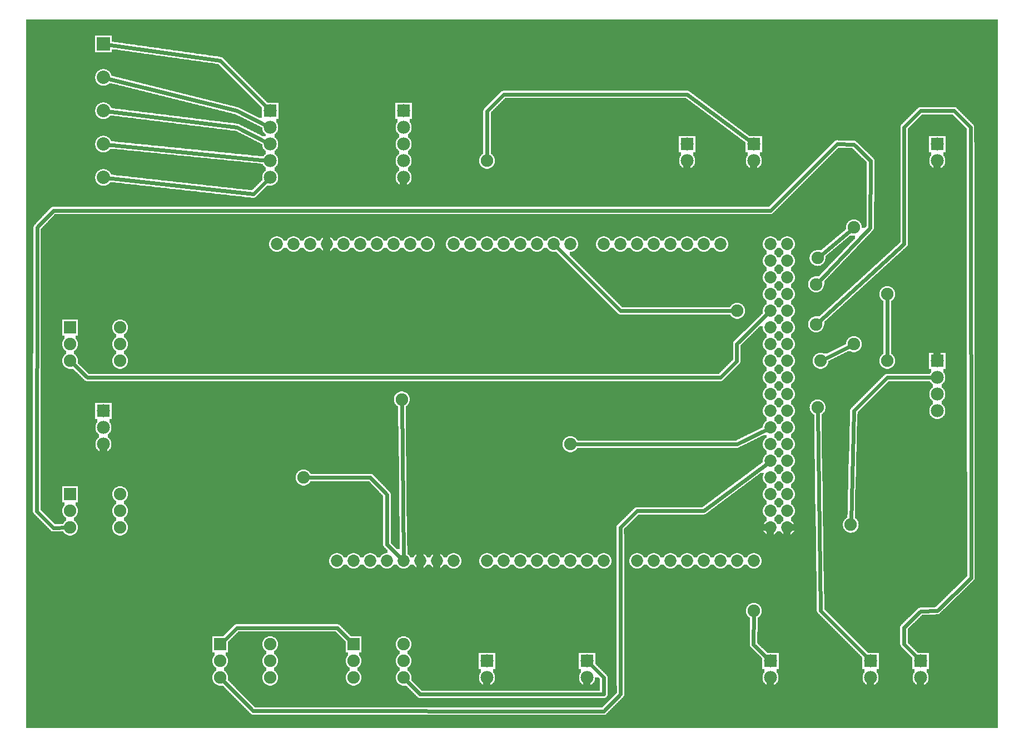
<source format=gtl>
G04 MADE WITH FRITZING*
G04 WWW.FRITZING.ORG*
G04 DOUBLE SIDED*
G04 HOLES PLATED*
G04 CONTOUR ON CENTER OF CONTOUR VECTOR*
%ASAXBY*%
%FSLAX23Y23*%
%MOIN*%
%OFA0B0*%
%SFA1.0B1.0*%
%ADD10C,0.075433*%
%ADD11C,0.075000*%
%ADD12C,0.072917*%
%ADD13C,0.078000*%
%ADD14C,0.080000*%
%ADD15R,0.075000X0.075000*%
%ADD16R,0.078000X0.078000*%
%ADD17R,0.079986X0.080000*%
%ADD18C,0.024000*%
%LNCOPPER1*%
G90*
G70*
G54D10*
X1702Y1544D03*
X2291Y2013D03*
G54D11*
X302Y1444D03*
X602Y1444D03*
X302Y1344D03*
X602Y1344D03*
X302Y1244D03*
X602Y1244D03*
X302Y2444D03*
X602Y2444D03*
X302Y2344D03*
X602Y2344D03*
X302Y2244D03*
X602Y2244D03*
X2002Y544D03*
X2302Y544D03*
X2002Y444D03*
X2302Y444D03*
X2002Y344D03*
X2302Y344D03*
X1202Y544D03*
X1502Y544D03*
X1202Y444D03*
X1502Y444D03*
X1202Y344D03*
X1502Y344D03*
G54D12*
X3802Y1044D03*
X2202Y1044D03*
X3902Y1044D03*
X4002Y1044D03*
X4102Y1044D03*
X4202Y1044D03*
X4502Y2444D03*
X4302Y1044D03*
X4402Y1044D03*
X2242Y2944D03*
X2802Y1044D03*
X2902Y1044D03*
X3002Y1044D03*
X3102Y1044D03*
X4502Y1644D03*
X3202Y1044D03*
X3302Y1044D03*
X3402Y1044D03*
X3502Y1044D03*
X3002Y2944D03*
X4502Y2844D03*
X4502Y2044D03*
X4502Y1244D03*
X1842Y2944D03*
X2602Y1044D03*
X2602Y2944D03*
X4502Y2644D03*
X4502Y2244D03*
X4502Y1844D03*
X4202Y2944D03*
X4502Y1444D03*
X4102Y2944D03*
X4002Y2944D03*
X3902Y2944D03*
X3802Y2944D03*
X3702Y2944D03*
X3602Y2944D03*
X3502Y2944D03*
X1642Y2944D03*
X2042Y2944D03*
X2442Y2944D03*
X2002Y1044D03*
X2402Y1044D03*
X3202Y2944D03*
X2802Y2944D03*
X4502Y2944D03*
X4502Y2744D03*
X4502Y2544D03*
X4502Y2344D03*
X4502Y2144D03*
X4502Y1944D03*
X4502Y1744D03*
X4502Y1544D03*
X4502Y1344D03*
X1542Y2944D03*
X1742Y2944D03*
X1942Y2944D03*
X2142Y2944D03*
X2342Y2944D03*
X1902Y1044D03*
X2102Y1044D03*
X2302Y1044D03*
X2502Y1044D03*
X3302Y2944D03*
X3102Y2944D03*
X2902Y2944D03*
X2702Y2944D03*
X4602Y2944D03*
X4602Y2844D03*
X4602Y2744D03*
X4602Y2644D03*
X4602Y2544D03*
X4602Y2444D03*
X4602Y2344D03*
X4602Y2244D03*
X4602Y2144D03*
X4602Y2044D03*
X4602Y1944D03*
X4602Y1844D03*
X4602Y1744D03*
X4602Y1644D03*
X4602Y1544D03*
X4602Y1444D03*
X4602Y1344D03*
X4602Y1244D03*
X3702Y1044D03*
G54D13*
X3402Y444D03*
X3402Y344D03*
X2802Y444D03*
X2802Y344D03*
X4402Y3544D03*
X4402Y3444D03*
X4002Y3544D03*
X4002Y3444D03*
X4502Y444D03*
X4502Y344D03*
X5402Y444D03*
X5402Y344D03*
X5102Y444D03*
X5102Y344D03*
X5502Y3544D03*
X5502Y3444D03*
X5502Y2244D03*
X5502Y2144D03*
X5502Y2044D03*
X5502Y1944D03*
X502Y1944D03*
X502Y1844D03*
X502Y1744D03*
G54D10*
X4775Y2703D03*
X4775Y2463D03*
X4302Y2544D03*
X4402Y744D03*
X5002Y2344D03*
X4802Y2244D03*
X4983Y1261D03*
X3302Y1744D03*
X4784Y1965D03*
X2802Y3444D03*
G54D11*
X605Y4207D03*
G54D10*
X5202Y2244D03*
X5202Y2644D03*
X4784Y2861D03*
X5002Y3044D03*
G54D14*
X502Y3944D03*
X502Y3744D03*
X502Y3544D03*
X502Y3344D03*
X502Y4144D03*
G54D13*
X2302Y3744D03*
X2302Y3644D03*
X2302Y3544D03*
X2302Y3444D03*
X2302Y3344D03*
X1502Y3744D03*
X1502Y3644D03*
X1502Y3544D03*
X1502Y3444D03*
X1502Y3344D03*
G54D15*
X302Y1444D03*
X302Y2444D03*
X2002Y544D03*
X1202Y544D03*
G54D16*
X3402Y444D03*
X2802Y444D03*
X4402Y3544D03*
X4002Y3544D03*
X4502Y444D03*
X5402Y444D03*
X5102Y444D03*
X5502Y3544D03*
X5502Y2244D03*
X502Y1944D03*
G54D17*
X502Y4144D03*
G54D16*
X2302Y3744D03*
X1502Y3744D03*
G54D18*
X5201Y2144D02*
X5483Y2144D01*
D02*
X5001Y1944D02*
X5201Y2144D01*
D02*
X4984Y1278D02*
X5001Y1944D01*
D02*
X2202Y1442D02*
X2103Y1545D01*
D02*
X2202Y1142D02*
X2202Y1442D01*
D02*
X2288Y1058D02*
X2202Y1142D01*
D02*
X2302Y1063D02*
X2291Y1995D01*
D02*
X405Y2144D02*
X4202Y2144D01*
D02*
X4202Y2144D02*
X4300Y2243D01*
D02*
X4300Y2243D02*
X4300Y2347D01*
D02*
X4300Y2347D02*
X4488Y2531D01*
D02*
X315Y2232D02*
X405Y2144D01*
D02*
X4387Y3556D02*
X4003Y3842D01*
D02*
X4003Y3842D02*
X2902Y3842D01*
D02*
X2803Y3743D02*
X2802Y3462D01*
D02*
X5302Y545D02*
X5302Y646D01*
D02*
X5389Y458D02*
X5302Y545D01*
D02*
X5302Y646D02*
X5403Y742D01*
D02*
X5502Y746D02*
X5704Y943D01*
D02*
X5701Y3646D02*
X5602Y3745D01*
D02*
X5704Y943D02*
X5701Y3646D01*
D02*
X5602Y3745D02*
X5403Y3745D01*
D02*
X5303Y2946D02*
X4788Y2475D01*
D02*
X5303Y3646D02*
X5303Y2946D01*
D02*
X5403Y3745D02*
X5303Y3646D01*
D02*
X3216Y2931D02*
X3602Y2544D01*
D02*
X3602Y2544D02*
X4284Y2544D01*
D02*
X4488Y457D02*
X4400Y542D01*
D02*
X4986Y2336D02*
X4818Y2252D01*
D02*
X4400Y542D02*
X4402Y726D01*
D02*
X5403Y742D02*
X5502Y746D01*
D02*
X3502Y143D02*
X1400Y144D01*
D02*
X3702Y1344D02*
X3601Y1245D01*
D02*
X3603Y244D02*
X3502Y143D01*
D02*
X1400Y144D02*
X1214Y332D01*
D02*
X4487Y1633D02*
X4103Y1346D01*
D02*
X4485Y1836D02*
X4301Y1745D01*
D02*
X4301Y1745D02*
X3320Y1744D01*
D02*
X4803Y746D02*
X5103Y445D01*
D02*
X4785Y1947D02*
X4803Y746D01*
D02*
X5103Y445D02*
X5113Y460D01*
D02*
X5202Y2262D02*
X5202Y2626D01*
D02*
X3502Y345D02*
X3502Y244D01*
D02*
X3502Y244D02*
X2400Y244D01*
D02*
X3416Y431D02*
X3502Y345D01*
D02*
X2400Y244D02*
X2314Y332D01*
D02*
X2103Y1545D02*
X1720Y1544D01*
D02*
X4988Y3033D02*
X4797Y2873D01*
D02*
X4103Y1346D02*
X3702Y1344D01*
D02*
X3601Y1245D02*
X3603Y244D01*
D02*
X5100Y3042D02*
X4788Y2716D01*
D02*
X4501Y3147D02*
X4901Y3546D01*
D02*
X4901Y3546D02*
X5001Y3543D01*
D02*
X5001Y3543D02*
X5103Y3445D01*
D02*
X5103Y3445D02*
X5100Y3042D01*
D02*
X2902Y3842D02*
X2803Y3743D01*
D02*
X104Y3044D02*
X202Y3147D01*
D02*
X202Y1242D02*
X101Y1343D01*
D02*
X202Y3147D02*
X4501Y3147D01*
D02*
X285Y1244D02*
X202Y1242D01*
D02*
X101Y1343D02*
X104Y3044D01*
D02*
X522Y4141D02*
X1202Y4046D01*
D02*
X1202Y4046D02*
X1489Y3758D01*
D02*
X1302Y3744D02*
X1485Y3653D01*
D02*
X521Y3939D02*
X1302Y3744D01*
D02*
X1303Y3645D02*
X1485Y3553D01*
D02*
X522Y3742D02*
X1303Y3645D01*
D02*
X522Y3542D02*
X1483Y3446D01*
D02*
X1401Y3244D02*
X1488Y3331D01*
D02*
X522Y3342D02*
X1401Y3244D01*
D02*
X1904Y643D02*
X1302Y643D01*
D02*
X1302Y643D02*
X1214Y556D01*
D02*
X1990Y557D02*
X1904Y643D01*
G36*
X4542Y2923D02*
X4542Y2919D01*
X4540Y2919D01*
X4540Y2917D01*
X4538Y2917D01*
X4538Y2915D01*
X4536Y2915D01*
X4536Y2911D01*
X4532Y2911D01*
X4532Y2909D01*
X4530Y2909D01*
X4530Y2907D01*
X4528Y2907D01*
X4528Y2905D01*
X4524Y2905D01*
X4524Y2885D01*
X4526Y2885D01*
X4526Y2883D01*
X4530Y2883D01*
X4530Y2881D01*
X4532Y2881D01*
X4532Y2879D01*
X4534Y2879D01*
X4534Y2877D01*
X4536Y2877D01*
X4536Y2875D01*
X4538Y2875D01*
X4538Y2873D01*
X4540Y2873D01*
X4540Y2869D01*
X4542Y2869D01*
X4542Y2865D01*
X4562Y2865D01*
X4562Y2869D01*
X4564Y2869D01*
X4564Y2873D01*
X4566Y2873D01*
X4566Y2875D01*
X4568Y2875D01*
X4568Y2877D01*
X4570Y2877D01*
X4570Y2879D01*
X4572Y2879D01*
X4572Y2881D01*
X4574Y2881D01*
X4574Y2883D01*
X4578Y2883D01*
X4578Y2885D01*
X4580Y2885D01*
X4580Y2905D01*
X4576Y2905D01*
X4576Y2907D01*
X4574Y2907D01*
X4574Y2909D01*
X4572Y2909D01*
X4572Y2911D01*
X4568Y2911D01*
X4568Y2915D01*
X4566Y2915D01*
X4566Y2917D01*
X4564Y2917D01*
X4564Y2919D01*
X4562Y2919D01*
X4562Y2923D01*
X4542Y2923D01*
G37*
D02*
G36*
X4542Y2823D02*
X4542Y2819D01*
X4540Y2819D01*
X4540Y2817D01*
X4538Y2817D01*
X4538Y2815D01*
X4536Y2815D01*
X4536Y2811D01*
X4532Y2811D01*
X4532Y2809D01*
X4530Y2809D01*
X4530Y2807D01*
X4528Y2807D01*
X4528Y2805D01*
X4524Y2805D01*
X4524Y2785D01*
X4526Y2785D01*
X4526Y2783D01*
X4530Y2783D01*
X4530Y2781D01*
X4532Y2781D01*
X4532Y2779D01*
X4534Y2779D01*
X4534Y2777D01*
X4536Y2777D01*
X4536Y2775D01*
X4538Y2775D01*
X4538Y2773D01*
X4540Y2773D01*
X4540Y2769D01*
X4542Y2769D01*
X4542Y2765D01*
X4562Y2765D01*
X4562Y2769D01*
X4564Y2769D01*
X4564Y2773D01*
X4566Y2773D01*
X4566Y2775D01*
X4568Y2775D01*
X4568Y2777D01*
X4570Y2777D01*
X4570Y2779D01*
X4572Y2779D01*
X4572Y2781D01*
X4574Y2781D01*
X4574Y2783D01*
X4578Y2783D01*
X4578Y2785D01*
X4580Y2785D01*
X4580Y2805D01*
X4576Y2805D01*
X4576Y2807D01*
X4574Y2807D01*
X4574Y2809D01*
X4572Y2809D01*
X4572Y2811D01*
X4568Y2811D01*
X4568Y2815D01*
X4566Y2815D01*
X4566Y2817D01*
X4564Y2817D01*
X4564Y2819D01*
X4562Y2819D01*
X4562Y2823D01*
X4542Y2823D01*
G37*
D02*
G36*
X4542Y2723D02*
X4542Y2719D01*
X4540Y2719D01*
X4540Y2717D01*
X4538Y2717D01*
X4538Y2715D01*
X4536Y2715D01*
X4536Y2711D01*
X4532Y2711D01*
X4532Y2709D01*
X4530Y2709D01*
X4530Y2707D01*
X4528Y2707D01*
X4528Y2705D01*
X4524Y2705D01*
X4524Y2685D01*
X4526Y2685D01*
X4526Y2683D01*
X4530Y2683D01*
X4530Y2681D01*
X4532Y2681D01*
X4532Y2679D01*
X4534Y2679D01*
X4534Y2677D01*
X4536Y2677D01*
X4536Y2675D01*
X4538Y2675D01*
X4538Y2673D01*
X4540Y2673D01*
X4540Y2669D01*
X4542Y2669D01*
X4542Y2665D01*
X4562Y2665D01*
X4562Y2669D01*
X4564Y2669D01*
X4564Y2673D01*
X4566Y2673D01*
X4566Y2675D01*
X4568Y2675D01*
X4568Y2677D01*
X4570Y2677D01*
X4570Y2679D01*
X4572Y2679D01*
X4572Y2681D01*
X4574Y2681D01*
X4574Y2683D01*
X4578Y2683D01*
X4578Y2685D01*
X4580Y2685D01*
X4580Y2705D01*
X4576Y2705D01*
X4576Y2707D01*
X4574Y2707D01*
X4574Y2709D01*
X4572Y2709D01*
X4572Y2711D01*
X4568Y2711D01*
X4568Y2715D01*
X4566Y2715D01*
X4566Y2717D01*
X4564Y2717D01*
X4564Y2719D01*
X4562Y2719D01*
X4562Y2723D01*
X4542Y2723D01*
G37*
D02*
G36*
X4542Y2623D02*
X4542Y2619D01*
X4540Y2619D01*
X4540Y2617D01*
X4538Y2617D01*
X4538Y2615D01*
X4536Y2615D01*
X4536Y2611D01*
X4532Y2611D01*
X4532Y2609D01*
X4530Y2609D01*
X4530Y2607D01*
X4528Y2607D01*
X4528Y2605D01*
X4524Y2605D01*
X4524Y2585D01*
X4526Y2585D01*
X4526Y2583D01*
X4530Y2583D01*
X4530Y2581D01*
X4532Y2581D01*
X4532Y2579D01*
X4534Y2579D01*
X4534Y2577D01*
X4536Y2577D01*
X4536Y2575D01*
X4538Y2575D01*
X4538Y2573D01*
X4540Y2573D01*
X4540Y2569D01*
X4542Y2569D01*
X4542Y2565D01*
X4562Y2565D01*
X4562Y2569D01*
X4564Y2569D01*
X4564Y2573D01*
X4566Y2573D01*
X4566Y2575D01*
X4568Y2575D01*
X4568Y2577D01*
X4570Y2577D01*
X4570Y2579D01*
X4572Y2579D01*
X4572Y2581D01*
X4574Y2581D01*
X4574Y2583D01*
X4578Y2583D01*
X4578Y2585D01*
X4580Y2585D01*
X4580Y2605D01*
X4576Y2605D01*
X4576Y2607D01*
X4574Y2607D01*
X4574Y2609D01*
X4572Y2609D01*
X4572Y2611D01*
X4568Y2611D01*
X4568Y2615D01*
X4566Y2615D01*
X4566Y2617D01*
X4564Y2617D01*
X4564Y2619D01*
X4562Y2619D01*
X4562Y2623D01*
X4542Y2623D01*
G37*
D02*
G36*
X4542Y2523D02*
X4542Y2519D01*
X4540Y2519D01*
X4540Y2517D01*
X4538Y2517D01*
X4538Y2515D01*
X4536Y2515D01*
X4536Y2511D01*
X4532Y2511D01*
X4532Y2509D01*
X4530Y2509D01*
X4530Y2507D01*
X4528Y2507D01*
X4528Y2505D01*
X4524Y2505D01*
X4524Y2485D01*
X4526Y2485D01*
X4526Y2483D01*
X4530Y2483D01*
X4530Y2481D01*
X4532Y2481D01*
X4532Y2479D01*
X4534Y2479D01*
X4534Y2477D01*
X4536Y2477D01*
X4536Y2475D01*
X4538Y2475D01*
X4538Y2473D01*
X4540Y2473D01*
X4540Y2469D01*
X4542Y2469D01*
X4542Y2465D01*
X4562Y2465D01*
X4562Y2469D01*
X4564Y2469D01*
X4564Y2473D01*
X4566Y2473D01*
X4566Y2475D01*
X4568Y2475D01*
X4568Y2477D01*
X4570Y2477D01*
X4570Y2479D01*
X4572Y2479D01*
X4572Y2481D01*
X4574Y2481D01*
X4574Y2483D01*
X4578Y2483D01*
X4578Y2485D01*
X4580Y2485D01*
X4580Y2505D01*
X4576Y2505D01*
X4576Y2507D01*
X4574Y2507D01*
X4574Y2509D01*
X4572Y2509D01*
X4572Y2511D01*
X4568Y2511D01*
X4568Y2515D01*
X4566Y2515D01*
X4566Y2517D01*
X4564Y2517D01*
X4564Y2519D01*
X4562Y2519D01*
X4562Y2523D01*
X4542Y2523D01*
G37*
D02*
G36*
X4542Y2423D02*
X4542Y2419D01*
X4540Y2419D01*
X4540Y2417D01*
X4538Y2417D01*
X4538Y2415D01*
X4536Y2415D01*
X4536Y2411D01*
X4532Y2411D01*
X4532Y2409D01*
X4530Y2409D01*
X4530Y2407D01*
X4528Y2407D01*
X4528Y2405D01*
X4524Y2405D01*
X4524Y2385D01*
X4526Y2385D01*
X4526Y2383D01*
X4530Y2383D01*
X4530Y2381D01*
X4532Y2381D01*
X4532Y2379D01*
X4534Y2379D01*
X4534Y2377D01*
X4536Y2377D01*
X4536Y2375D01*
X4538Y2375D01*
X4538Y2373D01*
X4540Y2373D01*
X4540Y2369D01*
X4542Y2369D01*
X4542Y2365D01*
X4562Y2365D01*
X4562Y2369D01*
X4564Y2369D01*
X4564Y2373D01*
X4566Y2373D01*
X4566Y2375D01*
X4568Y2375D01*
X4568Y2377D01*
X4570Y2377D01*
X4570Y2379D01*
X4572Y2379D01*
X4572Y2381D01*
X4574Y2381D01*
X4574Y2383D01*
X4578Y2383D01*
X4578Y2385D01*
X4580Y2385D01*
X4580Y2405D01*
X4576Y2405D01*
X4576Y2407D01*
X4574Y2407D01*
X4574Y2409D01*
X4572Y2409D01*
X4572Y2411D01*
X4568Y2411D01*
X4568Y2415D01*
X4566Y2415D01*
X4566Y2417D01*
X4564Y2417D01*
X4564Y2419D01*
X4562Y2419D01*
X4562Y2423D01*
X4542Y2423D01*
G37*
D02*
G36*
X4542Y2323D02*
X4542Y2319D01*
X4540Y2319D01*
X4540Y2317D01*
X4538Y2317D01*
X4538Y2315D01*
X4536Y2315D01*
X4536Y2311D01*
X4532Y2311D01*
X4532Y2309D01*
X4530Y2309D01*
X4530Y2307D01*
X4528Y2307D01*
X4528Y2305D01*
X4524Y2305D01*
X4524Y2285D01*
X4526Y2285D01*
X4526Y2283D01*
X4530Y2283D01*
X4530Y2281D01*
X4532Y2281D01*
X4532Y2279D01*
X4534Y2279D01*
X4534Y2277D01*
X4536Y2277D01*
X4536Y2275D01*
X4538Y2275D01*
X4538Y2273D01*
X4540Y2273D01*
X4540Y2269D01*
X4542Y2269D01*
X4542Y2265D01*
X4562Y2265D01*
X4562Y2269D01*
X4564Y2269D01*
X4564Y2273D01*
X4566Y2273D01*
X4566Y2275D01*
X4568Y2275D01*
X4568Y2277D01*
X4570Y2277D01*
X4570Y2279D01*
X4572Y2279D01*
X4572Y2281D01*
X4574Y2281D01*
X4574Y2283D01*
X4578Y2283D01*
X4578Y2285D01*
X4580Y2285D01*
X4580Y2305D01*
X4576Y2305D01*
X4576Y2307D01*
X4574Y2307D01*
X4574Y2309D01*
X4572Y2309D01*
X4572Y2311D01*
X4568Y2311D01*
X4568Y2315D01*
X4566Y2315D01*
X4566Y2317D01*
X4564Y2317D01*
X4564Y2319D01*
X4562Y2319D01*
X4562Y2323D01*
X4542Y2323D01*
G37*
D02*
G36*
X4542Y2223D02*
X4542Y2219D01*
X4540Y2219D01*
X4540Y2217D01*
X4538Y2217D01*
X4538Y2215D01*
X4536Y2215D01*
X4536Y2211D01*
X4532Y2211D01*
X4532Y2209D01*
X4530Y2209D01*
X4530Y2207D01*
X4528Y2207D01*
X4528Y2205D01*
X4524Y2205D01*
X4524Y2185D01*
X4526Y2185D01*
X4526Y2183D01*
X4530Y2183D01*
X4530Y2181D01*
X4532Y2181D01*
X4532Y2179D01*
X4534Y2179D01*
X4534Y2177D01*
X4536Y2177D01*
X4536Y2175D01*
X4538Y2175D01*
X4538Y2173D01*
X4540Y2173D01*
X4540Y2169D01*
X4542Y2169D01*
X4542Y2165D01*
X4562Y2165D01*
X4562Y2169D01*
X4564Y2169D01*
X4564Y2173D01*
X4566Y2173D01*
X4566Y2175D01*
X4568Y2175D01*
X4568Y2177D01*
X4570Y2177D01*
X4570Y2179D01*
X4572Y2179D01*
X4572Y2181D01*
X4574Y2181D01*
X4574Y2183D01*
X4578Y2183D01*
X4578Y2185D01*
X4580Y2185D01*
X4580Y2205D01*
X4576Y2205D01*
X4576Y2207D01*
X4574Y2207D01*
X4574Y2209D01*
X4572Y2209D01*
X4572Y2211D01*
X4568Y2211D01*
X4568Y2215D01*
X4566Y2215D01*
X4566Y2217D01*
X4564Y2217D01*
X4564Y2219D01*
X4562Y2219D01*
X4562Y2223D01*
X4542Y2223D01*
G37*
D02*
G36*
X4542Y2123D02*
X4542Y2119D01*
X4540Y2119D01*
X4540Y2117D01*
X4538Y2117D01*
X4538Y2115D01*
X4536Y2115D01*
X4536Y2111D01*
X4532Y2111D01*
X4532Y2109D01*
X4530Y2109D01*
X4530Y2107D01*
X4528Y2107D01*
X4528Y2105D01*
X4524Y2105D01*
X4524Y2085D01*
X4526Y2085D01*
X4526Y2083D01*
X4530Y2083D01*
X4530Y2081D01*
X4532Y2081D01*
X4532Y2079D01*
X4534Y2079D01*
X4534Y2077D01*
X4536Y2077D01*
X4536Y2075D01*
X4538Y2075D01*
X4538Y2073D01*
X4540Y2073D01*
X4540Y2069D01*
X4542Y2069D01*
X4542Y2065D01*
X4562Y2065D01*
X4562Y2069D01*
X4564Y2069D01*
X4564Y2073D01*
X4566Y2073D01*
X4566Y2075D01*
X4568Y2075D01*
X4568Y2077D01*
X4570Y2077D01*
X4570Y2079D01*
X4572Y2079D01*
X4572Y2081D01*
X4574Y2081D01*
X4574Y2083D01*
X4578Y2083D01*
X4578Y2085D01*
X4580Y2085D01*
X4580Y2105D01*
X4576Y2105D01*
X4576Y2107D01*
X4574Y2107D01*
X4574Y2109D01*
X4572Y2109D01*
X4572Y2111D01*
X4568Y2111D01*
X4568Y2115D01*
X4566Y2115D01*
X4566Y2117D01*
X4564Y2117D01*
X4564Y2119D01*
X4562Y2119D01*
X4562Y2123D01*
X4542Y2123D01*
G37*
D02*
G36*
X4542Y2023D02*
X4542Y2019D01*
X4540Y2019D01*
X4540Y2017D01*
X4538Y2017D01*
X4538Y2015D01*
X4536Y2015D01*
X4536Y2011D01*
X4532Y2011D01*
X4532Y2009D01*
X4530Y2009D01*
X4530Y2007D01*
X4528Y2007D01*
X4528Y2005D01*
X4524Y2005D01*
X4524Y1985D01*
X4526Y1985D01*
X4526Y1983D01*
X4530Y1983D01*
X4530Y1981D01*
X4532Y1981D01*
X4532Y1979D01*
X4534Y1979D01*
X4534Y1977D01*
X4536Y1977D01*
X4536Y1975D01*
X4538Y1975D01*
X4538Y1973D01*
X4540Y1973D01*
X4540Y1969D01*
X4542Y1969D01*
X4542Y1965D01*
X4562Y1965D01*
X4562Y1969D01*
X4564Y1969D01*
X4564Y1973D01*
X4566Y1973D01*
X4566Y1975D01*
X4568Y1975D01*
X4568Y1977D01*
X4570Y1977D01*
X4570Y1979D01*
X4572Y1979D01*
X4572Y1981D01*
X4574Y1981D01*
X4574Y1983D01*
X4578Y1983D01*
X4578Y1985D01*
X4580Y1985D01*
X4580Y2005D01*
X4576Y2005D01*
X4576Y2007D01*
X4574Y2007D01*
X4574Y2009D01*
X4572Y2009D01*
X4572Y2011D01*
X4568Y2011D01*
X4568Y2015D01*
X4566Y2015D01*
X4566Y2017D01*
X4564Y2017D01*
X4564Y2019D01*
X4562Y2019D01*
X4562Y2023D01*
X4542Y2023D01*
G37*
D02*
G36*
X4542Y1923D02*
X4542Y1919D01*
X4540Y1919D01*
X4540Y1917D01*
X4538Y1917D01*
X4538Y1915D01*
X4536Y1915D01*
X4536Y1911D01*
X4532Y1911D01*
X4532Y1909D01*
X4530Y1909D01*
X4530Y1907D01*
X4528Y1907D01*
X4528Y1905D01*
X4524Y1905D01*
X4524Y1885D01*
X4526Y1885D01*
X4526Y1883D01*
X4530Y1883D01*
X4530Y1881D01*
X4532Y1881D01*
X4532Y1879D01*
X4534Y1879D01*
X4534Y1877D01*
X4536Y1877D01*
X4536Y1875D01*
X4538Y1875D01*
X4538Y1873D01*
X4540Y1873D01*
X4540Y1869D01*
X4542Y1869D01*
X4542Y1865D01*
X4562Y1865D01*
X4562Y1869D01*
X4564Y1869D01*
X4564Y1873D01*
X4566Y1873D01*
X4566Y1875D01*
X4568Y1875D01*
X4568Y1877D01*
X4570Y1877D01*
X4570Y1879D01*
X4572Y1879D01*
X4572Y1881D01*
X4574Y1881D01*
X4574Y1883D01*
X4578Y1883D01*
X4578Y1885D01*
X4580Y1885D01*
X4580Y1905D01*
X4576Y1905D01*
X4576Y1907D01*
X4574Y1907D01*
X4574Y1909D01*
X4572Y1909D01*
X4572Y1911D01*
X4568Y1911D01*
X4568Y1915D01*
X4566Y1915D01*
X4566Y1917D01*
X4564Y1917D01*
X4564Y1919D01*
X4562Y1919D01*
X4562Y1923D01*
X4542Y1923D01*
G37*
D02*
G36*
X4542Y1823D02*
X4542Y1819D01*
X4540Y1819D01*
X4540Y1817D01*
X4538Y1817D01*
X4538Y1815D01*
X4536Y1815D01*
X4536Y1811D01*
X4532Y1811D01*
X4532Y1809D01*
X4530Y1809D01*
X4530Y1807D01*
X4528Y1807D01*
X4528Y1805D01*
X4524Y1805D01*
X4524Y1785D01*
X4526Y1785D01*
X4526Y1783D01*
X4530Y1783D01*
X4530Y1781D01*
X4532Y1781D01*
X4532Y1779D01*
X4534Y1779D01*
X4534Y1777D01*
X4536Y1777D01*
X4536Y1775D01*
X4538Y1775D01*
X4538Y1773D01*
X4540Y1773D01*
X4540Y1769D01*
X4542Y1769D01*
X4542Y1765D01*
X4562Y1765D01*
X4562Y1769D01*
X4564Y1769D01*
X4564Y1773D01*
X4566Y1773D01*
X4566Y1775D01*
X4568Y1775D01*
X4568Y1777D01*
X4570Y1777D01*
X4570Y1779D01*
X4572Y1779D01*
X4572Y1781D01*
X4574Y1781D01*
X4574Y1783D01*
X4578Y1783D01*
X4578Y1785D01*
X4580Y1785D01*
X4580Y1805D01*
X4576Y1805D01*
X4576Y1807D01*
X4574Y1807D01*
X4574Y1809D01*
X4572Y1809D01*
X4572Y1811D01*
X4568Y1811D01*
X4568Y1815D01*
X4566Y1815D01*
X4566Y1817D01*
X4564Y1817D01*
X4564Y1819D01*
X4562Y1819D01*
X4562Y1823D01*
X4542Y1823D01*
G37*
D02*
G36*
X4542Y1723D02*
X4542Y1719D01*
X4540Y1719D01*
X4540Y1717D01*
X4538Y1717D01*
X4538Y1715D01*
X4536Y1715D01*
X4536Y1711D01*
X4532Y1711D01*
X4532Y1709D01*
X4530Y1709D01*
X4530Y1707D01*
X4528Y1707D01*
X4528Y1705D01*
X4524Y1705D01*
X4524Y1685D01*
X4526Y1685D01*
X4526Y1683D01*
X4530Y1683D01*
X4530Y1681D01*
X4532Y1681D01*
X4532Y1679D01*
X4534Y1679D01*
X4534Y1677D01*
X4536Y1677D01*
X4536Y1675D01*
X4538Y1675D01*
X4538Y1673D01*
X4540Y1673D01*
X4540Y1669D01*
X4542Y1669D01*
X4542Y1665D01*
X4562Y1665D01*
X4562Y1669D01*
X4564Y1669D01*
X4564Y1673D01*
X4566Y1673D01*
X4566Y1675D01*
X4568Y1675D01*
X4568Y1677D01*
X4570Y1677D01*
X4570Y1679D01*
X4572Y1679D01*
X4572Y1681D01*
X4574Y1681D01*
X4574Y1683D01*
X4578Y1683D01*
X4578Y1685D01*
X4580Y1685D01*
X4580Y1705D01*
X4576Y1705D01*
X4576Y1707D01*
X4574Y1707D01*
X4574Y1709D01*
X4572Y1709D01*
X4572Y1711D01*
X4568Y1711D01*
X4568Y1715D01*
X4566Y1715D01*
X4566Y1717D01*
X4564Y1717D01*
X4564Y1719D01*
X4562Y1719D01*
X4562Y1723D01*
X4542Y1723D01*
G37*
D02*
G36*
X4542Y1623D02*
X4542Y1619D01*
X4540Y1619D01*
X4540Y1617D01*
X4538Y1617D01*
X4538Y1615D01*
X4536Y1615D01*
X4536Y1611D01*
X4532Y1611D01*
X4532Y1609D01*
X4530Y1609D01*
X4530Y1607D01*
X4528Y1607D01*
X4528Y1605D01*
X4524Y1605D01*
X4524Y1585D01*
X4526Y1585D01*
X4526Y1583D01*
X4530Y1583D01*
X4530Y1581D01*
X4532Y1581D01*
X4532Y1579D01*
X4534Y1579D01*
X4534Y1577D01*
X4536Y1577D01*
X4536Y1575D01*
X4538Y1575D01*
X4538Y1573D01*
X4540Y1573D01*
X4540Y1569D01*
X4542Y1569D01*
X4542Y1565D01*
X4562Y1565D01*
X4562Y1569D01*
X4564Y1569D01*
X4564Y1573D01*
X4566Y1573D01*
X4566Y1575D01*
X4568Y1575D01*
X4568Y1577D01*
X4570Y1577D01*
X4570Y1579D01*
X4572Y1579D01*
X4572Y1581D01*
X4574Y1581D01*
X4574Y1583D01*
X4578Y1583D01*
X4578Y1585D01*
X4580Y1585D01*
X4580Y1605D01*
X4576Y1605D01*
X4576Y1607D01*
X4574Y1607D01*
X4574Y1609D01*
X4572Y1609D01*
X4572Y1611D01*
X4568Y1611D01*
X4568Y1615D01*
X4566Y1615D01*
X4566Y1617D01*
X4564Y1617D01*
X4564Y1619D01*
X4562Y1619D01*
X4562Y1623D01*
X4542Y1623D01*
G37*
D02*
G36*
X4542Y1523D02*
X4542Y1519D01*
X4540Y1519D01*
X4540Y1517D01*
X4538Y1517D01*
X4538Y1515D01*
X4536Y1515D01*
X4536Y1511D01*
X4532Y1511D01*
X4532Y1509D01*
X4530Y1509D01*
X4530Y1507D01*
X4528Y1507D01*
X4528Y1505D01*
X4524Y1505D01*
X4524Y1485D01*
X4526Y1485D01*
X4526Y1483D01*
X4530Y1483D01*
X4530Y1481D01*
X4532Y1481D01*
X4532Y1479D01*
X4534Y1479D01*
X4534Y1477D01*
X4536Y1477D01*
X4536Y1475D01*
X4538Y1475D01*
X4538Y1473D01*
X4540Y1473D01*
X4540Y1469D01*
X4542Y1469D01*
X4542Y1465D01*
X4562Y1465D01*
X4562Y1469D01*
X4564Y1469D01*
X4564Y1473D01*
X4566Y1473D01*
X4566Y1475D01*
X4568Y1475D01*
X4568Y1477D01*
X4570Y1477D01*
X4570Y1479D01*
X4572Y1479D01*
X4572Y1481D01*
X4574Y1481D01*
X4574Y1483D01*
X4578Y1483D01*
X4578Y1485D01*
X4580Y1485D01*
X4580Y1505D01*
X4576Y1505D01*
X4576Y1507D01*
X4574Y1507D01*
X4574Y1509D01*
X4572Y1509D01*
X4572Y1511D01*
X4568Y1511D01*
X4568Y1515D01*
X4566Y1515D01*
X4566Y1517D01*
X4564Y1517D01*
X4564Y1519D01*
X4562Y1519D01*
X4562Y1523D01*
X4542Y1523D01*
G37*
D02*
G36*
X4542Y1423D02*
X4542Y1419D01*
X4540Y1419D01*
X4540Y1417D01*
X4538Y1417D01*
X4538Y1415D01*
X4536Y1415D01*
X4536Y1411D01*
X4532Y1411D01*
X4532Y1409D01*
X4530Y1409D01*
X4530Y1407D01*
X4528Y1407D01*
X4528Y1405D01*
X4524Y1405D01*
X4524Y1385D01*
X4526Y1385D01*
X4526Y1383D01*
X4530Y1383D01*
X4530Y1381D01*
X4532Y1381D01*
X4532Y1379D01*
X4534Y1379D01*
X4534Y1377D01*
X4536Y1377D01*
X4536Y1375D01*
X4538Y1375D01*
X4538Y1373D01*
X4540Y1373D01*
X4540Y1369D01*
X4542Y1369D01*
X4542Y1365D01*
X4562Y1365D01*
X4562Y1369D01*
X4564Y1369D01*
X4564Y1373D01*
X4566Y1373D01*
X4566Y1375D01*
X4568Y1375D01*
X4568Y1377D01*
X4570Y1377D01*
X4570Y1379D01*
X4572Y1379D01*
X4572Y1381D01*
X4574Y1381D01*
X4574Y1383D01*
X4578Y1383D01*
X4578Y1385D01*
X4580Y1385D01*
X4580Y1405D01*
X4576Y1405D01*
X4576Y1407D01*
X4574Y1407D01*
X4574Y1409D01*
X4572Y1409D01*
X4572Y1411D01*
X4568Y1411D01*
X4568Y1415D01*
X4566Y1415D01*
X4566Y1417D01*
X4564Y1417D01*
X4564Y1419D01*
X4562Y1419D01*
X4562Y1423D01*
X4542Y1423D01*
G37*
D02*
G36*
X4542Y1323D02*
X4542Y1319D01*
X4540Y1319D01*
X4540Y1317D01*
X4538Y1317D01*
X4538Y1315D01*
X4536Y1315D01*
X4536Y1311D01*
X4532Y1311D01*
X4532Y1309D01*
X4530Y1309D01*
X4530Y1307D01*
X4528Y1307D01*
X4528Y1305D01*
X4524Y1305D01*
X4524Y1285D01*
X4526Y1285D01*
X4526Y1283D01*
X4530Y1283D01*
X4530Y1281D01*
X4532Y1281D01*
X4532Y1279D01*
X4534Y1279D01*
X4534Y1277D01*
X4536Y1277D01*
X4536Y1275D01*
X4538Y1275D01*
X4538Y1273D01*
X4540Y1273D01*
X4540Y1269D01*
X4542Y1269D01*
X4542Y1265D01*
X4562Y1265D01*
X4562Y1269D01*
X4564Y1269D01*
X4564Y1273D01*
X4566Y1273D01*
X4566Y1275D01*
X4568Y1275D01*
X4568Y1277D01*
X4570Y1277D01*
X4570Y1279D01*
X4572Y1279D01*
X4572Y1281D01*
X4574Y1281D01*
X4574Y1283D01*
X4578Y1283D01*
X4578Y1285D01*
X4580Y1285D01*
X4580Y1305D01*
X4576Y1305D01*
X4576Y1307D01*
X4574Y1307D01*
X4574Y1309D01*
X4572Y1309D01*
X4572Y1311D01*
X4568Y1311D01*
X4568Y1315D01*
X4566Y1315D01*
X4566Y1317D01*
X4564Y1317D01*
X4564Y1319D01*
X4562Y1319D01*
X4562Y1323D01*
X4542Y1323D01*
G37*
D02*
G36*
X40Y4291D02*
X40Y4195D01*
X552Y4195D01*
X552Y4159D01*
X564Y4159D01*
X564Y4157D01*
X578Y4157D01*
X578Y4155D01*
X592Y4155D01*
X592Y4153D01*
X606Y4153D01*
X606Y4151D01*
X620Y4151D01*
X620Y4149D01*
X634Y4149D01*
X634Y4147D01*
X648Y4147D01*
X648Y4145D01*
X662Y4145D01*
X662Y4143D01*
X678Y4143D01*
X678Y4141D01*
X692Y4141D01*
X692Y4139D01*
X706Y4139D01*
X706Y4137D01*
X720Y4137D01*
X720Y4135D01*
X734Y4135D01*
X734Y4133D01*
X748Y4133D01*
X748Y4131D01*
X762Y4131D01*
X762Y4129D01*
X776Y4129D01*
X776Y4127D01*
X790Y4127D01*
X790Y4125D01*
X806Y4125D01*
X806Y4123D01*
X820Y4123D01*
X820Y4121D01*
X834Y4121D01*
X834Y4119D01*
X848Y4119D01*
X848Y4117D01*
X862Y4117D01*
X862Y4115D01*
X876Y4115D01*
X876Y4113D01*
X890Y4113D01*
X890Y4111D01*
X904Y4111D01*
X904Y4109D01*
X918Y4109D01*
X918Y4107D01*
X932Y4107D01*
X932Y4105D01*
X948Y4105D01*
X948Y4103D01*
X962Y4103D01*
X962Y4101D01*
X976Y4101D01*
X976Y4099D01*
X990Y4099D01*
X990Y4097D01*
X1004Y4097D01*
X1004Y4095D01*
X1018Y4095D01*
X1018Y4093D01*
X1032Y4093D01*
X1032Y4091D01*
X1046Y4091D01*
X1046Y4089D01*
X1060Y4089D01*
X1060Y4087D01*
X1074Y4087D01*
X1074Y4085D01*
X1090Y4085D01*
X1090Y4083D01*
X1104Y4083D01*
X1104Y4081D01*
X1118Y4081D01*
X1118Y4079D01*
X1132Y4079D01*
X1132Y4077D01*
X1146Y4077D01*
X1146Y4075D01*
X1160Y4075D01*
X1160Y4073D01*
X1174Y4073D01*
X1174Y4071D01*
X1188Y4071D01*
X1188Y4069D01*
X1202Y4069D01*
X1202Y4067D01*
X1210Y4067D01*
X1210Y4065D01*
X1214Y4065D01*
X1214Y4063D01*
X1218Y4063D01*
X1218Y4061D01*
X1220Y4061D01*
X1220Y4059D01*
X1222Y4059D01*
X1222Y4057D01*
X1224Y4057D01*
X1224Y4055D01*
X1226Y4055D01*
X1226Y4053D01*
X1228Y4053D01*
X1228Y4051D01*
X1230Y4051D01*
X1230Y4049D01*
X1232Y4049D01*
X1232Y4047D01*
X1234Y4047D01*
X1234Y4045D01*
X1236Y4045D01*
X1236Y4043D01*
X1238Y4043D01*
X1238Y4041D01*
X1240Y4041D01*
X1240Y4039D01*
X1242Y4039D01*
X1242Y4037D01*
X1244Y4037D01*
X1244Y4035D01*
X1246Y4035D01*
X1246Y4033D01*
X1248Y4033D01*
X1248Y4029D01*
X1250Y4029D01*
X1250Y4027D01*
X1252Y4027D01*
X1252Y4025D01*
X1254Y4025D01*
X1254Y4023D01*
X1256Y4023D01*
X1256Y4021D01*
X1258Y4021D01*
X1258Y4019D01*
X1260Y4019D01*
X1260Y4017D01*
X1262Y4017D01*
X1262Y4015D01*
X1264Y4015D01*
X1264Y4013D01*
X1266Y4013D01*
X1266Y4011D01*
X1268Y4011D01*
X1268Y4009D01*
X1270Y4009D01*
X1270Y4007D01*
X1272Y4007D01*
X1272Y4005D01*
X1274Y4005D01*
X1274Y4003D01*
X1276Y4003D01*
X1276Y4001D01*
X1278Y4001D01*
X1278Y3999D01*
X1280Y3999D01*
X1280Y3997D01*
X1282Y3997D01*
X1282Y3995D01*
X1284Y3995D01*
X1284Y3993D01*
X1286Y3993D01*
X1286Y3991D01*
X1288Y3991D01*
X1288Y3989D01*
X1290Y3989D01*
X1290Y3987D01*
X1292Y3987D01*
X1292Y3985D01*
X1294Y3985D01*
X1294Y3983D01*
X1296Y3983D01*
X1296Y3981D01*
X1298Y3981D01*
X1298Y3979D01*
X1300Y3979D01*
X1300Y3977D01*
X1302Y3977D01*
X1302Y3975D01*
X1304Y3975D01*
X1304Y3973D01*
X1306Y3973D01*
X1306Y3971D01*
X1308Y3971D01*
X1308Y3969D01*
X1310Y3969D01*
X1310Y3967D01*
X1312Y3967D01*
X1312Y3965D01*
X1314Y3965D01*
X1314Y3963D01*
X1316Y3963D01*
X1316Y3961D01*
X1318Y3961D01*
X1318Y3959D01*
X1320Y3959D01*
X1320Y3957D01*
X1322Y3957D01*
X1322Y3955D01*
X1324Y3955D01*
X1324Y3953D01*
X1326Y3953D01*
X1326Y3951D01*
X1328Y3951D01*
X1328Y3949D01*
X1330Y3949D01*
X1330Y3947D01*
X1332Y3947D01*
X1332Y3945D01*
X1334Y3945D01*
X1334Y3943D01*
X1336Y3943D01*
X1336Y3941D01*
X1338Y3941D01*
X1338Y3939D01*
X1340Y3939D01*
X1340Y3937D01*
X1342Y3937D01*
X1342Y3935D01*
X1344Y3935D01*
X1344Y3933D01*
X1346Y3933D01*
X1346Y3931D01*
X1348Y3931D01*
X1348Y3929D01*
X1350Y3929D01*
X1350Y3927D01*
X1352Y3927D01*
X1352Y3925D01*
X1354Y3925D01*
X1354Y3923D01*
X1356Y3923D01*
X1356Y3921D01*
X1358Y3921D01*
X1358Y3919D01*
X1360Y3919D01*
X1360Y3917D01*
X1362Y3917D01*
X1362Y3915D01*
X1364Y3915D01*
X1364Y3913D01*
X1366Y3913D01*
X1366Y3911D01*
X1368Y3911D01*
X1368Y3909D01*
X1370Y3909D01*
X1370Y3907D01*
X1372Y3907D01*
X1372Y3905D01*
X1374Y3905D01*
X1374Y3903D01*
X1376Y3903D01*
X1376Y3901D01*
X1378Y3901D01*
X1378Y3899D01*
X1380Y3899D01*
X1380Y3897D01*
X1382Y3897D01*
X1382Y3895D01*
X1384Y3895D01*
X1384Y3893D01*
X1386Y3893D01*
X1386Y3891D01*
X1388Y3891D01*
X1388Y3889D01*
X1390Y3889D01*
X1390Y3887D01*
X1392Y3887D01*
X1392Y3885D01*
X1394Y3885D01*
X1394Y3883D01*
X1396Y3883D01*
X1396Y3881D01*
X1398Y3881D01*
X1398Y3879D01*
X1400Y3879D01*
X1400Y3877D01*
X1402Y3877D01*
X1402Y3875D01*
X1404Y3875D01*
X1404Y3873D01*
X1406Y3873D01*
X1406Y3871D01*
X1408Y3871D01*
X1408Y3869D01*
X1410Y3869D01*
X1410Y3867D01*
X1412Y3867D01*
X1412Y3865D01*
X4008Y3865D01*
X4008Y3863D01*
X4014Y3863D01*
X4014Y3861D01*
X4016Y3861D01*
X4016Y3859D01*
X4020Y3859D01*
X4020Y3857D01*
X4022Y3857D01*
X4022Y3855D01*
X4024Y3855D01*
X4024Y3853D01*
X4028Y3853D01*
X4028Y3851D01*
X4030Y3851D01*
X4030Y3849D01*
X4032Y3849D01*
X4032Y3847D01*
X4036Y3847D01*
X4036Y3845D01*
X4038Y3845D01*
X4038Y3843D01*
X4040Y3843D01*
X4040Y3841D01*
X4044Y3841D01*
X4044Y3839D01*
X4046Y3839D01*
X4046Y3837D01*
X4048Y3837D01*
X4048Y3835D01*
X4052Y3835D01*
X4052Y3833D01*
X4054Y3833D01*
X4054Y3831D01*
X4056Y3831D01*
X4056Y3829D01*
X4060Y3829D01*
X4060Y3827D01*
X4062Y3827D01*
X4062Y3825D01*
X4064Y3825D01*
X4064Y3823D01*
X4068Y3823D01*
X4068Y3821D01*
X4070Y3821D01*
X4070Y3819D01*
X4072Y3819D01*
X4072Y3817D01*
X4076Y3817D01*
X4076Y3815D01*
X4078Y3815D01*
X4078Y3813D01*
X4082Y3813D01*
X4082Y3811D01*
X4084Y3811D01*
X4084Y3809D01*
X4086Y3809D01*
X4086Y3807D01*
X4090Y3807D01*
X4090Y3805D01*
X4092Y3805D01*
X4092Y3803D01*
X4094Y3803D01*
X4094Y3801D01*
X4098Y3801D01*
X4098Y3799D01*
X4100Y3799D01*
X4100Y3797D01*
X4102Y3797D01*
X4102Y3795D01*
X4106Y3795D01*
X4106Y3793D01*
X4108Y3793D01*
X4108Y3791D01*
X4110Y3791D01*
X4110Y3789D01*
X4114Y3789D01*
X4114Y3787D01*
X4116Y3787D01*
X4116Y3785D01*
X4118Y3785D01*
X4118Y3783D01*
X4122Y3783D01*
X4122Y3781D01*
X4124Y3781D01*
X4124Y3779D01*
X4126Y3779D01*
X4126Y3777D01*
X4130Y3777D01*
X4130Y3775D01*
X4132Y3775D01*
X4132Y3773D01*
X4134Y3773D01*
X4134Y3771D01*
X4138Y3771D01*
X4138Y3769D01*
X4140Y3769D01*
X4140Y3767D01*
X5610Y3767D01*
X5610Y3765D01*
X5614Y3765D01*
X5614Y3763D01*
X5616Y3763D01*
X5616Y3761D01*
X5618Y3761D01*
X5618Y3759D01*
X5620Y3759D01*
X5620Y3757D01*
X5622Y3757D01*
X5622Y3755D01*
X5624Y3755D01*
X5624Y3753D01*
X5626Y3753D01*
X5626Y3751D01*
X5628Y3751D01*
X5628Y3749D01*
X5630Y3749D01*
X5630Y3747D01*
X5632Y3747D01*
X5632Y3745D01*
X5634Y3745D01*
X5634Y3743D01*
X5636Y3743D01*
X5636Y3741D01*
X5638Y3741D01*
X5638Y3739D01*
X5640Y3739D01*
X5640Y3737D01*
X5642Y3737D01*
X5642Y3735D01*
X5644Y3735D01*
X5644Y3733D01*
X5646Y3733D01*
X5646Y3731D01*
X5648Y3731D01*
X5648Y3729D01*
X5650Y3729D01*
X5650Y3727D01*
X5652Y3727D01*
X5652Y3725D01*
X5654Y3725D01*
X5654Y3723D01*
X5656Y3723D01*
X5656Y3721D01*
X5658Y3721D01*
X5658Y3719D01*
X5660Y3719D01*
X5660Y3717D01*
X5662Y3717D01*
X5662Y3715D01*
X5664Y3715D01*
X5664Y3713D01*
X5666Y3713D01*
X5666Y3711D01*
X5668Y3711D01*
X5668Y3709D01*
X5670Y3709D01*
X5670Y3707D01*
X5672Y3707D01*
X5672Y3705D01*
X5674Y3705D01*
X5674Y3703D01*
X5676Y3703D01*
X5676Y3701D01*
X5678Y3701D01*
X5678Y3699D01*
X5680Y3699D01*
X5680Y3697D01*
X5682Y3697D01*
X5682Y3695D01*
X5684Y3695D01*
X5684Y3693D01*
X5686Y3693D01*
X5686Y3691D01*
X5688Y3691D01*
X5688Y3689D01*
X5690Y3689D01*
X5690Y3687D01*
X5692Y3687D01*
X5692Y3685D01*
X5694Y3685D01*
X5694Y3683D01*
X5696Y3683D01*
X5696Y3681D01*
X5698Y3681D01*
X5698Y3679D01*
X5700Y3679D01*
X5700Y3677D01*
X5702Y3677D01*
X5702Y3675D01*
X5704Y3675D01*
X5704Y3673D01*
X5706Y3673D01*
X5706Y3671D01*
X5708Y3671D01*
X5708Y3669D01*
X5710Y3669D01*
X5710Y3667D01*
X5712Y3667D01*
X5712Y3665D01*
X5714Y3665D01*
X5714Y3663D01*
X5716Y3663D01*
X5716Y3661D01*
X5718Y3661D01*
X5718Y3659D01*
X5720Y3659D01*
X5720Y3655D01*
X5722Y3655D01*
X5722Y3555D01*
X5724Y3555D01*
X5724Y1589D01*
X5726Y1589D01*
X5726Y939D01*
X5724Y939D01*
X5724Y933D01*
X5722Y933D01*
X5722Y931D01*
X5720Y931D01*
X5720Y927D01*
X5718Y927D01*
X5718Y925D01*
X5716Y925D01*
X5716Y923D01*
X5714Y923D01*
X5714Y921D01*
X5712Y921D01*
X5712Y919D01*
X5710Y919D01*
X5710Y917D01*
X5708Y917D01*
X5708Y915D01*
X5704Y915D01*
X5704Y913D01*
X5702Y913D01*
X5702Y911D01*
X5700Y911D01*
X5700Y909D01*
X5698Y909D01*
X5698Y907D01*
X5696Y907D01*
X5696Y905D01*
X5694Y905D01*
X5694Y903D01*
X5692Y903D01*
X5692Y901D01*
X5690Y901D01*
X5690Y899D01*
X5688Y899D01*
X5688Y897D01*
X5686Y897D01*
X5686Y895D01*
X5684Y895D01*
X5684Y893D01*
X5682Y893D01*
X5682Y891D01*
X5680Y891D01*
X5680Y889D01*
X5678Y889D01*
X5678Y887D01*
X5676Y887D01*
X5676Y885D01*
X5674Y885D01*
X5674Y883D01*
X5672Y883D01*
X5672Y881D01*
X5670Y881D01*
X5670Y879D01*
X5668Y879D01*
X5668Y877D01*
X5666Y877D01*
X5666Y875D01*
X5664Y875D01*
X5664Y873D01*
X5662Y873D01*
X5662Y871D01*
X5660Y871D01*
X5660Y869D01*
X5658Y869D01*
X5658Y867D01*
X5656Y867D01*
X5656Y865D01*
X5654Y865D01*
X5654Y863D01*
X5652Y863D01*
X5652Y861D01*
X5650Y861D01*
X5650Y859D01*
X5648Y859D01*
X5648Y857D01*
X5646Y857D01*
X5646Y855D01*
X5644Y855D01*
X5644Y853D01*
X5642Y853D01*
X5642Y851D01*
X5640Y851D01*
X5640Y849D01*
X5638Y849D01*
X5638Y847D01*
X5636Y847D01*
X5636Y845D01*
X5634Y845D01*
X5634Y843D01*
X5632Y843D01*
X5632Y841D01*
X5630Y841D01*
X5630Y839D01*
X5628Y839D01*
X5628Y837D01*
X5624Y837D01*
X5624Y835D01*
X5622Y835D01*
X5622Y833D01*
X5620Y833D01*
X5620Y831D01*
X5618Y831D01*
X5618Y829D01*
X5616Y829D01*
X5616Y827D01*
X5614Y827D01*
X5614Y825D01*
X5612Y825D01*
X5612Y823D01*
X5610Y823D01*
X5610Y821D01*
X5608Y821D01*
X5608Y819D01*
X5606Y819D01*
X5606Y817D01*
X5604Y817D01*
X5604Y815D01*
X5602Y815D01*
X5602Y813D01*
X5600Y813D01*
X5600Y811D01*
X5598Y811D01*
X5598Y809D01*
X5596Y809D01*
X5596Y807D01*
X5594Y807D01*
X5594Y805D01*
X5592Y805D01*
X5592Y803D01*
X5590Y803D01*
X5590Y801D01*
X5588Y801D01*
X5588Y799D01*
X5586Y799D01*
X5586Y797D01*
X5584Y797D01*
X5584Y795D01*
X5582Y795D01*
X5582Y793D01*
X5580Y793D01*
X5580Y791D01*
X5578Y791D01*
X5578Y789D01*
X5576Y789D01*
X5576Y787D01*
X5574Y787D01*
X5574Y785D01*
X5572Y785D01*
X5572Y783D01*
X5570Y783D01*
X5570Y781D01*
X5568Y781D01*
X5568Y779D01*
X5566Y779D01*
X5566Y777D01*
X5564Y777D01*
X5564Y775D01*
X5562Y775D01*
X5562Y773D01*
X5560Y773D01*
X5560Y771D01*
X5558Y771D01*
X5558Y769D01*
X5556Y769D01*
X5556Y767D01*
X5554Y767D01*
X5554Y765D01*
X5552Y765D01*
X5552Y763D01*
X5550Y763D01*
X5550Y761D01*
X5548Y761D01*
X5548Y759D01*
X5546Y759D01*
X5546Y757D01*
X5542Y757D01*
X5542Y755D01*
X5540Y755D01*
X5540Y753D01*
X5538Y753D01*
X5538Y751D01*
X5536Y751D01*
X5536Y749D01*
X5534Y749D01*
X5534Y747D01*
X5532Y747D01*
X5532Y745D01*
X5530Y745D01*
X5530Y743D01*
X5528Y743D01*
X5528Y741D01*
X5526Y741D01*
X5526Y739D01*
X5524Y739D01*
X5524Y737D01*
X5522Y737D01*
X5522Y735D01*
X5520Y735D01*
X5520Y733D01*
X5518Y733D01*
X5518Y731D01*
X5516Y731D01*
X5516Y729D01*
X5514Y729D01*
X5514Y727D01*
X5510Y727D01*
X5510Y725D01*
X5492Y725D01*
X5492Y723D01*
X5438Y723D01*
X5438Y721D01*
X5410Y721D01*
X5410Y719D01*
X5408Y719D01*
X5408Y717D01*
X5406Y717D01*
X5406Y715D01*
X5404Y715D01*
X5404Y713D01*
X5402Y713D01*
X5402Y711D01*
X5400Y711D01*
X5400Y709D01*
X5398Y709D01*
X5398Y707D01*
X5396Y707D01*
X5396Y705D01*
X5394Y705D01*
X5394Y703D01*
X5392Y703D01*
X5392Y701D01*
X5390Y701D01*
X5390Y699D01*
X5388Y699D01*
X5388Y697D01*
X5386Y697D01*
X5386Y695D01*
X5384Y695D01*
X5384Y693D01*
X5382Y693D01*
X5382Y691D01*
X5380Y691D01*
X5380Y689D01*
X5378Y689D01*
X5378Y687D01*
X5376Y687D01*
X5376Y685D01*
X5374Y685D01*
X5374Y683D01*
X5372Y683D01*
X5372Y681D01*
X5370Y681D01*
X5370Y679D01*
X5368Y679D01*
X5368Y677D01*
X5366Y677D01*
X5366Y675D01*
X5364Y675D01*
X5364Y673D01*
X5362Y673D01*
X5362Y671D01*
X5360Y671D01*
X5360Y669D01*
X5356Y669D01*
X5356Y667D01*
X5354Y667D01*
X5354Y665D01*
X5352Y665D01*
X5352Y663D01*
X5350Y663D01*
X5350Y661D01*
X5348Y661D01*
X5348Y659D01*
X5346Y659D01*
X5346Y657D01*
X5344Y657D01*
X5344Y655D01*
X5342Y655D01*
X5342Y653D01*
X5340Y653D01*
X5340Y651D01*
X5338Y651D01*
X5338Y649D01*
X5336Y649D01*
X5336Y647D01*
X5334Y647D01*
X5334Y645D01*
X5332Y645D01*
X5332Y643D01*
X5330Y643D01*
X5330Y641D01*
X5328Y641D01*
X5328Y639D01*
X5326Y639D01*
X5326Y637D01*
X5324Y637D01*
X5324Y553D01*
X5326Y553D01*
X5326Y551D01*
X5328Y551D01*
X5328Y549D01*
X5330Y549D01*
X5330Y547D01*
X5332Y547D01*
X5332Y545D01*
X5334Y545D01*
X5334Y543D01*
X5336Y543D01*
X5336Y541D01*
X5338Y541D01*
X5338Y539D01*
X5340Y539D01*
X5340Y537D01*
X5342Y537D01*
X5342Y535D01*
X5344Y535D01*
X5344Y533D01*
X5346Y533D01*
X5346Y531D01*
X5348Y531D01*
X5348Y529D01*
X5350Y529D01*
X5350Y527D01*
X5352Y527D01*
X5352Y525D01*
X5354Y525D01*
X5354Y523D01*
X5356Y523D01*
X5356Y521D01*
X5358Y521D01*
X5358Y519D01*
X5360Y519D01*
X5360Y517D01*
X5362Y517D01*
X5362Y515D01*
X5364Y515D01*
X5364Y513D01*
X5366Y513D01*
X5366Y511D01*
X5368Y511D01*
X5368Y509D01*
X5370Y509D01*
X5370Y507D01*
X5372Y507D01*
X5372Y505D01*
X5374Y505D01*
X5374Y503D01*
X5376Y503D01*
X5376Y501D01*
X5378Y501D01*
X5378Y499D01*
X5380Y499D01*
X5380Y497D01*
X5382Y497D01*
X5382Y495D01*
X5384Y495D01*
X5384Y493D01*
X5452Y493D01*
X5452Y397D01*
X5450Y397D01*
X5450Y395D01*
X5440Y395D01*
X5440Y373D01*
X5442Y373D01*
X5442Y371D01*
X5444Y371D01*
X5444Y367D01*
X5446Y367D01*
X5446Y363D01*
X5448Y363D01*
X5448Y357D01*
X5450Y357D01*
X5450Y331D01*
X5448Y331D01*
X5448Y325D01*
X5446Y325D01*
X5446Y321D01*
X5444Y321D01*
X5444Y317D01*
X5442Y317D01*
X5442Y315D01*
X5440Y315D01*
X5440Y313D01*
X5438Y313D01*
X5438Y311D01*
X5436Y311D01*
X5436Y309D01*
X5434Y309D01*
X5434Y307D01*
X5432Y307D01*
X5432Y305D01*
X5430Y305D01*
X5430Y303D01*
X5426Y303D01*
X5426Y301D01*
X5422Y301D01*
X5422Y299D01*
X5416Y299D01*
X5416Y297D01*
X5408Y297D01*
X5408Y295D01*
X5864Y295D01*
X5864Y4291D01*
X40Y4291D01*
G37*
D02*
G36*
X40Y4195D02*
X40Y4095D01*
X452Y4095D01*
X452Y4195D01*
X40Y4195D01*
G37*
D02*
G36*
X552Y4113D02*
X552Y4095D01*
X688Y4095D01*
X688Y4097D01*
X674Y4097D01*
X674Y4099D01*
X660Y4099D01*
X660Y4101D01*
X646Y4101D01*
X646Y4103D01*
X632Y4103D01*
X632Y4105D01*
X618Y4105D01*
X618Y4107D01*
X604Y4107D01*
X604Y4109D01*
X588Y4109D01*
X588Y4111D01*
X574Y4111D01*
X574Y4113D01*
X552Y4113D01*
G37*
D02*
G36*
X40Y4095D02*
X40Y4093D01*
X702Y4093D01*
X702Y4095D01*
X40Y4095D01*
G37*
D02*
G36*
X40Y4095D02*
X40Y4093D01*
X702Y4093D01*
X702Y4095D01*
X40Y4095D01*
G37*
D02*
G36*
X40Y4093D02*
X40Y3995D01*
X508Y3995D01*
X508Y3993D01*
X518Y3993D01*
X518Y3991D01*
X522Y3991D01*
X522Y3989D01*
X526Y3989D01*
X526Y3987D01*
X530Y3987D01*
X530Y3985D01*
X532Y3985D01*
X532Y3983D01*
X534Y3983D01*
X534Y3981D01*
X538Y3981D01*
X538Y3977D01*
X540Y3977D01*
X540Y3975D01*
X542Y3975D01*
X542Y3973D01*
X544Y3973D01*
X544Y3969D01*
X546Y3969D01*
X546Y3965D01*
X548Y3965D01*
X548Y3961D01*
X550Y3961D01*
X550Y3955D01*
X554Y3955D01*
X554Y3953D01*
X562Y3953D01*
X562Y3951D01*
X570Y3951D01*
X570Y3949D01*
X578Y3949D01*
X578Y3947D01*
X586Y3947D01*
X586Y3945D01*
X594Y3945D01*
X594Y3943D01*
X602Y3943D01*
X602Y3941D01*
X610Y3941D01*
X610Y3939D01*
X618Y3939D01*
X618Y3937D01*
X626Y3937D01*
X626Y3935D01*
X634Y3935D01*
X634Y3933D01*
X642Y3933D01*
X642Y3931D01*
X650Y3931D01*
X650Y3929D01*
X658Y3929D01*
X658Y3927D01*
X666Y3927D01*
X666Y3925D01*
X674Y3925D01*
X674Y3923D01*
X682Y3923D01*
X682Y3921D01*
X690Y3921D01*
X690Y3919D01*
X698Y3919D01*
X698Y3917D01*
X706Y3917D01*
X706Y3915D01*
X714Y3915D01*
X714Y3913D01*
X722Y3913D01*
X722Y3911D01*
X730Y3911D01*
X730Y3909D01*
X738Y3909D01*
X738Y3907D01*
X746Y3907D01*
X746Y3905D01*
X754Y3905D01*
X754Y3903D01*
X762Y3903D01*
X762Y3901D01*
X770Y3901D01*
X770Y3899D01*
X778Y3899D01*
X778Y3897D01*
X786Y3897D01*
X786Y3895D01*
X794Y3895D01*
X794Y3893D01*
X802Y3893D01*
X802Y3891D01*
X810Y3891D01*
X810Y3889D01*
X818Y3889D01*
X818Y3887D01*
X826Y3887D01*
X826Y3885D01*
X834Y3885D01*
X834Y3883D01*
X842Y3883D01*
X842Y3881D01*
X850Y3881D01*
X850Y3879D01*
X858Y3879D01*
X858Y3877D01*
X866Y3877D01*
X866Y3875D01*
X874Y3875D01*
X874Y3873D01*
X882Y3873D01*
X882Y3871D01*
X890Y3871D01*
X890Y3869D01*
X898Y3869D01*
X898Y3867D01*
X906Y3867D01*
X906Y3865D01*
X914Y3865D01*
X914Y3863D01*
X922Y3863D01*
X922Y3861D01*
X930Y3861D01*
X930Y3859D01*
X938Y3859D01*
X938Y3857D01*
X946Y3857D01*
X946Y3855D01*
X954Y3855D01*
X954Y3853D01*
X962Y3853D01*
X962Y3851D01*
X970Y3851D01*
X970Y3849D01*
X978Y3849D01*
X978Y3847D01*
X986Y3847D01*
X986Y3845D01*
X994Y3845D01*
X994Y3843D01*
X1002Y3843D01*
X1002Y3841D01*
X1010Y3841D01*
X1010Y3839D01*
X1018Y3839D01*
X1018Y3837D01*
X1026Y3837D01*
X1026Y3835D01*
X1034Y3835D01*
X1034Y3833D01*
X1042Y3833D01*
X1042Y3831D01*
X1050Y3831D01*
X1050Y3829D01*
X1058Y3829D01*
X1058Y3827D01*
X1066Y3827D01*
X1066Y3825D01*
X1074Y3825D01*
X1074Y3823D01*
X1082Y3823D01*
X1082Y3821D01*
X1090Y3821D01*
X1090Y3819D01*
X1098Y3819D01*
X1098Y3817D01*
X1106Y3817D01*
X1106Y3815D01*
X1114Y3815D01*
X1114Y3813D01*
X1122Y3813D01*
X1122Y3811D01*
X1130Y3811D01*
X1130Y3809D01*
X1138Y3809D01*
X1138Y3807D01*
X1146Y3807D01*
X1146Y3805D01*
X1154Y3805D01*
X1154Y3803D01*
X1162Y3803D01*
X1162Y3801D01*
X1170Y3801D01*
X1170Y3799D01*
X1178Y3799D01*
X1178Y3797D01*
X1186Y3797D01*
X1186Y3795D01*
X1194Y3795D01*
X1194Y3793D01*
X1202Y3793D01*
X1202Y3791D01*
X1210Y3791D01*
X1210Y3789D01*
X1218Y3789D01*
X1218Y3787D01*
X1226Y3787D01*
X1226Y3785D01*
X1234Y3785D01*
X1234Y3783D01*
X1242Y3783D01*
X1242Y3781D01*
X1250Y3781D01*
X1250Y3779D01*
X1258Y3779D01*
X1258Y3777D01*
X1266Y3777D01*
X1266Y3775D01*
X1274Y3775D01*
X1274Y3773D01*
X1282Y3773D01*
X1282Y3771D01*
X1290Y3771D01*
X1290Y3769D01*
X1298Y3769D01*
X1298Y3767D01*
X1306Y3767D01*
X1306Y3765D01*
X1312Y3765D01*
X1312Y3763D01*
X1316Y3763D01*
X1316Y3761D01*
X1320Y3761D01*
X1320Y3759D01*
X1324Y3759D01*
X1324Y3757D01*
X1328Y3757D01*
X1328Y3755D01*
X1332Y3755D01*
X1332Y3753D01*
X1336Y3753D01*
X1336Y3751D01*
X1340Y3751D01*
X1340Y3749D01*
X1344Y3749D01*
X1344Y3747D01*
X1348Y3747D01*
X1348Y3745D01*
X1352Y3745D01*
X1352Y3743D01*
X1356Y3743D01*
X1356Y3741D01*
X1360Y3741D01*
X1360Y3739D01*
X1364Y3739D01*
X1364Y3737D01*
X1368Y3737D01*
X1368Y3735D01*
X1372Y3735D01*
X1372Y3733D01*
X1376Y3733D01*
X1376Y3731D01*
X1380Y3731D01*
X1380Y3729D01*
X1384Y3729D01*
X1384Y3727D01*
X1388Y3727D01*
X1388Y3725D01*
X1392Y3725D01*
X1392Y3723D01*
X1396Y3723D01*
X1396Y3721D01*
X1400Y3721D01*
X1400Y3719D01*
X1404Y3719D01*
X1404Y3717D01*
X1408Y3717D01*
X1408Y3715D01*
X1412Y3715D01*
X1412Y3713D01*
X1416Y3713D01*
X1416Y3711D01*
X1420Y3711D01*
X1420Y3709D01*
X1424Y3709D01*
X1424Y3707D01*
X1428Y3707D01*
X1428Y3705D01*
X1432Y3705D01*
X1432Y3703D01*
X1452Y3703D01*
X1452Y3765D01*
X1450Y3765D01*
X1450Y3767D01*
X1448Y3767D01*
X1448Y3769D01*
X1446Y3769D01*
X1446Y3771D01*
X1444Y3771D01*
X1444Y3773D01*
X1442Y3773D01*
X1442Y3775D01*
X1440Y3775D01*
X1440Y3777D01*
X1438Y3777D01*
X1438Y3779D01*
X1436Y3779D01*
X1436Y3781D01*
X1434Y3781D01*
X1434Y3783D01*
X1432Y3783D01*
X1432Y3785D01*
X1430Y3785D01*
X1430Y3787D01*
X1428Y3787D01*
X1428Y3789D01*
X1426Y3789D01*
X1426Y3791D01*
X1424Y3791D01*
X1424Y3793D01*
X1422Y3793D01*
X1422Y3795D01*
X1420Y3795D01*
X1420Y3797D01*
X1418Y3797D01*
X1418Y3799D01*
X1416Y3799D01*
X1416Y3801D01*
X1414Y3801D01*
X1414Y3803D01*
X1412Y3803D01*
X1412Y3805D01*
X1410Y3805D01*
X1410Y3807D01*
X1408Y3807D01*
X1408Y3809D01*
X1406Y3809D01*
X1406Y3811D01*
X1404Y3811D01*
X1404Y3813D01*
X1402Y3813D01*
X1402Y3815D01*
X1400Y3815D01*
X1400Y3817D01*
X1398Y3817D01*
X1398Y3819D01*
X1396Y3819D01*
X1396Y3821D01*
X1394Y3821D01*
X1394Y3823D01*
X1392Y3823D01*
X1392Y3825D01*
X1390Y3825D01*
X1390Y3827D01*
X1388Y3827D01*
X1388Y3829D01*
X1386Y3829D01*
X1386Y3831D01*
X1384Y3831D01*
X1384Y3833D01*
X1382Y3833D01*
X1382Y3835D01*
X1380Y3835D01*
X1380Y3837D01*
X1378Y3837D01*
X1378Y3839D01*
X1376Y3839D01*
X1376Y3841D01*
X1374Y3841D01*
X1374Y3843D01*
X1372Y3843D01*
X1372Y3845D01*
X1370Y3845D01*
X1370Y3847D01*
X1368Y3847D01*
X1368Y3849D01*
X1366Y3849D01*
X1366Y3851D01*
X1364Y3851D01*
X1364Y3853D01*
X1362Y3853D01*
X1362Y3855D01*
X1360Y3855D01*
X1360Y3857D01*
X1358Y3857D01*
X1358Y3859D01*
X1356Y3859D01*
X1356Y3861D01*
X1354Y3861D01*
X1354Y3863D01*
X1352Y3863D01*
X1352Y3865D01*
X1350Y3865D01*
X1350Y3867D01*
X1348Y3867D01*
X1348Y3869D01*
X1346Y3869D01*
X1346Y3871D01*
X1344Y3871D01*
X1344Y3873D01*
X1342Y3873D01*
X1342Y3875D01*
X1340Y3875D01*
X1340Y3877D01*
X1338Y3877D01*
X1338Y3879D01*
X1336Y3879D01*
X1336Y3881D01*
X1334Y3881D01*
X1334Y3883D01*
X1332Y3883D01*
X1332Y3885D01*
X1330Y3885D01*
X1330Y3887D01*
X1328Y3887D01*
X1328Y3889D01*
X1326Y3889D01*
X1326Y3891D01*
X1324Y3891D01*
X1324Y3893D01*
X1322Y3893D01*
X1322Y3895D01*
X1320Y3895D01*
X1320Y3897D01*
X1318Y3897D01*
X1318Y3899D01*
X1316Y3899D01*
X1316Y3901D01*
X1314Y3901D01*
X1314Y3903D01*
X1312Y3903D01*
X1312Y3905D01*
X1310Y3905D01*
X1310Y3907D01*
X1308Y3907D01*
X1308Y3909D01*
X1306Y3909D01*
X1306Y3911D01*
X1304Y3911D01*
X1304Y3913D01*
X1302Y3913D01*
X1302Y3915D01*
X1300Y3915D01*
X1300Y3917D01*
X1298Y3917D01*
X1298Y3919D01*
X1296Y3919D01*
X1296Y3921D01*
X1294Y3921D01*
X1294Y3923D01*
X1292Y3923D01*
X1292Y3925D01*
X1290Y3925D01*
X1290Y3927D01*
X1288Y3927D01*
X1288Y3929D01*
X1286Y3929D01*
X1286Y3931D01*
X1284Y3931D01*
X1284Y3933D01*
X1282Y3933D01*
X1282Y3935D01*
X1280Y3935D01*
X1280Y3937D01*
X1278Y3937D01*
X1278Y3939D01*
X1276Y3939D01*
X1276Y3941D01*
X1274Y3941D01*
X1274Y3943D01*
X1272Y3943D01*
X1272Y3945D01*
X1270Y3945D01*
X1270Y3947D01*
X1268Y3947D01*
X1268Y3949D01*
X1266Y3949D01*
X1266Y3951D01*
X1264Y3951D01*
X1264Y3953D01*
X1262Y3953D01*
X1262Y3955D01*
X1260Y3955D01*
X1260Y3957D01*
X1258Y3957D01*
X1258Y3959D01*
X1256Y3959D01*
X1256Y3961D01*
X1254Y3961D01*
X1254Y3963D01*
X1252Y3963D01*
X1252Y3965D01*
X1250Y3965D01*
X1250Y3967D01*
X1248Y3967D01*
X1248Y3969D01*
X1246Y3969D01*
X1246Y3971D01*
X1244Y3971D01*
X1244Y3973D01*
X1242Y3973D01*
X1242Y3975D01*
X1240Y3975D01*
X1240Y3977D01*
X1238Y3977D01*
X1238Y3979D01*
X1236Y3979D01*
X1236Y3981D01*
X1234Y3981D01*
X1234Y3983D01*
X1232Y3983D01*
X1232Y3985D01*
X1230Y3985D01*
X1230Y3987D01*
X1228Y3987D01*
X1228Y3989D01*
X1226Y3989D01*
X1226Y3991D01*
X1224Y3991D01*
X1224Y3993D01*
X1222Y3993D01*
X1222Y3995D01*
X1220Y3995D01*
X1220Y3997D01*
X1218Y3997D01*
X1218Y3999D01*
X1216Y3999D01*
X1216Y4001D01*
X1214Y4001D01*
X1214Y4003D01*
X1212Y4003D01*
X1212Y4005D01*
X1210Y4005D01*
X1210Y4007D01*
X1208Y4007D01*
X1208Y4009D01*
X1206Y4009D01*
X1206Y4011D01*
X1204Y4011D01*
X1204Y4013D01*
X1202Y4013D01*
X1202Y4015D01*
X1200Y4015D01*
X1200Y4017D01*
X1198Y4017D01*
X1198Y4019D01*
X1196Y4019D01*
X1196Y4021D01*
X1194Y4021D01*
X1194Y4023D01*
X1192Y4023D01*
X1192Y4025D01*
X1186Y4025D01*
X1186Y4027D01*
X1172Y4027D01*
X1172Y4029D01*
X1158Y4029D01*
X1158Y4031D01*
X1142Y4031D01*
X1142Y4033D01*
X1128Y4033D01*
X1128Y4035D01*
X1114Y4035D01*
X1114Y4037D01*
X1100Y4037D01*
X1100Y4039D01*
X1086Y4039D01*
X1086Y4041D01*
X1072Y4041D01*
X1072Y4043D01*
X1058Y4043D01*
X1058Y4045D01*
X1044Y4045D01*
X1044Y4047D01*
X1030Y4047D01*
X1030Y4049D01*
X1016Y4049D01*
X1016Y4051D01*
X1000Y4051D01*
X1000Y4053D01*
X986Y4053D01*
X986Y4055D01*
X972Y4055D01*
X972Y4057D01*
X958Y4057D01*
X958Y4059D01*
X944Y4059D01*
X944Y4061D01*
X930Y4061D01*
X930Y4063D01*
X916Y4063D01*
X916Y4065D01*
X902Y4065D01*
X902Y4067D01*
X888Y4067D01*
X888Y4069D01*
X872Y4069D01*
X872Y4071D01*
X858Y4071D01*
X858Y4073D01*
X844Y4073D01*
X844Y4075D01*
X830Y4075D01*
X830Y4077D01*
X816Y4077D01*
X816Y4079D01*
X802Y4079D01*
X802Y4081D01*
X788Y4081D01*
X788Y4083D01*
X774Y4083D01*
X774Y4085D01*
X760Y4085D01*
X760Y4087D01*
X746Y4087D01*
X746Y4089D01*
X730Y4089D01*
X730Y4091D01*
X716Y4091D01*
X716Y4093D01*
X40Y4093D01*
G37*
D02*
G36*
X40Y3995D02*
X40Y3895D01*
X490Y3895D01*
X490Y3897D01*
X484Y3897D01*
X484Y3899D01*
X480Y3899D01*
X480Y3901D01*
X476Y3901D01*
X476Y3903D01*
X472Y3903D01*
X472Y3905D01*
X470Y3905D01*
X470Y3907D01*
X468Y3907D01*
X468Y3909D01*
X466Y3909D01*
X466Y3911D01*
X464Y3911D01*
X464Y3913D01*
X462Y3913D01*
X462Y3917D01*
X460Y3917D01*
X460Y3919D01*
X458Y3919D01*
X458Y3923D01*
X456Y3923D01*
X456Y3927D01*
X454Y3927D01*
X454Y3935D01*
X452Y3935D01*
X452Y3953D01*
X454Y3953D01*
X454Y3961D01*
X456Y3961D01*
X456Y3965D01*
X458Y3965D01*
X458Y3969D01*
X460Y3969D01*
X460Y3973D01*
X462Y3973D01*
X462Y3975D01*
X464Y3975D01*
X464Y3977D01*
X466Y3977D01*
X466Y3981D01*
X470Y3981D01*
X470Y3983D01*
X472Y3983D01*
X472Y3985D01*
X474Y3985D01*
X474Y3987D01*
X478Y3987D01*
X478Y3989D01*
X482Y3989D01*
X482Y3991D01*
X486Y3991D01*
X486Y3993D01*
X496Y3993D01*
X496Y3995D01*
X40Y3995D01*
G37*
D02*
G36*
X536Y3909D02*
X536Y3907D01*
X534Y3907D01*
X534Y3905D01*
X532Y3905D01*
X532Y3903D01*
X528Y3903D01*
X528Y3901D01*
X524Y3901D01*
X524Y3899D01*
X520Y3899D01*
X520Y3897D01*
X514Y3897D01*
X514Y3895D01*
X604Y3895D01*
X604Y3897D01*
X596Y3897D01*
X596Y3899D01*
X588Y3899D01*
X588Y3901D01*
X580Y3901D01*
X580Y3903D01*
X572Y3903D01*
X572Y3905D01*
X564Y3905D01*
X564Y3907D01*
X556Y3907D01*
X556Y3909D01*
X536Y3909D01*
G37*
D02*
G36*
X40Y3895D02*
X40Y3893D01*
X612Y3893D01*
X612Y3895D01*
X40Y3895D01*
G37*
D02*
G36*
X40Y3895D02*
X40Y3893D01*
X612Y3893D01*
X612Y3895D01*
X40Y3895D01*
G37*
D02*
G36*
X40Y3893D02*
X40Y3795D01*
X508Y3795D01*
X508Y3793D01*
X518Y3793D01*
X518Y3791D01*
X522Y3791D01*
X522Y3789D01*
X526Y3789D01*
X526Y3787D01*
X530Y3787D01*
X530Y3785D01*
X532Y3785D01*
X532Y3783D01*
X534Y3783D01*
X534Y3781D01*
X538Y3781D01*
X538Y3777D01*
X540Y3777D01*
X540Y3775D01*
X542Y3775D01*
X542Y3773D01*
X544Y3773D01*
X544Y3769D01*
X546Y3769D01*
X546Y3765D01*
X548Y3765D01*
X548Y3761D01*
X556Y3761D01*
X556Y3759D01*
X572Y3759D01*
X572Y3757D01*
X588Y3757D01*
X588Y3755D01*
X604Y3755D01*
X604Y3753D01*
X620Y3753D01*
X620Y3751D01*
X636Y3751D01*
X636Y3749D01*
X652Y3749D01*
X652Y3747D01*
X668Y3747D01*
X668Y3745D01*
X684Y3745D01*
X684Y3743D01*
X700Y3743D01*
X700Y3741D01*
X716Y3741D01*
X716Y3739D01*
X732Y3739D01*
X732Y3737D01*
X750Y3737D01*
X750Y3735D01*
X766Y3735D01*
X766Y3733D01*
X782Y3733D01*
X782Y3731D01*
X798Y3731D01*
X798Y3729D01*
X814Y3729D01*
X814Y3727D01*
X830Y3727D01*
X830Y3725D01*
X846Y3725D01*
X846Y3723D01*
X862Y3723D01*
X862Y3721D01*
X878Y3721D01*
X878Y3719D01*
X894Y3719D01*
X894Y3717D01*
X910Y3717D01*
X910Y3715D01*
X926Y3715D01*
X926Y3713D01*
X942Y3713D01*
X942Y3711D01*
X958Y3711D01*
X958Y3709D01*
X976Y3709D01*
X976Y3707D01*
X992Y3707D01*
X992Y3705D01*
X1008Y3705D01*
X1008Y3703D01*
X1024Y3703D01*
X1024Y3701D01*
X1040Y3701D01*
X1040Y3699D01*
X1056Y3699D01*
X1056Y3697D01*
X1072Y3697D01*
X1072Y3695D01*
X1088Y3695D01*
X1088Y3693D01*
X1104Y3693D01*
X1104Y3691D01*
X1120Y3691D01*
X1120Y3689D01*
X1136Y3689D01*
X1136Y3687D01*
X1152Y3687D01*
X1152Y3685D01*
X1168Y3685D01*
X1168Y3683D01*
X1184Y3683D01*
X1184Y3681D01*
X1202Y3681D01*
X1202Y3679D01*
X1218Y3679D01*
X1218Y3677D01*
X1234Y3677D01*
X1234Y3675D01*
X1250Y3675D01*
X1250Y3673D01*
X1266Y3673D01*
X1266Y3671D01*
X1282Y3671D01*
X1282Y3669D01*
X1298Y3669D01*
X1298Y3667D01*
X1310Y3667D01*
X1310Y3665D01*
X1314Y3665D01*
X1314Y3663D01*
X1318Y3663D01*
X1318Y3661D01*
X1322Y3661D01*
X1322Y3659D01*
X1326Y3659D01*
X1326Y3657D01*
X1330Y3657D01*
X1330Y3655D01*
X1334Y3655D01*
X1334Y3653D01*
X1338Y3653D01*
X1338Y3651D01*
X1342Y3651D01*
X1342Y3649D01*
X1346Y3649D01*
X1346Y3647D01*
X1350Y3647D01*
X1350Y3645D01*
X1354Y3645D01*
X1354Y3643D01*
X1358Y3643D01*
X1358Y3641D01*
X1362Y3641D01*
X1362Y3639D01*
X1366Y3639D01*
X1366Y3637D01*
X1370Y3637D01*
X1370Y3635D01*
X1374Y3635D01*
X1374Y3633D01*
X1378Y3633D01*
X1378Y3631D01*
X1382Y3631D01*
X1382Y3629D01*
X1386Y3629D01*
X1386Y3627D01*
X1390Y3627D01*
X1390Y3625D01*
X1394Y3625D01*
X1394Y3623D01*
X1398Y3623D01*
X1398Y3621D01*
X1402Y3621D01*
X1402Y3619D01*
X1406Y3619D01*
X1406Y3617D01*
X1410Y3617D01*
X1410Y3615D01*
X1414Y3615D01*
X1414Y3613D01*
X1418Y3613D01*
X1418Y3611D01*
X1422Y3611D01*
X1422Y3609D01*
X1426Y3609D01*
X1426Y3607D01*
X1430Y3607D01*
X1430Y3605D01*
X1434Y3605D01*
X1434Y3603D01*
X1438Y3603D01*
X1438Y3601D01*
X1442Y3601D01*
X1442Y3599D01*
X1444Y3599D01*
X1444Y3597D01*
X1448Y3597D01*
X1448Y3595D01*
X1452Y3595D01*
X1452Y3593D01*
X1474Y3593D01*
X1474Y3605D01*
X1472Y3605D01*
X1472Y3607D01*
X1470Y3607D01*
X1470Y3609D01*
X1468Y3609D01*
X1468Y3611D01*
X1466Y3611D01*
X1466Y3613D01*
X1464Y3613D01*
X1464Y3615D01*
X1462Y3615D01*
X1462Y3617D01*
X1460Y3617D01*
X1460Y3621D01*
X1458Y3621D01*
X1458Y3625D01*
X1456Y3625D01*
X1456Y3631D01*
X1454Y3631D01*
X1454Y3645D01*
X1450Y3645D01*
X1450Y3647D01*
X1446Y3647D01*
X1446Y3649D01*
X1442Y3649D01*
X1442Y3651D01*
X1438Y3651D01*
X1438Y3653D01*
X1434Y3653D01*
X1434Y3655D01*
X1430Y3655D01*
X1430Y3657D01*
X1426Y3657D01*
X1426Y3659D01*
X1422Y3659D01*
X1422Y3661D01*
X1418Y3661D01*
X1418Y3663D01*
X1414Y3663D01*
X1414Y3665D01*
X1410Y3665D01*
X1410Y3667D01*
X1406Y3667D01*
X1406Y3669D01*
X1402Y3669D01*
X1402Y3671D01*
X1398Y3671D01*
X1398Y3673D01*
X1394Y3673D01*
X1394Y3675D01*
X1390Y3675D01*
X1390Y3677D01*
X1386Y3677D01*
X1386Y3679D01*
X1382Y3679D01*
X1382Y3681D01*
X1378Y3681D01*
X1378Y3683D01*
X1374Y3683D01*
X1374Y3685D01*
X1370Y3685D01*
X1370Y3687D01*
X1366Y3687D01*
X1366Y3689D01*
X1362Y3689D01*
X1362Y3691D01*
X1358Y3691D01*
X1358Y3693D01*
X1354Y3693D01*
X1354Y3695D01*
X1350Y3695D01*
X1350Y3697D01*
X1346Y3697D01*
X1346Y3699D01*
X1342Y3699D01*
X1342Y3701D01*
X1338Y3701D01*
X1338Y3703D01*
X1334Y3703D01*
X1334Y3705D01*
X1330Y3705D01*
X1330Y3707D01*
X1326Y3707D01*
X1326Y3709D01*
X1322Y3709D01*
X1322Y3711D01*
X1316Y3711D01*
X1316Y3713D01*
X1312Y3713D01*
X1312Y3715D01*
X1308Y3715D01*
X1308Y3717D01*
X1304Y3717D01*
X1304Y3719D01*
X1300Y3719D01*
X1300Y3721D01*
X1296Y3721D01*
X1296Y3723D01*
X1292Y3723D01*
X1292Y3725D01*
X1284Y3725D01*
X1284Y3727D01*
X1276Y3727D01*
X1276Y3729D01*
X1268Y3729D01*
X1268Y3731D01*
X1260Y3731D01*
X1260Y3733D01*
X1252Y3733D01*
X1252Y3735D01*
X1244Y3735D01*
X1244Y3737D01*
X1236Y3737D01*
X1236Y3739D01*
X1228Y3739D01*
X1228Y3741D01*
X1220Y3741D01*
X1220Y3743D01*
X1212Y3743D01*
X1212Y3745D01*
X1204Y3745D01*
X1204Y3747D01*
X1196Y3747D01*
X1196Y3749D01*
X1188Y3749D01*
X1188Y3751D01*
X1180Y3751D01*
X1180Y3753D01*
X1172Y3753D01*
X1172Y3755D01*
X1164Y3755D01*
X1164Y3757D01*
X1156Y3757D01*
X1156Y3759D01*
X1148Y3759D01*
X1148Y3761D01*
X1140Y3761D01*
X1140Y3763D01*
X1132Y3763D01*
X1132Y3765D01*
X1124Y3765D01*
X1124Y3767D01*
X1116Y3767D01*
X1116Y3769D01*
X1108Y3769D01*
X1108Y3771D01*
X1100Y3771D01*
X1100Y3773D01*
X1092Y3773D01*
X1092Y3775D01*
X1084Y3775D01*
X1084Y3777D01*
X1076Y3777D01*
X1076Y3779D01*
X1068Y3779D01*
X1068Y3781D01*
X1060Y3781D01*
X1060Y3783D01*
X1052Y3783D01*
X1052Y3785D01*
X1044Y3785D01*
X1044Y3787D01*
X1036Y3787D01*
X1036Y3789D01*
X1028Y3789D01*
X1028Y3791D01*
X1020Y3791D01*
X1020Y3793D01*
X1012Y3793D01*
X1012Y3795D01*
X1004Y3795D01*
X1004Y3797D01*
X996Y3797D01*
X996Y3799D01*
X988Y3799D01*
X988Y3801D01*
X980Y3801D01*
X980Y3803D01*
X972Y3803D01*
X972Y3805D01*
X964Y3805D01*
X964Y3807D01*
X956Y3807D01*
X956Y3809D01*
X948Y3809D01*
X948Y3811D01*
X940Y3811D01*
X940Y3813D01*
X932Y3813D01*
X932Y3815D01*
X924Y3815D01*
X924Y3817D01*
X916Y3817D01*
X916Y3819D01*
X908Y3819D01*
X908Y3821D01*
X900Y3821D01*
X900Y3823D01*
X892Y3823D01*
X892Y3825D01*
X884Y3825D01*
X884Y3827D01*
X876Y3827D01*
X876Y3829D01*
X868Y3829D01*
X868Y3831D01*
X860Y3831D01*
X860Y3833D01*
X852Y3833D01*
X852Y3835D01*
X844Y3835D01*
X844Y3837D01*
X836Y3837D01*
X836Y3839D01*
X828Y3839D01*
X828Y3841D01*
X820Y3841D01*
X820Y3843D01*
X812Y3843D01*
X812Y3845D01*
X804Y3845D01*
X804Y3847D01*
X796Y3847D01*
X796Y3849D01*
X788Y3849D01*
X788Y3851D01*
X780Y3851D01*
X780Y3853D01*
X772Y3853D01*
X772Y3855D01*
X764Y3855D01*
X764Y3857D01*
X756Y3857D01*
X756Y3859D01*
X748Y3859D01*
X748Y3861D01*
X740Y3861D01*
X740Y3863D01*
X732Y3863D01*
X732Y3865D01*
X724Y3865D01*
X724Y3867D01*
X716Y3867D01*
X716Y3869D01*
X708Y3869D01*
X708Y3871D01*
X700Y3871D01*
X700Y3873D01*
X692Y3873D01*
X692Y3875D01*
X684Y3875D01*
X684Y3877D01*
X676Y3877D01*
X676Y3879D01*
X668Y3879D01*
X668Y3881D01*
X660Y3881D01*
X660Y3883D01*
X652Y3883D01*
X652Y3885D01*
X644Y3885D01*
X644Y3887D01*
X636Y3887D01*
X636Y3889D01*
X628Y3889D01*
X628Y3891D01*
X620Y3891D01*
X620Y3893D01*
X40Y3893D01*
G37*
D02*
G36*
X1414Y3865D02*
X1414Y3863D01*
X1416Y3863D01*
X1416Y3861D01*
X1418Y3861D01*
X1418Y3859D01*
X1420Y3859D01*
X1420Y3857D01*
X1422Y3857D01*
X1422Y3855D01*
X1424Y3855D01*
X1424Y3853D01*
X1426Y3853D01*
X1426Y3851D01*
X1428Y3851D01*
X1428Y3849D01*
X1430Y3849D01*
X1430Y3847D01*
X1432Y3847D01*
X1432Y3845D01*
X1434Y3845D01*
X1434Y3843D01*
X1436Y3843D01*
X1436Y3841D01*
X1438Y3841D01*
X1438Y3839D01*
X1440Y3839D01*
X1440Y3837D01*
X1442Y3837D01*
X1442Y3835D01*
X1444Y3835D01*
X1444Y3833D01*
X1446Y3833D01*
X1446Y3831D01*
X1448Y3831D01*
X1448Y3829D01*
X1450Y3829D01*
X1450Y3827D01*
X1452Y3827D01*
X1452Y3825D01*
X1454Y3825D01*
X1454Y3823D01*
X1456Y3823D01*
X1456Y3821D01*
X1458Y3821D01*
X1458Y3819D01*
X1460Y3819D01*
X1460Y3817D01*
X1462Y3817D01*
X1462Y3815D01*
X1464Y3815D01*
X1464Y3813D01*
X1466Y3813D01*
X1466Y3811D01*
X1468Y3811D01*
X1468Y3809D01*
X1470Y3809D01*
X1470Y3807D01*
X1472Y3807D01*
X1472Y3805D01*
X1474Y3805D01*
X1474Y3803D01*
X1476Y3803D01*
X1476Y3801D01*
X1478Y3801D01*
X1478Y3799D01*
X1480Y3799D01*
X1480Y3797D01*
X1482Y3797D01*
X1482Y3795D01*
X1484Y3795D01*
X1484Y3793D01*
X2352Y3793D01*
X2352Y3697D01*
X2350Y3697D01*
X2350Y3695D01*
X2340Y3695D01*
X2340Y3673D01*
X2342Y3673D01*
X2342Y3671D01*
X2344Y3671D01*
X2344Y3667D01*
X2346Y3667D01*
X2346Y3663D01*
X2348Y3663D01*
X2348Y3657D01*
X2350Y3657D01*
X2350Y3631D01*
X2348Y3631D01*
X2348Y3625D01*
X2346Y3625D01*
X2346Y3621D01*
X2344Y3621D01*
X2344Y3617D01*
X2342Y3617D01*
X2342Y3615D01*
X2340Y3615D01*
X2340Y3613D01*
X2338Y3613D01*
X2338Y3611D01*
X2336Y3611D01*
X2336Y3609D01*
X2334Y3609D01*
X2334Y3607D01*
X2332Y3607D01*
X2332Y3605D01*
X2330Y3605D01*
X2330Y3583D01*
X2334Y3583D01*
X2334Y3581D01*
X2336Y3581D01*
X2336Y3579D01*
X2338Y3579D01*
X2338Y3577D01*
X2340Y3577D01*
X2340Y3573D01*
X2342Y3573D01*
X2342Y3571D01*
X2344Y3571D01*
X2344Y3567D01*
X2346Y3567D01*
X2346Y3563D01*
X2348Y3563D01*
X2348Y3557D01*
X2350Y3557D01*
X2350Y3531D01*
X2348Y3531D01*
X2348Y3525D01*
X2346Y3525D01*
X2346Y3521D01*
X2344Y3521D01*
X2344Y3517D01*
X2342Y3517D01*
X2342Y3515D01*
X2340Y3515D01*
X2340Y3513D01*
X2338Y3513D01*
X2338Y3511D01*
X2336Y3511D01*
X2336Y3509D01*
X2334Y3509D01*
X2334Y3507D01*
X2332Y3507D01*
X2332Y3505D01*
X2330Y3505D01*
X2330Y3483D01*
X2334Y3483D01*
X2334Y3481D01*
X2336Y3481D01*
X2336Y3479D01*
X2338Y3479D01*
X2338Y3477D01*
X2340Y3477D01*
X2340Y3473D01*
X2342Y3473D01*
X2342Y3471D01*
X2344Y3471D01*
X2344Y3467D01*
X2346Y3467D01*
X2346Y3463D01*
X2348Y3463D01*
X2348Y3457D01*
X2350Y3457D01*
X2350Y3431D01*
X2348Y3431D01*
X2348Y3425D01*
X2346Y3425D01*
X2346Y3421D01*
X2344Y3421D01*
X2344Y3417D01*
X2342Y3417D01*
X2342Y3415D01*
X2340Y3415D01*
X2340Y3413D01*
X2338Y3413D01*
X2338Y3411D01*
X2336Y3411D01*
X2336Y3409D01*
X2334Y3409D01*
X2334Y3407D01*
X2332Y3407D01*
X2332Y3405D01*
X2330Y3405D01*
X2330Y3397D01*
X2792Y3397D01*
X2792Y3399D01*
X2784Y3399D01*
X2784Y3401D01*
X2780Y3401D01*
X2780Y3403D01*
X2778Y3403D01*
X2778Y3405D01*
X2774Y3405D01*
X2774Y3407D01*
X2772Y3407D01*
X2772Y3409D01*
X2770Y3409D01*
X2770Y3411D01*
X2768Y3411D01*
X2768Y3413D01*
X2766Y3413D01*
X2766Y3415D01*
X2764Y3415D01*
X2764Y3417D01*
X2762Y3417D01*
X2762Y3421D01*
X2760Y3421D01*
X2760Y3425D01*
X2758Y3425D01*
X2758Y3429D01*
X2756Y3429D01*
X2756Y3437D01*
X2754Y3437D01*
X2754Y3451D01*
X2756Y3451D01*
X2756Y3459D01*
X2758Y3459D01*
X2758Y3465D01*
X2760Y3465D01*
X2760Y3469D01*
X2762Y3469D01*
X2762Y3471D01*
X2764Y3471D01*
X2764Y3475D01*
X2766Y3475D01*
X2766Y3477D01*
X2768Y3477D01*
X2768Y3479D01*
X2770Y3479D01*
X2770Y3481D01*
X2774Y3481D01*
X2774Y3483D01*
X2776Y3483D01*
X2776Y3485D01*
X2780Y3485D01*
X2780Y3747D01*
X2782Y3747D01*
X2782Y3753D01*
X2784Y3753D01*
X2784Y3755D01*
X2786Y3755D01*
X2786Y3759D01*
X2788Y3759D01*
X2788Y3761D01*
X2790Y3761D01*
X2790Y3763D01*
X2792Y3763D01*
X2792Y3765D01*
X2794Y3765D01*
X2794Y3767D01*
X2796Y3767D01*
X2796Y3769D01*
X2798Y3769D01*
X2798Y3771D01*
X2800Y3771D01*
X2800Y3773D01*
X2802Y3773D01*
X2802Y3775D01*
X2804Y3775D01*
X2804Y3777D01*
X2806Y3777D01*
X2806Y3779D01*
X2808Y3779D01*
X2808Y3781D01*
X2810Y3781D01*
X2810Y3783D01*
X2812Y3783D01*
X2812Y3785D01*
X2814Y3785D01*
X2814Y3787D01*
X2816Y3787D01*
X2816Y3789D01*
X2818Y3789D01*
X2818Y3791D01*
X2820Y3791D01*
X2820Y3793D01*
X2822Y3793D01*
X2822Y3795D01*
X2824Y3795D01*
X2824Y3797D01*
X2826Y3797D01*
X2826Y3799D01*
X2828Y3799D01*
X2828Y3801D01*
X2830Y3801D01*
X2830Y3803D01*
X2832Y3803D01*
X2832Y3805D01*
X2834Y3805D01*
X2834Y3807D01*
X2836Y3807D01*
X2836Y3809D01*
X2838Y3809D01*
X2838Y3811D01*
X2840Y3811D01*
X2840Y3813D01*
X2842Y3813D01*
X2842Y3815D01*
X2844Y3815D01*
X2844Y3817D01*
X2846Y3817D01*
X2846Y3819D01*
X2848Y3819D01*
X2848Y3821D01*
X2850Y3821D01*
X2850Y3823D01*
X2852Y3823D01*
X2852Y3825D01*
X2854Y3825D01*
X2854Y3827D01*
X2856Y3827D01*
X2856Y3829D01*
X2858Y3829D01*
X2858Y3831D01*
X2860Y3831D01*
X2860Y3833D01*
X2862Y3833D01*
X2862Y3835D01*
X2864Y3835D01*
X2864Y3837D01*
X2866Y3837D01*
X2866Y3839D01*
X2868Y3839D01*
X2868Y3841D01*
X2870Y3841D01*
X2870Y3843D01*
X2872Y3843D01*
X2872Y3845D01*
X2874Y3845D01*
X2874Y3847D01*
X2876Y3847D01*
X2876Y3849D01*
X2878Y3849D01*
X2878Y3851D01*
X2880Y3851D01*
X2880Y3853D01*
X2882Y3853D01*
X2882Y3855D01*
X2884Y3855D01*
X2884Y3857D01*
X2886Y3857D01*
X2886Y3859D01*
X2888Y3859D01*
X2888Y3861D01*
X2892Y3861D01*
X2892Y3863D01*
X2898Y3863D01*
X2898Y3865D01*
X1414Y3865D01*
G37*
D02*
G36*
X2910Y3821D02*
X2910Y3819D01*
X2908Y3819D01*
X2908Y3817D01*
X2906Y3817D01*
X2906Y3815D01*
X2904Y3815D01*
X2904Y3813D01*
X2902Y3813D01*
X2902Y3811D01*
X2900Y3811D01*
X2900Y3809D01*
X2898Y3809D01*
X2898Y3807D01*
X2896Y3807D01*
X2896Y3805D01*
X2894Y3805D01*
X2894Y3803D01*
X2892Y3803D01*
X2892Y3801D01*
X2890Y3801D01*
X2890Y3799D01*
X2888Y3799D01*
X2888Y3797D01*
X2886Y3797D01*
X2886Y3795D01*
X2884Y3795D01*
X2884Y3793D01*
X2882Y3793D01*
X2882Y3791D01*
X2880Y3791D01*
X2880Y3789D01*
X2878Y3789D01*
X2878Y3787D01*
X2876Y3787D01*
X2876Y3785D01*
X2874Y3785D01*
X2874Y3783D01*
X2872Y3783D01*
X2872Y3781D01*
X2870Y3781D01*
X2870Y3779D01*
X2868Y3779D01*
X2868Y3777D01*
X2866Y3777D01*
X2866Y3775D01*
X2864Y3775D01*
X2864Y3773D01*
X2862Y3773D01*
X2862Y3771D01*
X2860Y3771D01*
X2860Y3769D01*
X2858Y3769D01*
X2858Y3767D01*
X2856Y3767D01*
X2856Y3765D01*
X2854Y3765D01*
X2854Y3763D01*
X2852Y3763D01*
X2852Y3761D01*
X2850Y3761D01*
X2850Y3759D01*
X2848Y3759D01*
X2848Y3757D01*
X2846Y3757D01*
X2846Y3755D01*
X2844Y3755D01*
X2844Y3753D01*
X2842Y3753D01*
X2842Y3751D01*
X2840Y3751D01*
X2840Y3749D01*
X2838Y3749D01*
X2838Y3747D01*
X2836Y3747D01*
X2836Y3745D01*
X2834Y3745D01*
X2834Y3743D01*
X2832Y3743D01*
X2832Y3741D01*
X2830Y3741D01*
X2830Y3739D01*
X2828Y3739D01*
X2828Y3737D01*
X2826Y3737D01*
X2826Y3735D01*
X2824Y3735D01*
X2824Y3593D01*
X4052Y3593D01*
X4052Y3497D01*
X4050Y3497D01*
X4050Y3495D01*
X4040Y3495D01*
X4040Y3473D01*
X4042Y3473D01*
X4042Y3471D01*
X4044Y3471D01*
X4044Y3467D01*
X4046Y3467D01*
X4046Y3463D01*
X4048Y3463D01*
X4048Y3457D01*
X4050Y3457D01*
X4050Y3431D01*
X4048Y3431D01*
X4048Y3425D01*
X4046Y3425D01*
X4046Y3421D01*
X4044Y3421D01*
X4044Y3417D01*
X4042Y3417D01*
X4042Y3415D01*
X4040Y3415D01*
X4040Y3413D01*
X4038Y3413D01*
X4038Y3411D01*
X4036Y3411D01*
X4036Y3409D01*
X4034Y3409D01*
X4034Y3407D01*
X4032Y3407D01*
X4032Y3405D01*
X4030Y3405D01*
X4030Y3403D01*
X4026Y3403D01*
X4026Y3401D01*
X4022Y3401D01*
X4022Y3399D01*
X4016Y3399D01*
X4016Y3397D01*
X4008Y3397D01*
X4008Y3395D01*
X4396Y3395D01*
X4396Y3397D01*
X4388Y3397D01*
X4388Y3399D01*
X4382Y3399D01*
X4382Y3401D01*
X4378Y3401D01*
X4378Y3403D01*
X4374Y3403D01*
X4374Y3405D01*
X4372Y3405D01*
X4372Y3407D01*
X4370Y3407D01*
X4370Y3409D01*
X4368Y3409D01*
X4368Y3411D01*
X4366Y3411D01*
X4366Y3413D01*
X4364Y3413D01*
X4364Y3415D01*
X4362Y3415D01*
X4362Y3417D01*
X4360Y3417D01*
X4360Y3421D01*
X4358Y3421D01*
X4358Y3425D01*
X4356Y3425D01*
X4356Y3431D01*
X4354Y3431D01*
X4354Y3457D01*
X4356Y3457D01*
X4356Y3463D01*
X4358Y3463D01*
X4358Y3467D01*
X4360Y3467D01*
X4360Y3471D01*
X4362Y3471D01*
X4362Y3473D01*
X4364Y3473D01*
X4364Y3495D01*
X4354Y3495D01*
X4354Y3497D01*
X4352Y3497D01*
X4352Y3555D01*
X4350Y3555D01*
X4350Y3557D01*
X4348Y3557D01*
X4348Y3559D01*
X4344Y3559D01*
X4344Y3561D01*
X4342Y3561D01*
X4342Y3563D01*
X4340Y3563D01*
X4340Y3565D01*
X4336Y3565D01*
X4336Y3567D01*
X4334Y3567D01*
X4334Y3569D01*
X4332Y3569D01*
X4332Y3571D01*
X4328Y3571D01*
X4328Y3573D01*
X4326Y3573D01*
X4326Y3575D01*
X4324Y3575D01*
X4324Y3577D01*
X4320Y3577D01*
X4320Y3579D01*
X4318Y3579D01*
X4318Y3581D01*
X4316Y3581D01*
X4316Y3583D01*
X4312Y3583D01*
X4312Y3585D01*
X4310Y3585D01*
X4310Y3587D01*
X4308Y3587D01*
X4308Y3589D01*
X4304Y3589D01*
X4304Y3591D01*
X4302Y3591D01*
X4302Y3593D01*
X4298Y3593D01*
X4298Y3595D01*
X4296Y3595D01*
X4296Y3597D01*
X4294Y3597D01*
X4294Y3599D01*
X4290Y3599D01*
X4290Y3601D01*
X4288Y3601D01*
X4288Y3603D01*
X4286Y3603D01*
X4286Y3605D01*
X4282Y3605D01*
X4282Y3607D01*
X4280Y3607D01*
X4280Y3609D01*
X4278Y3609D01*
X4278Y3611D01*
X4274Y3611D01*
X4274Y3613D01*
X4272Y3613D01*
X4272Y3615D01*
X4270Y3615D01*
X4270Y3617D01*
X4266Y3617D01*
X4266Y3619D01*
X4264Y3619D01*
X4264Y3621D01*
X4262Y3621D01*
X4262Y3623D01*
X4258Y3623D01*
X4258Y3625D01*
X4256Y3625D01*
X4256Y3627D01*
X4254Y3627D01*
X4254Y3629D01*
X4250Y3629D01*
X4250Y3631D01*
X4248Y3631D01*
X4248Y3633D01*
X4246Y3633D01*
X4246Y3635D01*
X4242Y3635D01*
X4242Y3637D01*
X4240Y3637D01*
X4240Y3639D01*
X4238Y3639D01*
X4238Y3641D01*
X4234Y3641D01*
X4234Y3643D01*
X4232Y3643D01*
X4232Y3645D01*
X4230Y3645D01*
X4230Y3647D01*
X4226Y3647D01*
X4226Y3649D01*
X4224Y3649D01*
X4224Y3651D01*
X4222Y3651D01*
X4222Y3653D01*
X4218Y3653D01*
X4218Y3655D01*
X4216Y3655D01*
X4216Y3657D01*
X4214Y3657D01*
X4214Y3659D01*
X4210Y3659D01*
X4210Y3661D01*
X4208Y3661D01*
X4208Y3663D01*
X4206Y3663D01*
X4206Y3665D01*
X4202Y3665D01*
X4202Y3667D01*
X4200Y3667D01*
X4200Y3669D01*
X4198Y3669D01*
X4198Y3671D01*
X4194Y3671D01*
X4194Y3673D01*
X4192Y3673D01*
X4192Y3675D01*
X4190Y3675D01*
X4190Y3677D01*
X4186Y3677D01*
X4186Y3679D01*
X4184Y3679D01*
X4184Y3681D01*
X4182Y3681D01*
X4182Y3683D01*
X4178Y3683D01*
X4178Y3685D01*
X4176Y3685D01*
X4176Y3687D01*
X4174Y3687D01*
X4174Y3689D01*
X4170Y3689D01*
X4170Y3691D01*
X4168Y3691D01*
X4168Y3693D01*
X4166Y3693D01*
X4166Y3695D01*
X4162Y3695D01*
X4162Y3697D01*
X4160Y3697D01*
X4160Y3699D01*
X4158Y3699D01*
X4158Y3701D01*
X4154Y3701D01*
X4154Y3703D01*
X4152Y3703D01*
X4152Y3705D01*
X4150Y3705D01*
X4150Y3707D01*
X4146Y3707D01*
X4146Y3709D01*
X4144Y3709D01*
X4144Y3711D01*
X4142Y3711D01*
X4142Y3713D01*
X4138Y3713D01*
X4138Y3715D01*
X4136Y3715D01*
X4136Y3717D01*
X4134Y3717D01*
X4134Y3719D01*
X4130Y3719D01*
X4130Y3721D01*
X4128Y3721D01*
X4128Y3723D01*
X4126Y3723D01*
X4126Y3725D01*
X4122Y3725D01*
X4122Y3727D01*
X4120Y3727D01*
X4120Y3729D01*
X4118Y3729D01*
X4118Y3731D01*
X4114Y3731D01*
X4114Y3733D01*
X4112Y3733D01*
X4112Y3735D01*
X4110Y3735D01*
X4110Y3737D01*
X4106Y3737D01*
X4106Y3739D01*
X4104Y3739D01*
X4104Y3741D01*
X4102Y3741D01*
X4102Y3743D01*
X4098Y3743D01*
X4098Y3745D01*
X4096Y3745D01*
X4096Y3747D01*
X4094Y3747D01*
X4094Y3749D01*
X4090Y3749D01*
X4090Y3751D01*
X4088Y3751D01*
X4088Y3753D01*
X4086Y3753D01*
X4086Y3755D01*
X4082Y3755D01*
X4082Y3757D01*
X4080Y3757D01*
X4080Y3759D01*
X4078Y3759D01*
X4078Y3761D01*
X4074Y3761D01*
X4074Y3763D01*
X4072Y3763D01*
X4072Y3765D01*
X4068Y3765D01*
X4068Y3767D01*
X4066Y3767D01*
X4066Y3769D01*
X4064Y3769D01*
X4064Y3771D01*
X4060Y3771D01*
X4060Y3773D01*
X4058Y3773D01*
X4058Y3775D01*
X4056Y3775D01*
X4056Y3777D01*
X4052Y3777D01*
X4052Y3779D01*
X4050Y3779D01*
X4050Y3781D01*
X4048Y3781D01*
X4048Y3783D01*
X4044Y3783D01*
X4044Y3785D01*
X4042Y3785D01*
X4042Y3787D01*
X4040Y3787D01*
X4040Y3789D01*
X4036Y3789D01*
X4036Y3791D01*
X4034Y3791D01*
X4034Y3793D01*
X4032Y3793D01*
X4032Y3795D01*
X4028Y3795D01*
X4028Y3797D01*
X4026Y3797D01*
X4026Y3799D01*
X4024Y3799D01*
X4024Y3801D01*
X4020Y3801D01*
X4020Y3803D01*
X4018Y3803D01*
X4018Y3805D01*
X4016Y3805D01*
X4016Y3807D01*
X4012Y3807D01*
X4012Y3809D01*
X4010Y3809D01*
X4010Y3811D01*
X4008Y3811D01*
X4008Y3813D01*
X4004Y3813D01*
X4004Y3815D01*
X4002Y3815D01*
X4002Y3817D01*
X4000Y3817D01*
X4000Y3819D01*
X3996Y3819D01*
X3996Y3821D01*
X2910Y3821D01*
G37*
D02*
G36*
X40Y3795D02*
X40Y3695D01*
X490Y3695D01*
X490Y3697D01*
X484Y3697D01*
X484Y3699D01*
X480Y3699D01*
X480Y3701D01*
X476Y3701D01*
X476Y3703D01*
X472Y3703D01*
X472Y3705D01*
X470Y3705D01*
X470Y3707D01*
X468Y3707D01*
X468Y3709D01*
X466Y3709D01*
X466Y3711D01*
X464Y3711D01*
X464Y3713D01*
X462Y3713D01*
X462Y3717D01*
X460Y3717D01*
X460Y3719D01*
X458Y3719D01*
X458Y3723D01*
X456Y3723D01*
X456Y3727D01*
X454Y3727D01*
X454Y3735D01*
X452Y3735D01*
X452Y3753D01*
X454Y3753D01*
X454Y3761D01*
X456Y3761D01*
X456Y3765D01*
X458Y3765D01*
X458Y3769D01*
X460Y3769D01*
X460Y3773D01*
X462Y3773D01*
X462Y3775D01*
X464Y3775D01*
X464Y3777D01*
X466Y3777D01*
X466Y3781D01*
X470Y3781D01*
X470Y3783D01*
X472Y3783D01*
X472Y3785D01*
X474Y3785D01*
X474Y3787D01*
X478Y3787D01*
X478Y3789D01*
X482Y3789D01*
X482Y3791D01*
X486Y3791D01*
X486Y3793D01*
X496Y3793D01*
X496Y3795D01*
X40Y3795D01*
G37*
D02*
G36*
X1552Y3793D02*
X1552Y3697D01*
X1550Y3697D01*
X1550Y3695D01*
X1540Y3695D01*
X1540Y3673D01*
X1542Y3673D01*
X1542Y3671D01*
X1544Y3671D01*
X1544Y3667D01*
X1546Y3667D01*
X1546Y3663D01*
X1548Y3663D01*
X1548Y3657D01*
X1550Y3657D01*
X1550Y3631D01*
X1548Y3631D01*
X1548Y3625D01*
X1546Y3625D01*
X1546Y3621D01*
X1544Y3621D01*
X1544Y3617D01*
X1542Y3617D01*
X1542Y3615D01*
X1540Y3615D01*
X1540Y3613D01*
X1538Y3613D01*
X1538Y3611D01*
X1536Y3611D01*
X1536Y3609D01*
X1534Y3609D01*
X1534Y3607D01*
X1532Y3607D01*
X1532Y3605D01*
X1530Y3605D01*
X1530Y3583D01*
X1534Y3583D01*
X1534Y3581D01*
X1536Y3581D01*
X1536Y3579D01*
X1538Y3579D01*
X1538Y3577D01*
X1540Y3577D01*
X1540Y3573D01*
X1542Y3573D01*
X1542Y3571D01*
X1544Y3571D01*
X1544Y3567D01*
X1546Y3567D01*
X1546Y3563D01*
X1548Y3563D01*
X1548Y3557D01*
X1550Y3557D01*
X1550Y3531D01*
X1548Y3531D01*
X1548Y3525D01*
X1546Y3525D01*
X1546Y3521D01*
X1544Y3521D01*
X1544Y3517D01*
X1542Y3517D01*
X1542Y3515D01*
X1540Y3515D01*
X1540Y3513D01*
X1538Y3513D01*
X1538Y3511D01*
X1536Y3511D01*
X1536Y3509D01*
X1534Y3509D01*
X1534Y3507D01*
X1532Y3507D01*
X1532Y3505D01*
X1530Y3505D01*
X1530Y3483D01*
X1534Y3483D01*
X1534Y3481D01*
X1536Y3481D01*
X1536Y3479D01*
X1538Y3479D01*
X1538Y3477D01*
X1540Y3477D01*
X1540Y3473D01*
X1542Y3473D01*
X1542Y3471D01*
X1544Y3471D01*
X1544Y3467D01*
X1546Y3467D01*
X1546Y3463D01*
X1548Y3463D01*
X1548Y3457D01*
X1550Y3457D01*
X1550Y3431D01*
X1548Y3431D01*
X1548Y3425D01*
X1546Y3425D01*
X1546Y3421D01*
X1544Y3421D01*
X1544Y3417D01*
X1542Y3417D01*
X1542Y3415D01*
X1540Y3415D01*
X1540Y3413D01*
X1538Y3413D01*
X1538Y3411D01*
X1536Y3411D01*
X1536Y3409D01*
X1534Y3409D01*
X1534Y3407D01*
X1532Y3407D01*
X1532Y3405D01*
X1530Y3405D01*
X1530Y3383D01*
X1534Y3383D01*
X1534Y3381D01*
X1536Y3381D01*
X1536Y3379D01*
X1538Y3379D01*
X1538Y3377D01*
X1540Y3377D01*
X1540Y3373D01*
X1542Y3373D01*
X1542Y3371D01*
X1544Y3371D01*
X1544Y3367D01*
X1546Y3367D01*
X1546Y3363D01*
X1548Y3363D01*
X1548Y3357D01*
X1550Y3357D01*
X1550Y3331D01*
X1548Y3331D01*
X1548Y3325D01*
X1546Y3325D01*
X1546Y3321D01*
X1544Y3321D01*
X1544Y3317D01*
X1542Y3317D01*
X1542Y3315D01*
X1540Y3315D01*
X1540Y3313D01*
X1538Y3313D01*
X1538Y3311D01*
X1536Y3311D01*
X1536Y3309D01*
X1534Y3309D01*
X1534Y3307D01*
X1532Y3307D01*
X1532Y3305D01*
X1530Y3305D01*
X1530Y3303D01*
X1526Y3303D01*
X1526Y3301D01*
X1522Y3301D01*
X1522Y3299D01*
X1516Y3299D01*
X1516Y3297D01*
X1508Y3297D01*
X1508Y3295D01*
X2296Y3295D01*
X2296Y3297D01*
X2288Y3297D01*
X2288Y3299D01*
X2282Y3299D01*
X2282Y3301D01*
X2278Y3301D01*
X2278Y3303D01*
X2274Y3303D01*
X2274Y3305D01*
X2272Y3305D01*
X2272Y3307D01*
X2270Y3307D01*
X2270Y3309D01*
X2268Y3309D01*
X2268Y3311D01*
X2266Y3311D01*
X2266Y3313D01*
X2264Y3313D01*
X2264Y3315D01*
X2262Y3315D01*
X2262Y3317D01*
X2260Y3317D01*
X2260Y3321D01*
X2258Y3321D01*
X2258Y3325D01*
X2256Y3325D01*
X2256Y3331D01*
X2254Y3331D01*
X2254Y3357D01*
X2256Y3357D01*
X2256Y3363D01*
X2258Y3363D01*
X2258Y3367D01*
X2260Y3367D01*
X2260Y3371D01*
X2262Y3371D01*
X2262Y3373D01*
X2264Y3373D01*
X2264Y3377D01*
X2266Y3377D01*
X2266Y3379D01*
X2268Y3379D01*
X2268Y3381D01*
X2270Y3381D01*
X2270Y3383D01*
X2274Y3383D01*
X2274Y3405D01*
X2272Y3405D01*
X2272Y3407D01*
X2270Y3407D01*
X2270Y3409D01*
X2268Y3409D01*
X2268Y3411D01*
X2266Y3411D01*
X2266Y3413D01*
X2264Y3413D01*
X2264Y3415D01*
X2262Y3415D01*
X2262Y3417D01*
X2260Y3417D01*
X2260Y3421D01*
X2258Y3421D01*
X2258Y3425D01*
X2256Y3425D01*
X2256Y3431D01*
X2254Y3431D01*
X2254Y3457D01*
X2256Y3457D01*
X2256Y3463D01*
X2258Y3463D01*
X2258Y3467D01*
X2260Y3467D01*
X2260Y3471D01*
X2262Y3471D01*
X2262Y3473D01*
X2264Y3473D01*
X2264Y3477D01*
X2266Y3477D01*
X2266Y3479D01*
X2268Y3479D01*
X2268Y3481D01*
X2270Y3481D01*
X2270Y3483D01*
X2274Y3483D01*
X2274Y3505D01*
X2272Y3505D01*
X2272Y3507D01*
X2270Y3507D01*
X2270Y3509D01*
X2268Y3509D01*
X2268Y3511D01*
X2266Y3511D01*
X2266Y3513D01*
X2264Y3513D01*
X2264Y3515D01*
X2262Y3515D01*
X2262Y3517D01*
X2260Y3517D01*
X2260Y3521D01*
X2258Y3521D01*
X2258Y3525D01*
X2256Y3525D01*
X2256Y3531D01*
X2254Y3531D01*
X2254Y3557D01*
X2256Y3557D01*
X2256Y3563D01*
X2258Y3563D01*
X2258Y3567D01*
X2260Y3567D01*
X2260Y3571D01*
X2262Y3571D01*
X2262Y3573D01*
X2264Y3573D01*
X2264Y3577D01*
X2266Y3577D01*
X2266Y3579D01*
X2268Y3579D01*
X2268Y3581D01*
X2270Y3581D01*
X2270Y3583D01*
X2274Y3583D01*
X2274Y3605D01*
X2272Y3605D01*
X2272Y3607D01*
X2270Y3607D01*
X2270Y3609D01*
X2268Y3609D01*
X2268Y3611D01*
X2266Y3611D01*
X2266Y3613D01*
X2264Y3613D01*
X2264Y3615D01*
X2262Y3615D01*
X2262Y3617D01*
X2260Y3617D01*
X2260Y3621D01*
X2258Y3621D01*
X2258Y3625D01*
X2256Y3625D01*
X2256Y3631D01*
X2254Y3631D01*
X2254Y3657D01*
X2256Y3657D01*
X2256Y3663D01*
X2258Y3663D01*
X2258Y3667D01*
X2260Y3667D01*
X2260Y3671D01*
X2262Y3671D01*
X2262Y3673D01*
X2264Y3673D01*
X2264Y3695D01*
X2254Y3695D01*
X2254Y3697D01*
X2252Y3697D01*
X2252Y3793D01*
X1552Y3793D01*
G37*
D02*
G36*
X4142Y3767D02*
X4142Y3765D01*
X4146Y3765D01*
X4146Y3763D01*
X4148Y3763D01*
X4148Y3761D01*
X4150Y3761D01*
X4150Y3759D01*
X4154Y3759D01*
X4154Y3757D01*
X4156Y3757D01*
X4156Y3755D01*
X4158Y3755D01*
X4158Y3753D01*
X4162Y3753D01*
X4162Y3751D01*
X4164Y3751D01*
X4164Y3749D01*
X4166Y3749D01*
X4166Y3747D01*
X4170Y3747D01*
X4170Y3745D01*
X4172Y3745D01*
X4172Y3743D01*
X4174Y3743D01*
X4174Y3741D01*
X4178Y3741D01*
X4178Y3739D01*
X4180Y3739D01*
X4180Y3737D01*
X4182Y3737D01*
X4182Y3735D01*
X4186Y3735D01*
X4186Y3733D01*
X4188Y3733D01*
X4188Y3731D01*
X4190Y3731D01*
X4190Y3729D01*
X4194Y3729D01*
X4194Y3727D01*
X4196Y3727D01*
X4196Y3725D01*
X4198Y3725D01*
X4198Y3723D01*
X4202Y3723D01*
X4202Y3721D01*
X4204Y3721D01*
X4204Y3719D01*
X4206Y3719D01*
X4206Y3717D01*
X4210Y3717D01*
X4210Y3715D01*
X4212Y3715D01*
X4212Y3713D01*
X4214Y3713D01*
X4214Y3711D01*
X4218Y3711D01*
X4218Y3709D01*
X4220Y3709D01*
X4220Y3707D01*
X4222Y3707D01*
X4222Y3705D01*
X4226Y3705D01*
X4226Y3703D01*
X4228Y3703D01*
X4228Y3701D01*
X4230Y3701D01*
X4230Y3699D01*
X4234Y3699D01*
X4234Y3697D01*
X4236Y3697D01*
X4236Y3695D01*
X4238Y3695D01*
X4238Y3693D01*
X4242Y3693D01*
X4242Y3691D01*
X4244Y3691D01*
X4244Y3689D01*
X4246Y3689D01*
X4246Y3687D01*
X4250Y3687D01*
X4250Y3685D01*
X4252Y3685D01*
X4252Y3683D01*
X4254Y3683D01*
X4254Y3681D01*
X4258Y3681D01*
X4258Y3679D01*
X4260Y3679D01*
X4260Y3677D01*
X4262Y3677D01*
X4262Y3675D01*
X4266Y3675D01*
X4266Y3673D01*
X4268Y3673D01*
X4268Y3671D01*
X4270Y3671D01*
X4270Y3669D01*
X4274Y3669D01*
X4274Y3667D01*
X4276Y3667D01*
X4276Y3665D01*
X4278Y3665D01*
X4278Y3663D01*
X4282Y3663D01*
X4282Y3661D01*
X4284Y3661D01*
X4284Y3659D01*
X4286Y3659D01*
X4286Y3657D01*
X4290Y3657D01*
X4290Y3655D01*
X4292Y3655D01*
X4292Y3653D01*
X4294Y3653D01*
X4294Y3651D01*
X4298Y3651D01*
X4298Y3649D01*
X4300Y3649D01*
X4300Y3647D01*
X4302Y3647D01*
X4302Y3645D01*
X4306Y3645D01*
X4306Y3643D01*
X4308Y3643D01*
X4308Y3641D01*
X4310Y3641D01*
X4310Y3639D01*
X4314Y3639D01*
X4314Y3637D01*
X4316Y3637D01*
X4316Y3635D01*
X4320Y3635D01*
X4320Y3633D01*
X4322Y3633D01*
X4322Y3631D01*
X4324Y3631D01*
X4324Y3629D01*
X4328Y3629D01*
X4328Y3627D01*
X4330Y3627D01*
X4330Y3625D01*
X4332Y3625D01*
X4332Y3623D01*
X4336Y3623D01*
X4336Y3621D01*
X4338Y3621D01*
X4338Y3619D01*
X4340Y3619D01*
X4340Y3617D01*
X4344Y3617D01*
X4344Y3615D01*
X4346Y3615D01*
X4346Y3613D01*
X4348Y3613D01*
X4348Y3611D01*
X4352Y3611D01*
X4352Y3609D01*
X4354Y3609D01*
X4354Y3607D01*
X4356Y3607D01*
X4356Y3605D01*
X4360Y3605D01*
X4360Y3603D01*
X4362Y3603D01*
X4362Y3601D01*
X4364Y3601D01*
X4364Y3599D01*
X4368Y3599D01*
X4368Y3597D01*
X4370Y3597D01*
X4370Y3595D01*
X4372Y3595D01*
X4372Y3593D01*
X4452Y3593D01*
X4452Y3569D01*
X4904Y3569D01*
X4904Y3567D01*
X4974Y3567D01*
X4974Y3565D01*
X5008Y3565D01*
X5008Y3563D01*
X5012Y3563D01*
X5012Y3561D01*
X5014Y3561D01*
X5014Y3559D01*
X5016Y3559D01*
X5016Y3557D01*
X5018Y3557D01*
X5018Y3555D01*
X5022Y3555D01*
X5022Y3553D01*
X5024Y3553D01*
X5024Y3551D01*
X5026Y3551D01*
X5026Y3549D01*
X5028Y3549D01*
X5028Y3547D01*
X5030Y3547D01*
X5030Y3545D01*
X5032Y3545D01*
X5032Y3543D01*
X5034Y3543D01*
X5034Y3541D01*
X5036Y3541D01*
X5036Y3539D01*
X5038Y3539D01*
X5038Y3537D01*
X5040Y3537D01*
X5040Y3535D01*
X5042Y3535D01*
X5042Y3533D01*
X5044Y3533D01*
X5044Y3531D01*
X5046Y3531D01*
X5046Y3529D01*
X5048Y3529D01*
X5048Y3527D01*
X5050Y3527D01*
X5050Y3525D01*
X5052Y3525D01*
X5052Y3523D01*
X5054Y3523D01*
X5054Y3521D01*
X5056Y3521D01*
X5056Y3519D01*
X5058Y3519D01*
X5058Y3517D01*
X5060Y3517D01*
X5060Y3515D01*
X5062Y3515D01*
X5062Y3513D01*
X5064Y3513D01*
X5064Y3511D01*
X5066Y3511D01*
X5066Y3509D01*
X5068Y3509D01*
X5068Y3507D01*
X5070Y3507D01*
X5070Y3505D01*
X5072Y3505D01*
X5072Y3503D01*
X5074Y3503D01*
X5074Y3501D01*
X5078Y3501D01*
X5078Y3499D01*
X5080Y3499D01*
X5080Y3497D01*
X5082Y3497D01*
X5082Y3495D01*
X5084Y3495D01*
X5084Y3493D01*
X5086Y3493D01*
X5086Y3491D01*
X5088Y3491D01*
X5088Y3489D01*
X5090Y3489D01*
X5090Y3487D01*
X5092Y3487D01*
X5092Y3485D01*
X5094Y3485D01*
X5094Y3483D01*
X5096Y3483D01*
X5096Y3481D01*
X5098Y3481D01*
X5098Y3479D01*
X5100Y3479D01*
X5100Y3477D01*
X5102Y3477D01*
X5102Y3475D01*
X5104Y3475D01*
X5104Y3473D01*
X5106Y3473D01*
X5106Y3471D01*
X5108Y3471D01*
X5108Y3469D01*
X5110Y3469D01*
X5110Y3467D01*
X5112Y3467D01*
X5112Y3465D01*
X5114Y3465D01*
X5114Y3463D01*
X5116Y3463D01*
X5116Y3461D01*
X5118Y3461D01*
X5118Y3459D01*
X5120Y3459D01*
X5120Y3457D01*
X5122Y3457D01*
X5122Y3453D01*
X5124Y3453D01*
X5124Y3199D01*
X5122Y3199D01*
X5122Y3037D01*
X5120Y3037D01*
X5120Y3031D01*
X5118Y3031D01*
X5118Y3029D01*
X5116Y3029D01*
X5116Y3027D01*
X5114Y3027D01*
X5114Y3025D01*
X5112Y3025D01*
X5112Y3023D01*
X5110Y3023D01*
X5110Y3021D01*
X5108Y3021D01*
X5108Y3019D01*
X5106Y3019D01*
X5106Y3015D01*
X5104Y3015D01*
X5104Y3013D01*
X5102Y3013D01*
X5102Y3011D01*
X5100Y3011D01*
X5100Y3009D01*
X5098Y3009D01*
X5098Y3007D01*
X5096Y3007D01*
X5096Y3005D01*
X5094Y3005D01*
X5094Y3003D01*
X5092Y3003D01*
X5092Y3001D01*
X5090Y3001D01*
X5090Y2999D01*
X5088Y2999D01*
X5088Y2997D01*
X5086Y2997D01*
X5086Y2995D01*
X5084Y2995D01*
X5084Y2993D01*
X5082Y2993D01*
X5082Y2991D01*
X5080Y2991D01*
X5080Y2989D01*
X5078Y2989D01*
X5078Y2987D01*
X5076Y2987D01*
X5076Y2985D01*
X5074Y2985D01*
X5074Y2983D01*
X5072Y2983D01*
X5072Y2981D01*
X5070Y2981D01*
X5070Y2979D01*
X5068Y2979D01*
X5068Y2977D01*
X5066Y2977D01*
X5066Y2975D01*
X5064Y2975D01*
X5064Y2973D01*
X5062Y2973D01*
X5062Y2969D01*
X5060Y2969D01*
X5060Y2967D01*
X5058Y2967D01*
X5058Y2965D01*
X5056Y2965D01*
X5056Y2963D01*
X5054Y2963D01*
X5054Y2961D01*
X5052Y2961D01*
X5052Y2959D01*
X5050Y2959D01*
X5050Y2957D01*
X5048Y2957D01*
X5048Y2955D01*
X5046Y2955D01*
X5046Y2953D01*
X5044Y2953D01*
X5044Y2951D01*
X5042Y2951D01*
X5042Y2949D01*
X5040Y2949D01*
X5040Y2947D01*
X5038Y2947D01*
X5038Y2945D01*
X5036Y2945D01*
X5036Y2943D01*
X5034Y2943D01*
X5034Y2941D01*
X5032Y2941D01*
X5032Y2939D01*
X5030Y2939D01*
X5030Y2937D01*
X5028Y2937D01*
X5028Y2935D01*
X5026Y2935D01*
X5026Y2933D01*
X5024Y2933D01*
X5024Y2931D01*
X5022Y2931D01*
X5022Y2929D01*
X5020Y2929D01*
X5020Y2927D01*
X5018Y2927D01*
X5018Y2923D01*
X5016Y2923D01*
X5016Y2921D01*
X5014Y2921D01*
X5014Y2919D01*
X5012Y2919D01*
X5012Y2917D01*
X5010Y2917D01*
X5010Y2915D01*
X5008Y2915D01*
X5008Y2913D01*
X5006Y2913D01*
X5006Y2911D01*
X5004Y2911D01*
X5004Y2909D01*
X5002Y2909D01*
X5002Y2907D01*
X5000Y2907D01*
X5000Y2905D01*
X4998Y2905D01*
X4998Y2903D01*
X4996Y2903D01*
X4996Y2901D01*
X4994Y2901D01*
X4994Y2899D01*
X4992Y2899D01*
X4992Y2897D01*
X4990Y2897D01*
X4990Y2895D01*
X4988Y2895D01*
X4988Y2893D01*
X4986Y2893D01*
X4986Y2891D01*
X4984Y2891D01*
X4984Y2889D01*
X4982Y2889D01*
X4982Y2887D01*
X4980Y2887D01*
X4980Y2885D01*
X4978Y2885D01*
X4978Y2883D01*
X4976Y2883D01*
X4976Y2881D01*
X4974Y2881D01*
X4974Y2877D01*
X4972Y2877D01*
X4972Y2875D01*
X4970Y2875D01*
X4970Y2873D01*
X4968Y2873D01*
X4968Y2871D01*
X4966Y2871D01*
X4966Y2869D01*
X4964Y2869D01*
X4964Y2867D01*
X4962Y2867D01*
X4962Y2865D01*
X4960Y2865D01*
X4960Y2863D01*
X4958Y2863D01*
X4958Y2861D01*
X4956Y2861D01*
X4956Y2859D01*
X4954Y2859D01*
X4954Y2857D01*
X4952Y2857D01*
X4952Y2855D01*
X4950Y2855D01*
X4950Y2853D01*
X4948Y2853D01*
X4948Y2851D01*
X4946Y2851D01*
X4946Y2849D01*
X4944Y2849D01*
X4944Y2847D01*
X4942Y2847D01*
X4942Y2845D01*
X4940Y2845D01*
X4940Y2843D01*
X4938Y2843D01*
X4938Y2841D01*
X4936Y2841D01*
X4936Y2839D01*
X4934Y2839D01*
X4934Y2837D01*
X4932Y2837D01*
X4932Y2835D01*
X4930Y2835D01*
X4930Y2831D01*
X4928Y2831D01*
X4928Y2829D01*
X4926Y2829D01*
X4926Y2827D01*
X4924Y2827D01*
X4924Y2825D01*
X4922Y2825D01*
X4922Y2823D01*
X4920Y2823D01*
X4920Y2821D01*
X4918Y2821D01*
X4918Y2819D01*
X4916Y2819D01*
X4916Y2817D01*
X4914Y2817D01*
X4914Y2815D01*
X4912Y2815D01*
X4912Y2813D01*
X4910Y2813D01*
X4910Y2811D01*
X4908Y2811D01*
X4908Y2809D01*
X4906Y2809D01*
X4906Y2807D01*
X4904Y2807D01*
X4904Y2805D01*
X4902Y2805D01*
X4902Y2803D01*
X4900Y2803D01*
X4900Y2801D01*
X4898Y2801D01*
X4898Y2799D01*
X4896Y2799D01*
X4896Y2797D01*
X4894Y2797D01*
X4894Y2795D01*
X4892Y2795D01*
X4892Y2793D01*
X4890Y2793D01*
X4890Y2791D01*
X4888Y2791D01*
X4888Y2789D01*
X4886Y2789D01*
X4886Y2785D01*
X4884Y2785D01*
X4884Y2783D01*
X4882Y2783D01*
X4882Y2781D01*
X4880Y2781D01*
X4880Y2779D01*
X4878Y2779D01*
X4878Y2777D01*
X4876Y2777D01*
X4876Y2775D01*
X4874Y2775D01*
X4874Y2773D01*
X4872Y2773D01*
X4872Y2771D01*
X4870Y2771D01*
X4870Y2769D01*
X4868Y2769D01*
X4868Y2767D01*
X4866Y2767D01*
X4866Y2765D01*
X4864Y2765D01*
X4864Y2763D01*
X4862Y2763D01*
X4862Y2761D01*
X4860Y2761D01*
X4860Y2759D01*
X4858Y2759D01*
X4858Y2757D01*
X4856Y2757D01*
X4856Y2755D01*
X4854Y2755D01*
X4854Y2753D01*
X4852Y2753D01*
X4852Y2751D01*
X4850Y2751D01*
X4850Y2749D01*
X4848Y2749D01*
X4848Y2747D01*
X4846Y2747D01*
X4846Y2745D01*
X4844Y2745D01*
X4844Y2743D01*
X4842Y2743D01*
X4842Y2739D01*
X4840Y2739D01*
X4840Y2737D01*
X4838Y2737D01*
X4838Y2735D01*
X4836Y2735D01*
X4836Y2733D01*
X4834Y2733D01*
X4834Y2731D01*
X4832Y2731D01*
X4832Y2729D01*
X4830Y2729D01*
X4830Y2727D01*
X4828Y2727D01*
X4828Y2725D01*
X4826Y2725D01*
X4826Y2723D01*
X4824Y2723D01*
X4824Y2701D01*
X4822Y2701D01*
X4822Y2691D01*
X4820Y2691D01*
X4820Y2685D01*
X4818Y2685D01*
X4818Y2681D01*
X4816Y2681D01*
X4816Y2677D01*
X4814Y2677D01*
X4814Y2675D01*
X4812Y2675D01*
X4812Y2671D01*
X4810Y2671D01*
X4810Y2669D01*
X4808Y2669D01*
X4808Y2667D01*
X4804Y2667D01*
X4804Y2665D01*
X4802Y2665D01*
X4802Y2663D01*
X4798Y2663D01*
X4798Y2661D01*
X4796Y2661D01*
X4796Y2659D01*
X4790Y2659D01*
X4790Y2657D01*
X4782Y2657D01*
X4782Y2655D01*
X4954Y2655D01*
X4954Y2657D01*
X4956Y2657D01*
X4956Y2659D01*
X4958Y2659D01*
X4958Y2661D01*
X4960Y2661D01*
X4960Y2663D01*
X4962Y2663D01*
X4962Y2665D01*
X4964Y2665D01*
X4964Y2667D01*
X4966Y2667D01*
X4966Y2669D01*
X4968Y2669D01*
X4968Y2671D01*
X4970Y2671D01*
X4970Y2673D01*
X4974Y2673D01*
X4974Y2675D01*
X4976Y2675D01*
X4976Y2677D01*
X4978Y2677D01*
X4978Y2679D01*
X4980Y2679D01*
X4980Y2681D01*
X4982Y2681D01*
X4982Y2683D01*
X4984Y2683D01*
X4984Y2685D01*
X4986Y2685D01*
X4986Y2687D01*
X4988Y2687D01*
X4988Y2689D01*
X4990Y2689D01*
X4990Y2691D01*
X4992Y2691D01*
X4992Y2693D01*
X4996Y2693D01*
X4996Y2695D01*
X4998Y2695D01*
X4998Y2697D01*
X5000Y2697D01*
X5000Y2699D01*
X5002Y2699D01*
X5002Y2701D01*
X5004Y2701D01*
X5004Y2703D01*
X5006Y2703D01*
X5006Y2705D01*
X5008Y2705D01*
X5008Y2707D01*
X5010Y2707D01*
X5010Y2709D01*
X5012Y2709D01*
X5012Y2711D01*
X5014Y2711D01*
X5014Y2713D01*
X5016Y2713D01*
X5016Y2715D01*
X5020Y2715D01*
X5020Y2717D01*
X5022Y2717D01*
X5022Y2719D01*
X5024Y2719D01*
X5024Y2721D01*
X5026Y2721D01*
X5026Y2723D01*
X5028Y2723D01*
X5028Y2725D01*
X5030Y2725D01*
X5030Y2727D01*
X5032Y2727D01*
X5032Y2729D01*
X5034Y2729D01*
X5034Y2731D01*
X5036Y2731D01*
X5036Y2733D01*
X5038Y2733D01*
X5038Y2735D01*
X5040Y2735D01*
X5040Y2737D01*
X5044Y2737D01*
X5044Y2739D01*
X5046Y2739D01*
X5046Y2741D01*
X5048Y2741D01*
X5048Y2743D01*
X5050Y2743D01*
X5050Y2745D01*
X5052Y2745D01*
X5052Y2747D01*
X5054Y2747D01*
X5054Y2749D01*
X5056Y2749D01*
X5056Y2751D01*
X5058Y2751D01*
X5058Y2753D01*
X5060Y2753D01*
X5060Y2755D01*
X5062Y2755D01*
X5062Y2757D01*
X5064Y2757D01*
X5064Y2759D01*
X5068Y2759D01*
X5068Y2761D01*
X5070Y2761D01*
X5070Y2763D01*
X5072Y2763D01*
X5072Y2765D01*
X5074Y2765D01*
X5074Y2767D01*
X5076Y2767D01*
X5076Y2769D01*
X5078Y2769D01*
X5078Y2771D01*
X5080Y2771D01*
X5080Y2773D01*
X5082Y2773D01*
X5082Y2775D01*
X5084Y2775D01*
X5084Y2777D01*
X5086Y2777D01*
X5086Y2779D01*
X5090Y2779D01*
X5090Y2781D01*
X5092Y2781D01*
X5092Y2783D01*
X5094Y2783D01*
X5094Y2785D01*
X5096Y2785D01*
X5096Y2787D01*
X5098Y2787D01*
X5098Y2789D01*
X5100Y2789D01*
X5100Y2791D01*
X5102Y2791D01*
X5102Y2793D01*
X5104Y2793D01*
X5104Y2795D01*
X5106Y2795D01*
X5106Y2797D01*
X5108Y2797D01*
X5108Y2799D01*
X5110Y2799D01*
X5110Y2801D01*
X5114Y2801D01*
X5114Y2803D01*
X5116Y2803D01*
X5116Y2805D01*
X5118Y2805D01*
X5118Y2807D01*
X5120Y2807D01*
X5120Y2809D01*
X5122Y2809D01*
X5122Y2811D01*
X5124Y2811D01*
X5124Y2813D01*
X5126Y2813D01*
X5126Y2815D01*
X5128Y2815D01*
X5128Y2817D01*
X5130Y2817D01*
X5130Y2819D01*
X5132Y2819D01*
X5132Y2821D01*
X5134Y2821D01*
X5134Y2823D01*
X5138Y2823D01*
X5138Y2825D01*
X5140Y2825D01*
X5140Y2827D01*
X5142Y2827D01*
X5142Y2829D01*
X5144Y2829D01*
X5144Y2831D01*
X5146Y2831D01*
X5146Y2833D01*
X5148Y2833D01*
X5148Y2835D01*
X5150Y2835D01*
X5150Y2837D01*
X5152Y2837D01*
X5152Y2839D01*
X5154Y2839D01*
X5154Y2841D01*
X5156Y2841D01*
X5156Y2843D01*
X5158Y2843D01*
X5158Y2845D01*
X5162Y2845D01*
X5162Y2847D01*
X5164Y2847D01*
X5164Y2849D01*
X5166Y2849D01*
X5166Y2851D01*
X5168Y2851D01*
X5168Y2853D01*
X5170Y2853D01*
X5170Y2855D01*
X5172Y2855D01*
X5172Y2857D01*
X5174Y2857D01*
X5174Y2859D01*
X5176Y2859D01*
X5176Y2861D01*
X5178Y2861D01*
X5178Y2863D01*
X5180Y2863D01*
X5180Y2865D01*
X5182Y2865D01*
X5182Y2867D01*
X5186Y2867D01*
X5186Y2869D01*
X5188Y2869D01*
X5188Y2871D01*
X5190Y2871D01*
X5190Y2873D01*
X5192Y2873D01*
X5192Y2875D01*
X5194Y2875D01*
X5194Y2877D01*
X5196Y2877D01*
X5196Y2879D01*
X5198Y2879D01*
X5198Y2881D01*
X5200Y2881D01*
X5200Y2883D01*
X5202Y2883D01*
X5202Y2885D01*
X5204Y2885D01*
X5204Y2887D01*
X5208Y2887D01*
X5208Y2889D01*
X5210Y2889D01*
X5210Y2891D01*
X5212Y2891D01*
X5212Y2893D01*
X5214Y2893D01*
X5214Y2895D01*
X5216Y2895D01*
X5216Y2897D01*
X5218Y2897D01*
X5218Y2899D01*
X5220Y2899D01*
X5220Y2901D01*
X5222Y2901D01*
X5222Y2903D01*
X5224Y2903D01*
X5224Y2905D01*
X5226Y2905D01*
X5226Y2907D01*
X5228Y2907D01*
X5228Y2909D01*
X5232Y2909D01*
X5232Y2911D01*
X5234Y2911D01*
X5234Y2913D01*
X5236Y2913D01*
X5236Y2915D01*
X5238Y2915D01*
X5238Y2917D01*
X5240Y2917D01*
X5240Y2919D01*
X5242Y2919D01*
X5242Y2921D01*
X5244Y2921D01*
X5244Y2923D01*
X5246Y2923D01*
X5246Y2925D01*
X5248Y2925D01*
X5248Y2927D01*
X5250Y2927D01*
X5250Y2929D01*
X5252Y2929D01*
X5252Y2931D01*
X5256Y2931D01*
X5256Y2933D01*
X5258Y2933D01*
X5258Y2935D01*
X5260Y2935D01*
X5260Y2937D01*
X5262Y2937D01*
X5262Y2939D01*
X5264Y2939D01*
X5264Y2941D01*
X5266Y2941D01*
X5266Y2943D01*
X5268Y2943D01*
X5268Y2945D01*
X5270Y2945D01*
X5270Y2947D01*
X5272Y2947D01*
X5272Y2949D01*
X5274Y2949D01*
X5274Y2951D01*
X5276Y2951D01*
X5276Y2953D01*
X5280Y2953D01*
X5280Y2955D01*
X5282Y2955D01*
X5282Y3655D01*
X5284Y3655D01*
X5284Y3657D01*
X5286Y3657D01*
X5286Y3661D01*
X5288Y3661D01*
X5288Y3663D01*
X5290Y3663D01*
X5290Y3665D01*
X5292Y3665D01*
X5292Y3667D01*
X5294Y3667D01*
X5294Y3669D01*
X5296Y3669D01*
X5296Y3671D01*
X5298Y3671D01*
X5298Y3673D01*
X5300Y3673D01*
X5300Y3675D01*
X5302Y3675D01*
X5302Y3677D01*
X5304Y3677D01*
X5304Y3679D01*
X5306Y3679D01*
X5306Y3681D01*
X5308Y3681D01*
X5308Y3683D01*
X5310Y3683D01*
X5310Y3685D01*
X5312Y3685D01*
X5312Y3687D01*
X5314Y3687D01*
X5314Y3689D01*
X5316Y3689D01*
X5316Y3691D01*
X5318Y3691D01*
X5318Y3693D01*
X5320Y3693D01*
X5320Y3695D01*
X5322Y3695D01*
X5322Y3697D01*
X5324Y3697D01*
X5324Y3699D01*
X5326Y3699D01*
X5326Y3701D01*
X5328Y3701D01*
X5328Y3703D01*
X5330Y3703D01*
X5330Y3705D01*
X5332Y3705D01*
X5332Y3707D01*
X5334Y3707D01*
X5334Y3709D01*
X5336Y3709D01*
X5336Y3711D01*
X5338Y3711D01*
X5338Y3713D01*
X5340Y3713D01*
X5340Y3715D01*
X5342Y3715D01*
X5342Y3717D01*
X5344Y3717D01*
X5344Y3719D01*
X5346Y3719D01*
X5346Y3721D01*
X5348Y3721D01*
X5348Y3723D01*
X5350Y3723D01*
X5350Y3725D01*
X5352Y3725D01*
X5352Y3727D01*
X5354Y3727D01*
X5354Y3729D01*
X5356Y3729D01*
X5356Y3731D01*
X5358Y3731D01*
X5358Y3733D01*
X5360Y3733D01*
X5360Y3735D01*
X5362Y3735D01*
X5362Y3737D01*
X5364Y3737D01*
X5364Y3739D01*
X5366Y3739D01*
X5366Y3741D01*
X5368Y3741D01*
X5368Y3743D01*
X5370Y3743D01*
X5370Y3745D01*
X5372Y3745D01*
X5372Y3747D01*
X5374Y3747D01*
X5374Y3749D01*
X5376Y3749D01*
X5376Y3751D01*
X5378Y3751D01*
X5378Y3753D01*
X5380Y3753D01*
X5380Y3755D01*
X5382Y3755D01*
X5382Y3757D01*
X5384Y3757D01*
X5384Y3759D01*
X5386Y3759D01*
X5386Y3761D01*
X5388Y3761D01*
X5388Y3763D01*
X5392Y3763D01*
X5392Y3765D01*
X5394Y3765D01*
X5394Y3767D01*
X4142Y3767D01*
G37*
D02*
G36*
X5410Y3723D02*
X5410Y3721D01*
X5408Y3721D01*
X5408Y3719D01*
X5406Y3719D01*
X5406Y3717D01*
X5404Y3717D01*
X5404Y3715D01*
X5402Y3715D01*
X5402Y3713D01*
X5400Y3713D01*
X5400Y3711D01*
X5398Y3711D01*
X5398Y3709D01*
X5396Y3709D01*
X5396Y3707D01*
X5394Y3707D01*
X5394Y3705D01*
X5392Y3705D01*
X5392Y3703D01*
X5390Y3703D01*
X5390Y3701D01*
X5388Y3701D01*
X5388Y3699D01*
X5386Y3699D01*
X5386Y3697D01*
X5384Y3697D01*
X5384Y3695D01*
X5382Y3695D01*
X5382Y3693D01*
X5380Y3693D01*
X5380Y3691D01*
X5378Y3691D01*
X5378Y3689D01*
X5376Y3689D01*
X5376Y3687D01*
X5374Y3687D01*
X5374Y3685D01*
X5372Y3685D01*
X5372Y3683D01*
X5370Y3683D01*
X5370Y3681D01*
X5368Y3681D01*
X5368Y3679D01*
X5366Y3679D01*
X5366Y3677D01*
X5364Y3677D01*
X5364Y3675D01*
X5362Y3675D01*
X5362Y3673D01*
X5360Y3673D01*
X5360Y3671D01*
X5358Y3671D01*
X5358Y3669D01*
X5356Y3669D01*
X5356Y3667D01*
X5354Y3667D01*
X5354Y3665D01*
X5352Y3665D01*
X5352Y3663D01*
X5350Y3663D01*
X5350Y3661D01*
X5348Y3661D01*
X5348Y3659D01*
X5346Y3659D01*
X5346Y3657D01*
X5344Y3657D01*
X5344Y3655D01*
X5342Y3655D01*
X5342Y3653D01*
X5340Y3653D01*
X5340Y3651D01*
X5338Y3651D01*
X5338Y3649D01*
X5336Y3649D01*
X5336Y3647D01*
X5334Y3647D01*
X5334Y3645D01*
X5332Y3645D01*
X5332Y3643D01*
X5330Y3643D01*
X5330Y3641D01*
X5328Y3641D01*
X5328Y3639D01*
X5326Y3639D01*
X5326Y3593D01*
X5552Y3593D01*
X5552Y3497D01*
X5550Y3497D01*
X5550Y3495D01*
X5540Y3495D01*
X5540Y3473D01*
X5542Y3473D01*
X5542Y3471D01*
X5544Y3471D01*
X5544Y3467D01*
X5546Y3467D01*
X5546Y3463D01*
X5548Y3463D01*
X5548Y3457D01*
X5550Y3457D01*
X5550Y3431D01*
X5548Y3431D01*
X5548Y3425D01*
X5546Y3425D01*
X5546Y3421D01*
X5544Y3421D01*
X5544Y3417D01*
X5542Y3417D01*
X5542Y3415D01*
X5540Y3415D01*
X5540Y3413D01*
X5538Y3413D01*
X5538Y3411D01*
X5536Y3411D01*
X5536Y3409D01*
X5534Y3409D01*
X5534Y3407D01*
X5532Y3407D01*
X5532Y3405D01*
X5530Y3405D01*
X5530Y3403D01*
X5526Y3403D01*
X5526Y3401D01*
X5522Y3401D01*
X5522Y3399D01*
X5516Y3399D01*
X5516Y3397D01*
X5508Y3397D01*
X5508Y3395D01*
X5680Y3395D01*
X5680Y3545D01*
X5678Y3545D01*
X5678Y3639D01*
X5676Y3639D01*
X5676Y3641D01*
X5674Y3641D01*
X5674Y3643D01*
X5672Y3643D01*
X5672Y3645D01*
X5670Y3645D01*
X5670Y3647D01*
X5668Y3647D01*
X5668Y3649D01*
X5666Y3649D01*
X5666Y3651D01*
X5664Y3651D01*
X5664Y3653D01*
X5662Y3653D01*
X5662Y3655D01*
X5660Y3655D01*
X5660Y3657D01*
X5658Y3657D01*
X5658Y3659D01*
X5656Y3659D01*
X5656Y3661D01*
X5654Y3661D01*
X5654Y3663D01*
X5652Y3663D01*
X5652Y3665D01*
X5650Y3665D01*
X5650Y3667D01*
X5648Y3667D01*
X5648Y3669D01*
X5646Y3669D01*
X5646Y3671D01*
X5644Y3671D01*
X5644Y3673D01*
X5642Y3673D01*
X5642Y3675D01*
X5640Y3675D01*
X5640Y3677D01*
X5638Y3677D01*
X5638Y3679D01*
X5636Y3679D01*
X5636Y3681D01*
X5634Y3681D01*
X5634Y3683D01*
X5632Y3683D01*
X5632Y3685D01*
X5630Y3685D01*
X5630Y3687D01*
X5628Y3687D01*
X5628Y3689D01*
X5626Y3689D01*
X5626Y3691D01*
X5624Y3691D01*
X5624Y3693D01*
X5622Y3693D01*
X5622Y3695D01*
X5620Y3695D01*
X5620Y3697D01*
X5618Y3697D01*
X5618Y3699D01*
X5616Y3699D01*
X5616Y3701D01*
X5614Y3701D01*
X5614Y3703D01*
X5612Y3703D01*
X5612Y3705D01*
X5610Y3705D01*
X5610Y3707D01*
X5608Y3707D01*
X5608Y3709D01*
X5606Y3709D01*
X5606Y3711D01*
X5604Y3711D01*
X5604Y3713D01*
X5602Y3713D01*
X5602Y3715D01*
X5600Y3715D01*
X5600Y3717D01*
X5598Y3717D01*
X5598Y3719D01*
X5596Y3719D01*
X5596Y3721D01*
X5594Y3721D01*
X5594Y3723D01*
X5410Y3723D01*
G37*
D02*
G36*
X542Y3715D02*
X542Y3713D01*
X540Y3713D01*
X540Y3711D01*
X538Y3711D01*
X538Y3709D01*
X536Y3709D01*
X536Y3707D01*
X534Y3707D01*
X534Y3705D01*
X532Y3705D01*
X532Y3703D01*
X528Y3703D01*
X528Y3701D01*
X524Y3701D01*
X524Y3699D01*
X520Y3699D01*
X520Y3697D01*
X514Y3697D01*
X514Y3695D01*
X714Y3695D01*
X714Y3697D01*
X698Y3697D01*
X698Y3699D01*
X682Y3699D01*
X682Y3701D01*
X666Y3701D01*
X666Y3703D01*
X650Y3703D01*
X650Y3705D01*
X634Y3705D01*
X634Y3707D01*
X616Y3707D01*
X616Y3709D01*
X600Y3709D01*
X600Y3711D01*
X584Y3711D01*
X584Y3713D01*
X568Y3713D01*
X568Y3715D01*
X542Y3715D01*
G37*
D02*
G36*
X40Y3695D02*
X40Y3693D01*
X730Y3693D01*
X730Y3695D01*
X40Y3695D01*
G37*
D02*
G36*
X40Y3695D02*
X40Y3693D01*
X730Y3693D01*
X730Y3695D01*
X40Y3695D01*
G37*
D02*
G36*
X40Y3693D02*
X40Y3595D01*
X508Y3595D01*
X508Y3593D01*
X518Y3593D01*
X518Y3591D01*
X522Y3591D01*
X522Y3589D01*
X526Y3589D01*
X526Y3587D01*
X530Y3587D01*
X530Y3585D01*
X532Y3585D01*
X532Y3583D01*
X534Y3583D01*
X534Y3581D01*
X538Y3581D01*
X538Y3577D01*
X540Y3577D01*
X540Y3575D01*
X542Y3575D01*
X542Y3573D01*
X544Y3573D01*
X544Y3569D01*
X546Y3569D01*
X546Y3565D01*
X548Y3565D01*
X548Y3561D01*
X568Y3561D01*
X568Y3559D01*
X588Y3559D01*
X588Y3557D01*
X608Y3557D01*
X608Y3555D01*
X628Y3555D01*
X628Y3553D01*
X648Y3553D01*
X648Y3551D01*
X668Y3551D01*
X668Y3549D01*
X688Y3549D01*
X688Y3547D01*
X708Y3547D01*
X708Y3545D01*
X728Y3545D01*
X728Y3543D01*
X748Y3543D01*
X748Y3541D01*
X768Y3541D01*
X768Y3539D01*
X788Y3539D01*
X788Y3537D01*
X808Y3537D01*
X808Y3535D01*
X828Y3535D01*
X828Y3533D01*
X848Y3533D01*
X848Y3531D01*
X868Y3531D01*
X868Y3529D01*
X888Y3529D01*
X888Y3527D01*
X908Y3527D01*
X908Y3525D01*
X928Y3525D01*
X928Y3523D01*
X948Y3523D01*
X948Y3521D01*
X968Y3521D01*
X968Y3519D01*
X988Y3519D01*
X988Y3517D01*
X1008Y3517D01*
X1008Y3515D01*
X1028Y3515D01*
X1028Y3513D01*
X1048Y3513D01*
X1048Y3511D01*
X1068Y3511D01*
X1068Y3509D01*
X1088Y3509D01*
X1088Y3507D01*
X1108Y3507D01*
X1108Y3505D01*
X1128Y3505D01*
X1128Y3503D01*
X1148Y3503D01*
X1148Y3501D01*
X1168Y3501D01*
X1168Y3499D01*
X1188Y3499D01*
X1188Y3497D01*
X1208Y3497D01*
X1208Y3495D01*
X1228Y3495D01*
X1228Y3493D01*
X1248Y3493D01*
X1248Y3491D01*
X1268Y3491D01*
X1268Y3489D01*
X1288Y3489D01*
X1288Y3487D01*
X1308Y3487D01*
X1308Y3485D01*
X1328Y3485D01*
X1328Y3483D01*
X1348Y3483D01*
X1348Y3481D01*
X1368Y3481D01*
X1368Y3479D01*
X1388Y3479D01*
X1388Y3477D01*
X1408Y3477D01*
X1408Y3475D01*
X1428Y3475D01*
X1428Y3473D01*
X1464Y3473D01*
X1464Y3477D01*
X1466Y3477D01*
X1466Y3479D01*
X1468Y3479D01*
X1468Y3481D01*
X1470Y3481D01*
X1470Y3483D01*
X1474Y3483D01*
X1474Y3505D01*
X1472Y3505D01*
X1472Y3507D01*
X1470Y3507D01*
X1470Y3509D01*
X1468Y3509D01*
X1468Y3511D01*
X1466Y3511D01*
X1466Y3513D01*
X1464Y3513D01*
X1464Y3515D01*
X1462Y3515D01*
X1462Y3517D01*
X1460Y3517D01*
X1460Y3521D01*
X1458Y3521D01*
X1458Y3525D01*
X1456Y3525D01*
X1456Y3531D01*
X1454Y3531D01*
X1454Y3545D01*
X1450Y3545D01*
X1450Y3547D01*
X1446Y3547D01*
X1446Y3549D01*
X1442Y3549D01*
X1442Y3551D01*
X1438Y3551D01*
X1438Y3553D01*
X1434Y3553D01*
X1434Y3555D01*
X1430Y3555D01*
X1430Y3557D01*
X1426Y3557D01*
X1426Y3559D01*
X1422Y3559D01*
X1422Y3561D01*
X1418Y3561D01*
X1418Y3563D01*
X1414Y3563D01*
X1414Y3565D01*
X1410Y3565D01*
X1410Y3567D01*
X1406Y3567D01*
X1406Y3569D01*
X1402Y3569D01*
X1402Y3571D01*
X1398Y3571D01*
X1398Y3573D01*
X1394Y3573D01*
X1394Y3575D01*
X1392Y3575D01*
X1392Y3577D01*
X1388Y3577D01*
X1388Y3579D01*
X1384Y3579D01*
X1384Y3581D01*
X1380Y3581D01*
X1380Y3583D01*
X1376Y3583D01*
X1376Y3585D01*
X1372Y3585D01*
X1372Y3587D01*
X1368Y3587D01*
X1368Y3589D01*
X1364Y3589D01*
X1364Y3591D01*
X1360Y3591D01*
X1360Y3593D01*
X1356Y3593D01*
X1356Y3595D01*
X1352Y3595D01*
X1352Y3597D01*
X1348Y3597D01*
X1348Y3599D01*
X1344Y3599D01*
X1344Y3601D01*
X1340Y3601D01*
X1340Y3603D01*
X1336Y3603D01*
X1336Y3605D01*
X1332Y3605D01*
X1332Y3607D01*
X1328Y3607D01*
X1328Y3609D01*
X1324Y3609D01*
X1324Y3611D01*
X1320Y3611D01*
X1320Y3613D01*
X1316Y3613D01*
X1316Y3615D01*
X1312Y3615D01*
X1312Y3617D01*
X1308Y3617D01*
X1308Y3619D01*
X1304Y3619D01*
X1304Y3621D01*
X1300Y3621D01*
X1300Y3623D01*
X1294Y3623D01*
X1294Y3625D01*
X1278Y3625D01*
X1278Y3627D01*
X1262Y3627D01*
X1262Y3629D01*
X1246Y3629D01*
X1246Y3631D01*
X1230Y3631D01*
X1230Y3633D01*
X1214Y3633D01*
X1214Y3635D01*
X1198Y3635D01*
X1198Y3637D01*
X1182Y3637D01*
X1182Y3639D01*
X1166Y3639D01*
X1166Y3641D01*
X1150Y3641D01*
X1150Y3643D01*
X1134Y3643D01*
X1134Y3645D01*
X1118Y3645D01*
X1118Y3647D01*
X1102Y3647D01*
X1102Y3649D01*
X1086Y3649D01*
X1086Y3651D01*
X1068Y3651D01*
X1068Y3653D01*
X1052Y3653D01*
X1052Y3655D01*
X1036Y3655D01*
X1036Y3657D01*
X1020Y3657D01*
X1020Y3659D01*
X1004Y3659D01*
X1004Y3661D01*
X988Y3661D01*
X988Y3663D01*
X972Y3663D01*
X972Y3665D01*
X956Y3665D01*
X956Y3667D01*
X940Y3667D01*
X940Y3669D01*
X924Y3669D01*
X924Y3671D01*
X908Y3671D01*
X908Y3673D01*
X892Y3673D01*
X892Y3675D01*
X876Y3675D01*
X876Y3677D01*
X860Y3677D01*
X860Y3679D01*
X842Y3679D01*
X842Y3681D01*
X826Y3681D01*
X826Y3683D01*
X810Y3683D01*
X810Y3685D01*
X794Y3685D01*
X794Y3687D01*
X778Y3687D01*
X778Y3689D01*
X762Y3689D01*
X762Y3691D01*
X746Y3691D01*
X746Y3693D01*
X40Y3693D01*
G37*
D02*
G36*
X40Y3595D02*
X40Y3495D01*
X490Y3495D01*
X490Y3497D01*
X484Y3497D01*
X484Y3499D01*
X480Y3499D01*
X480Y3501D01*
X476Y3501D01*
X476Y3503D01*
X472Y3503D01*
X472Y3505D01*
X470Y3505D01*
X470Y3507D01*
X468Y3507D01*
X468Y3509D01*
X466Y3509D01*
X466Y3511D01*
X464Y3511D01*
X464Y3513D01*
X462Y3513D01*
X462Y3517D01*
X460Y3517D01*
X460Y3519D01*
X458Y3519D01*
X458Y3523D01*
X456Y3523D01*
X456Y3527D01*
X454Y3527D01*
X454Y3535D01*
X452Y3535D01*
X452Y3553D01*
X454Y3553D01*
X454Y3561D01*
X456Y3561D01*
X456Y3565D01*
X458Y3565D01*
X458Y3569D01*
X460Y3569D01*
X460Y3573D01*
X462Y3573D01*
X462Y3575D01*
X464Y3575D01*
X464Y3577D01*
X466Y3577D01*
X466Y3581D01*
X470Y3581D01*
X470Y3583D01*
X472Y3583D01*
X472Y3585D01*
X474Y3585D01*
X474Y3587D01*
X478Y3587D01*
X478Y3589D01*
X482Y3589D01*
X482Y3591D01*
X486Y3591D01*
X486Y3593D01*
X496Y3593D01*
X496Y3595D01*
X40Y3595D01*
G37*
D02*
G36*
X2824Y3593D02*
X2824Y3485D01*
X2828Y3485D01*
X2828Y3483D01*
X2832Y3483D01*
X2832Y3481D01*
X2834Y3481D01*
X2834Y3479D01*
X2836Y3479D01*
X2836Y3477D01*
X2838Y3477D01*
X2838Y3475D01*
X2840Y3475D01*
X2840Y3471D01*
X2842Y3471D01*
X2842Y3469D01*
X2844Y3469D01*
X2844Y3465D01*
X2846Y3465D01*
X2846Y3459D01*
X2848Y3459D01*
X2848Y3451D01*
X2850Y3451D01*
X2850Y3437D01*
X2848Y3437D01*
X2848Y3429D01*
X2846Y3429D01*
X2846Y3425D01*
X2844Y3425D01*
X2844Y3421D01*
X2842Y3421D01*
X2842Y3417D01*
X2840Y3417D01*
X2840Y3415D01*
X2838Y3415D01*
X2838Y3413D01*
X2836Y3413D01*
X2836Y3411D01*
X2834Y3411D01*
X2834Y3409D01*
X2832Y3409D01*
X2832Y3407D01*
X2830Y3407D01*
X2830Y3405D01*
X2826Y3405D01*
X2826Y3403D01*
X2824Y3403D01*
X2824Y3401D01*
X2820Y3401D01*
X2820Y3399D01*
X2812Y3399D01*
X2812Y3397D01*
X3988Y3397D01*
X3988Y3399D01*
X3982Y3399D01*
X3982Y3401D01*
X3978Y3401D01*
X3978Y3403D01*
X3974Y3403D01*
X3974Y3405D01*
X3972Y3405D01*
X3972Y3407D01*
X3970Y3407D01*
X3970Y3409D01*
X3968Y3409D01*
X3968Y3411D01*
X3966Y3411D01*
X3966Y3413D01*
X3964Y3413D01*
X3964Y3415D01*
X3962Y3415D01*
X3962Y3417D01*
X3960Y3417D01*
X3960Y3421D01*
X3958Y3421D01*
X3958Y3425D01*
X3956Y3425D01*
X3956Y3431D01*
X3954Y3431D01*
X3954Y3457D01*
X3956Y3457D01*
X3956Y3463D01*
X3958Y3463D01*
X3958Y3467D01*
X3960Y3467D01*
X3960Y3471D01*
X3962Y3471D01*
X3962Y3473D01*
X3964Y3473D01*
X3964Y3495D01*
X3954Y3495D01*
X3954Y3497D01*
X3952Y3497D01*
X3952Y3593D01*
X2824Y3593D01*
G37*
D02*
G36*
X5326Y3593D02*
X5326Y3395D01*
X5496Y3395D01*
X5496Y3397D01*
X5488Y3397D01*
X5488Y3399D01*
X5482Y3399D01*
X5482Y3401D01*
X5478Y3401D01*
X5478Y3403D01*
X5474Y3403D01*
X5474Y3405D01*
X5472Y3405D01*
X5472Y3407D01*
X5470Y3407D01*
X5470Y3409D01*
X5468Y3409D01*
X5468Y3411D01*
X5466Y3411D01*
X5466Y3413D01*
X5464Y3413D01*
X5464Y3415D01*
X5462Y3415D01*
X5462Y3417D01*
X5460Y3417D01*
X5460Y3421D01*
X5458Y3421D01*
X5458Y3425D01*
X5456Y3425D01*
X5456Y3431D01*
X5454Y3431D01*
X5454Y3457D01*
X5456Y3457D01*
X5456Y3463D01*
X5458Y3463D01*
X5458Y3467D01*
X5460Y3467D01*
X5460Y3471D01*
X5462Y3471D01*
X5462Y3473D01*
X5464Y3473D01*
X5464Y3495D01*
X5454Y3495D01*
X5454Y3497D01*
X5452Y3497D01*
X5452Y3593D01*
X5326Y3593D01*
G37*
D02*
G36*
X4452Y3569D02*
X4452Y3497D01*
X4450Y3497D01*
X4450Y3495D01*
X4440Y3495D01*
X4440Y3473D01*
X4442Y3473D01*
X4442Y3471D01*
X4444Y3471D01*
X4444Y3467D01*
X4446Y3467D01*
X4446Y3463D01*
X4448Y3463D01*
X4448Y3457D01*
X4450Y3457D01*
X4450Y3431D01*
X4448Y3431D01*
X4448Y3425D01*
X4446Y3425D01*
X4446Y3421D01*
X4444Y3421D01*
X4444Y3417D01*
X4442Y3417D01*
X4442Y3415D01*
X4440Y3415D01*
X4440Y3413D01*
X4438Y3413D01*
X4438Y3411D01*
X4436Y3411D01*
X4436Y3409D01*
X4434Y3409D01*
X4434Y3407D01*
X4432Y3407D01*
X4432Y3405D01*
X4430Y3405D01*
X4430Y3403D01*
X4426Y3403D01*
X4426Y3401D01*
X4422Y3401D01*
X4422Y3399D01*
X4416Y3399D01*
X4416Y3397D01*
X4408Y3397D01*
X4408Y3395D01*
X4720Y3395D01*
X4720Y3397D01*
X4722Y3397D01*
X4722Y3399D01*
X4724Y3399D01*
X4724Y3401D01*
X4726Y3401D01*
X4726Y3403D01*
X4728Y3403D01*
X4728Y3405D01*
X4730Y3405D01*
X4730Y3407D01*
X4732Y3407D01*
X4732Y3409D01*
X4734Y3409D01*
X4734Y3411D01*
X4736Y3411D01*
X4736Y3413D01*
X4738Y3413D01*
X4738Y3415D01*
X4740Y3415D01*
X4740Y3417D01*
X4742Y3417D01*
X4742Y3419D01*
X4744Y3419D01*
X4744Y3421D01*
X4746Y3421D01*
X4746Y3423D01*
X4748Y3423D01*
X4748Y3425D01*
X4750Y3425D01*
X4750Y3427D01*
X4752Y3427D01*
X4752Y3429D01*
X4754Y3429D01*
X4754Y3431D01*
X4756Y3431D01*
X4756Y3433D01*
X4758Y3433D01*
X4758Y3435D01*
X4760Y3435D01*
X4760Y3437D01*
X4762Y3437D01*
X4762Y3439D01*
X4764Y3439D01*
X4764Y3441D01*
X4766Y3441D01*
X4766Y3443D01*
X4768Y3443D01*
X4768Y3445D01*
X4770Y3445D01*
X4770Y3447D01*
X4772Y3447D01*
X4772Y3449D01*
X4774Y3449D01*
X4774Y3451D01*
X4776Y3451D01*
X4776Y3453D01*
X4778Y3453D01*
X4778Y3455D01*
X4780Y3455D01*
X4780Y3457D01*
X4782Y3457D01*
X4782Y3459D01*
X4784Y3459D01*
X4784Y3461D01*
X4786Y3461D01*
X4786Y3463D01*
X4788Y3463D01*
X4788Y3465D01*
X4790Y3465D01*
X4790Y3467D01*
X4792Y3467D01*
X4792Y3469D01*
X4794Y3469D01*
X4794Y3471D01*
X4796Y3471D01*
X4796Y3473D01*
X4798Y3473D01*
X4798Y3475D01*
X4800Y3475D01*
X4800Y3477D01*
X4802Y3477D01*
X4802Y3479D01*
X4804Y3479D01*
X4804Y3481D01*
X4806Y3481D01*
X4806Y3483D01*
X4808Y3483D01*
X4808Y3485D01*
X4810Y3485D01*
X4810Y3487D01*
X4812Y3487D01*
X4812Y3489D01*
X4814Y3489D01*
X4814Y3491D01*
X4816Y3491D01*
X4816Y3493D01*
X4818Y3493D01*
X4818Y3495D01*
X4820Y3495D01*
X4820Y3497D01*
X4822Y3497D01*
X4822Y3499D01*
X4824Y3499D01*
X4824Y3501D01*
X4826Y3501D01*
X4826Y3503D01*
X4828Y3503D01*
X4828Y3505D01*
X4830Y3505D01*
X4830Y3507D01*
X4832Y3507D01*
X4832Y3509D01*
X4834Y3509D01*
X4834Y3511D01*
X4836Y3511D01*
X4836Y3513D01*
X4838Y3513D01*
X4838Y3515D01*
X4840Y3515D01*
X4840Y3517D01*
X4842Y3517D01*
X4842Y3519D01*
X4844Y3519D01*
X4844Y3521D01*
X4846Y3521D01*
X4846Y3523D01*
X4848Y3523D01*
X4848Y3525D01*
X4850Y3525D01*
X4850Y3527D01*
X4852Y3527D01*
X4852Y3529D01*
X4854Y3529D01*
X4854Y3531D01*
X4856Y3531D01*
X4856Y3533D01*
X4858Y3533D01*
X4858Y3535D01*
X4860Y3535D01*
X4860Y3537D01*
X4862Y3537D01*
X4862Y3539D01*
X4864Y3539D01*
X4864Y3541D01*
X4866Y3541D01*
X4866Y3543D01*
X4868Y3543D01*
X4868Y3545D01*
X4870Y3545D01*
X4870Y3547D01*
X4872Y3547D01*
X4872Y3549D01*
X4874Y3549D01*
X4874Y3551D01*
X4876Y3551D01*
X4876Y3553D01*
X4878Y3553D01*
X4878Y3555D01*
X4880Y3555D01*
X4880Y3557D01*
X4882Y3557D01*
X4882Y3559D01*
X4884Y3559D01*
X4884Y3561D01*
X4886Y3561D01*
X4886Y3563D01*
X4888Y3563D01*
X4888Y3565D01*
X4892Y3565D01*
X4892Y3567D01*
X4900Y3567D01*
X4900Y3569D01*
X4452Y3569D01*
G37*
D02*
G36*
X4908Y3523D02*
X4908Y3521D01*
X4906Y3521D01*
X4906Y3519D01*
X4904Y3519D01*
X4904Y3517D01*
X4902Y3517D01*
X4902Y3515D01*
X4900Y3515D01*
X4900Y3513D01*
X4898Y3513D01*
X4898Y3511D01*
X4896Y3511D01*
X4896Y3509D01*
X4894Y3509D01*
X4894Y3507D01*
X4892Y3507D01*
X4892Y3505D01*
X4890Y3505D01*
X4890Y3503D01*
X4888Y3503D01*
X4888Y3501D01*
X4886Y3501D01*
X4886Y3499D01*
X4884Y3499D01*
X4884Y3497D01*
X4882Y3497D01*
X4882Y3495D01*
X4880Y3495D01*
X4880Y3493D01*
X4878Y3493D01*
X4878Y3491D01*
X4876Y3491D01*
X4876Y3489D01*
X4874Y3489D01*
X4874Y3487D01*
X4872Y3487D01*
X4872Y3485D01*
X4870Y3485D01*
X4870Y3483D01*
X4868Y3483D01*
X4868Y3481D01*
X4866Y3481D01*
X4866Y3479D01*
X4864Y3479D01*
X4864Y3477D01*
X4862Y3477D01*
X4862Y3475D01*
X4860Y3475D01*
X4860Y3473D01*
X4858Y3473D01*
X4858Y3471D01*
X4856Y3471D01*
X4856Y3469D01*
X4854Y3469D01*
X4854Y3467D01*
X4852Y3467D01*
X4852Y3465D01*
X4850Y3465D01*
X4850Y3463D01*
X4848Y3463D01*
X4848Y3461D01*
X4846Y3461D01*
X4846Y3459D01*
X4844Y3459D01*
X4844Y3457D01*
X4842Y3457D01*
X4842Y3455D01*
X4840Y3455D01*
X4840Y3453D01*
X4838Y3453D01*
X4838Y3451D01*
X4836Y3451D01*
X4836Y3449D01*
X4834Y3449D01*
X4834Y3447D01*
X4832Y3447D01*
X4832Y3445D01*
X4830Y3445D01*
X4830Y3443D01*
X4828Y3443D01*
X4828Y3441D01*
X4826Y3441D01*
X4826Y3439D01*
X4824Y3439D01*
X4824Y3437D01*
X4822Y3437D01*
X4822Y3435D01*
X4820Y3435D01*
X4820Y3433D01*
X4818Y3433D01*
X4818Y3431D01*
X4816Y3431D01*
X4816Y3429D01*
X4814Y3429D01*
X4814Y3427D01*
X4812Y3427D01*
X4812Y3425D01*
X4810Y3425D01*
X4810Y3423D01*
X4808Y3423D01*
X4808Y3421D01*
X4806Y3421D01*
X4806Y3419D01*
X4804Y3419D01*
X4804Y3417D01*
X4802Y3417D01*
X4802Y3415D01*
X4800Y3415D01*
X4800Y3413D01*
X4798Y3413D01*
X4798Y3411D01*
X4796Y3411D01*
X4796Y3409D01*
X4794Y3409D01*
X4794Y3407D01*
X4792Y3407D01*
X4792Y3405D01*
X4790Y3405D01*
X4790Y3403D01*
X4788Y3403D01*
X4788Y3401D01*
X4786Y3401D01*
X4786Y3399D01*
X4784Y3399D01*
X4784Y3397D01*
X4782Y3397D01*
X4782Y3395D01*
X4780Y3395D01*
X4780Y3393D01*
X4778Y3393D01*
X4778Y3391D01*
X4776Y3391D01*
X4776Y3389D01*
X4774Y3389D01*
X4774Y3387D01*
X4772Y3387D01*
X4772Y3385D01*
X4770Y3385D01*
X4770Y3383D01*
X4768Y3383D01*
X4768Y3381D01*
X4766Y3381D01*
X4766Y3379D01*
X4764Y3379D01*
X4764Y3377D01*
X4762Y3377D01*
X4762Y3375D01*
X4760Y3375D01*
X4760Y3373D01*
X4758Y3373D01*
X4758Y3371D01*
X4756Y3371D01*
X4756Y3369D01*
X4754Y3369D01*
X4754Y3367D01*
X4752Y3367D01*
X4752Y3365D01*
X4750Y3365D01*
X4750Y3363D01*
X4748Y3363D01*
X4748Y3361D01*
X4746Y3361D01*
X4746Y3359D01*
X4744Y3359D01*
X4744Y3357D01*
X4742Y3357D01*
X4742Y3355D01*
X4740Y3355D01*
X4740Y3353D01*
X4738Y3353D01*
X4738Y3351D01*
X4736Y3351D01*
X4736Y3349D01*
X4734Y3349D01*
X4734Y3347D01*
X4732Y3347D01*
X4732Y3345D01*
X4730Y3345D01*
X4730Y3343D01*
X4728Y3343D01*
X4728Y3341D01*
X4726Y3341D01*
X4726Y3339D01*
X4724Y3339D01*
X4724Y3337D01*
X4722Y3337D01*
X4722Y3335D01*
X4720Y3335D01*
X4720Y3333D01*
X4718Y3333D01*
X4718Y3331D01*
X4716Y3331D01*
X4716Y3329D01*
X4714Y3329D01*
X4714Y3327D01*
X4712Y3327D01*
X4712Y3325D01*
X4710Y3325D01*
X4710Y3323D01*
X4708Y3323D01*
X4708Y3321D01*
X4706Y3321D01*
X4706Y3319D01*
X4704Y3319D01*
X4704Y3317D01*
X4702Y3317D01*
X4702Y3315D01*
X4700Y3315D01*
X4700Y3313D01*
X4698Y3313D01*
X4698Y3311D01*
X4696Y3311D01*
X4696Y3309D01*
X4694Y3309D01*
X4694Y3307D01*
X4692Y3307D01*
X4692Y3305D01*
X4690Y3305D01*
X4690Y3303D01*
X4688Y3303D01*
X4688Y3301D01*
X4686Y3301D01*
X4686Y3299D01*
X4684Y3299D01*
X4684Y3297D01*
X4682Y3297D01*
X4682Y3295D01*
X4680Y3295D01*
X4680Y3293D01*
X4678Y3293D01*
X4678Y3291D01*
X4676Y3291D01*
X4676Y3289D01*
X4674Y3289D01*
X4674Y3287D01*
X4672Y3287D01*
X4672Y3285D01*
X4670Y3285D01*
X4670Y3283D01*
X4668Y3283D01*
X4668Y3281D01*
X4666Y3281D01*
X4666Y3279D01*
X4664Y3279D01*
X4664Y3277D01*
X4662Y3277D01*
X4662Y3275D01*
X4660Y3275D01*
X4660Y3273D01*
X4658Y3273D01*
X4658Y3271D01*
X4656Y3271D01*
X4656Y3269D01*
X4654Y3269D01*
X4654Y3267D01*
X4652Y3267D01*
X4652Y3265D01*
X4650Y3265D01*
X4650Y3263D01*
X4648Y3263D01*
X4648Y3261D01*
X4646Y3261D01*
X4646Y3259D01*
X4644Y3259D01*
X4644Y3257D01*
X4642Y3257D01*
X4642Y3255D01*
X4640Y3255D01*
X4640Y3253D01*
X4638Y3253D01*
X4638Y3251D01*
X4636Y3251D01*
X4636Y3249D01*
X4634Y3249D01*
X4634Y3247D01*
X4632Y3247D01*
X4632Y3245D01*
X4630Y3245D01*
X4630Y3243D01*
X4628Y3243D01*
X4628Y3241D01*
X4626Y3241D01*
X4626Y3239D01*
X4624Y3239D01*
X4624Y3237D01*
X4622Y3237D01*
X4622Y3235D01*
X4620Y3235D01*
X4620Y3233D01*
X4618Y3233D01*
X4618Y3231D01*
X4616Y3231D01*
X4616Y3229D01*
X4614Y3229D01*
X4614Y3227D01*
X4612Y3227D01*
X4612Y3225D01*
X4610Y3225D01*
X4610Y3223D01*
X4608Y3223D01*
X4608Y3221D01*
X4606Y3221D01*
X4606Y3219D01*
X4604Y3219D01*
X4604Y3217D01*
X4602Y3217D01*
X4602Y3215D01*
X4600Y3215D01*
X4600Y3213D01*
X4598Y3213D01*
X4598Y3211D01*
X4596Y3211D01*
X4596Y3209D01*
X4594Y3209D01*
X4594Y3207D01*
X4592Y3207D01*
X4592Y3205D01*
X4590Y3205D01*
X4590Y3203D01*
X4588Y3203D01*
X4588Y3201D01*
X4586Y3201D01*
X4586Y3199D01*
X4584Y3199D01*
X4584Y3197D01*
X4582Y3197D01*
X4582Y3195D01*
X4580Y3195D01*
X4580Y3193D01*
X4578Y3193D01*
X4578Y3191D01*
X4576Y3191D01*
X4576Y3189D01*
X4574Y3189D01*
X4574Y3187D01*
X4572Y3187D01*
X4572Y3185D01*
X4570Y3185D01*
X4570Y3183D01*
X4568Y3183D01*
X4568Y3181D01*
X4566Y3181D01*
X4566Y3179D01*
X4564Y3179D01*
X4564Y3177D01*
X4562Y3177D01*
X4562Y3175D01*
X4560Y3175D01*
X4560Y3173D01*
X4558Y3173D01*
X4558Y3171D01*
X4556Y3171D01*
X4556Y3169D01*
X4554Y3169D01*
X4554Y3167D01*
X4552Y3167D01*
X4552Y3165D01*
X4550Y3165D01*
X4550Y3163D01*
X4548Y3163D01*
X4548Y3161D01*
X4546Y3161D01*
X4546Y3159D01*
X4544Y3159D01*
X4544Y3157D01*
X4542Y3157D01*
X4542Y3155D01*
X4540Y3155D01*
X4540Y3153D01*
X4538Y3153D01*
X4538Y3151D01*
X4536Y3151D01*
X4536Y3149D01*
X4534Y3149D01*
X4534Y3147D01*
X4532Y3147D01*
X4532Y3145D01*
X4530Y3145D01*
X4530Y3143D01*
X4528Y3143D01*
X4528Y3141D01*
X4526Y3141D01*
X4526Y3139D01*
X4524Y3139D01*
X4524Y3137D01*
X4522Y3137D01*
X4522Y3135D01*
X4520Y3135D01*
X4520Y3133D01*
X4518Y3133D01*
X4518Y3131D01*
X4516Y3131D01*
X4516Y3129D01*
X4512Y3129D01*
X4512Y3127D01*
X4508Y3127D01*
X4508Y3125D01*
X210Y3125D01*
X210Y3123D01*
X208Y3123D01*
X208Y3121D01*
X206Y3121D01*
X206Y3119D01*
X204Y3119D01*
X204Y3115D01*
X202Y3115D01*
X202Y3113D01*
X200Y3113D01*
X200Y3111D01*
X198Y3111D01*
X198Y3109D01*
X196Y3109D01*
X196Y3107D01*
X194Y3107D01*
X194Y3105D01*
X192Y3105D01*
X192Y3103D01*
X190Y3103D01*
X190Y3101D01*
X188Y3101D01*
X188Y3099D01*
X186Y3099D01*
X186Y3097D01*
X184Y3097D01*
X184Y3095D01*
X182Y3095D01*
X182Y3093D01*
X5004Y3093D01*
X5004Y3091D01*
X5016Y3091D01*
X5016Y3089D01*
X5022Y3089D01*
X5022Y3087D01*
X5024Y3087D01*
X5024Y3085D01*
X5028Y3085D01*
X5028Y3083D01*
X5032Y3083D01*
X5032Y3081D01*
X5034Y3081D01*
X5034Y3079D01*
X5036Y3079D01*
X5036Y3077D01*
X5038Y3077D01*
X5038Y3075D01*
X5040Y3075D01*
X5040Y3071D01*
X5042Y3071D01*
X5042Y3069D01*
X5044Y3069D01*
X5044Y3065D01*
X5046Y3065D01*
X5046Y3059D01*
X5048Y3059D01*
X5048Y3051D01*
X5050Y3051D01*
X5050Y3041D01*
X5070Y3041D01*
X5070Y3045D01*
X5072Y3045D01*
X5072Y3047D01*
X5074Y3047D01*
X5074Y3049D01*
X5076Y3049D01*
X5076Y3051D01*
X5078Y3051D01*
X5078Y3201D01*
X5080Y3201D01*
X5080Y3437D01*
X5078Y3437D01*
X5078Y3439D01*
X5076Y3439D01*
X5076Y3441D01*
X5074Y3441D01*
X5074Y3443D01*
X5072Y3443D01*
X5072Y3445D01*
X5070Y3445D01*
X5070Y3447D01*
X5068Y3447D01*
X5068Y3449D01*
X5066Y3449D01*
X5066Y3451D01*
X5064Y3451D01*
X5064Y3453D01*
X5062Y3453D01*
X5062Y3455D01*
X5060Y3455D01*
X5060Y3457D01*
X5058Y3457D01*
X5058Y3459D01*
X5056Y3459D01*
X5056Y3461D01*
X5054Y3461D01*
X5054Y3463D01*
X5050Y3463D01*
X5050Y3465D01*
X5048Y3465D01*
X5048Y3467D01*
X5046Y3467D01*
X5046Y3469D01*
X5044Y3469D01*
X5044Y3471D01*
X5042Y3471D01*
X5042Y3473D01*
X5040Y3473D01*
X5040Y3475D01*
X5038Y3475D01*
X5038Y3477D01*
X5036Y3477D01*
X5036Y3479D01*
X5034Y3479D01*
X5034Y3481D01*
X5032Y3481D01*
X5032Y3483D01*
X5030Y3483D01*
X5030Y3485D01*
X5028Y3485D01*
X5028Y3487D01*
X5026Y3487D01*
X5026Y3489D01*
X5024Y3489D01*
X5024Y3491D01*
X5022Y3491D01*
X5022Y3493D01*
X5020Y3493D01*
X5020Y3495D01*
X5018Y3495D01*
X5018Y3497D01*
X5016Y3497D01*
X5016Y3499D01*
X5014Y3499D01*
X5014Y3501D01*
X5012Y3501D01*
X5012Y3503D01*
X5010Y3503D01*
X5010Y3505D01*
X5008Y3505D01*
X5008Y3507D01*
X5006Y3507D01*
X5006Y3509D01*
X5004Y3509D01*
X5004Y3511D01*
X5002Y3511D01*
X5002Y3513D01*
X5000Y3513D01*
X5000Y3515D01*
X4998Y3515D01*
X4998Y3517D01*
X4994Y3517D01*
X4994Y3519D01*
X4992Y3519D01*
X4992Y3521D01*
X4972Y3521D01*
X4972Y3523D01*
X4908Y3523D01*
G37*
D02*
G36*
X542Y3517D02*
X542Y3513D01*
X540Y3513D01*
X540Y3511D01*
X538Y3511D01*
X538Y3509D01*
X536Y3509D01*
X536Y3507D01*
X534Y3507D01*
X534Y3505D01*
X532Y3505D01*
X532Y3503D01*
X528Y3503D01*
X528Y3501D01*
X524Y3501D01*
X524Y3499D01*
X520Y3499D01*
X520Y3497D01*
X514Y3497D01*
X514Y3495D01*
X766Y3495D01*
X766Y3497D01*
X746Y3497D01*
X746Y3499D01*
X726Y3499D01*
X726Y3501D01*
X706Y3501D01*
X706Y3503D01*
X686Y3503D01*
X686Y3505D01*
X666Y3505D01*
X666Y3507D01*
X646Y3507D01*
X646Y3509D01*
X626Y3509D01*
X626Y3511D01*
X606Y3511D01*
X606Y3513D01*
X586Y3513D01*
X586Y3515D01*
X566Y3515D01*
X566Y3517D01*
X542Y3517D01*
G37*
D02*
G36*
X40Y3495D02*
X40Y3493D01*
X786Y3493D01*
X786Y3495D01*
X40Y3495D01*
G37*
D02*
G36*
X40Y3495D02*
X40Y3493D01*
X786Y3493D01*
X786Y3495D01*
X40Y3495D01*
G37*
D02*
G36*
X40Y3493D02*
X40Y3395D01*
X508Y3395D01*
X508Y3393D01*
X518Y3393D01*
X518Y3391D01*
X522Y3391D01*
X522Y3389D01*
X526Y3389D01*
X526Y3387D01*
X530Y3387D01*
X530Y3385D01*
X532Y3385D01*
X532Y3383D01*
X534Y3383D01*
X534Y3381D01*
X538Y3381D01*
X538Y3377D01*
X540Y3377D01*
X540Y3375D01*
X542Y3375D01*
X542Y3373D01*
X544Y3373D01*
X544Y3369D01*
X546Y3369D01*
X546Y3365D01*
X548Y3365D01*
X548Y3361D01*
X562Y3361D01*
X562Y3359D01*
X580Y3359D01*
X580Y3357D01*
X598Y3357D01*
X598Y3355D01*
X616Y3355D01*
X616Y3353D01*
X634Y3353D01*
X634Y3351D01*
X652Y3351D01*
X652Y3349D01*
X670Y3349D01*
X670Y3347D01*
X686Y3347D01*
X686Y3345D01*
X704Y3345D01*
X704Y3343D01*
X722Y3343D01*
X722Y3341D01*
X740Y3341D01*
X740Y3339D01*
X758Y3339D01*
X758Y3337D01*
X776Y3337D01*
X776Y3335D01*
X794Y3335D01*
X794Y3333D01*
X812Y3333D01*
X812Y3331D01*
X830Y3331D01*
X830Y3329D01*
X848Y3329D01*
X848Y3327D01*
X866Y3327D01*
X866Y3325D01*
X884Y3325D01*
X884Y3323D01*
X902Y3323D01*
X902Y3321D01*
X920Y3321D01*
X920Y3319D01*
X938Y3319D01*
X938Y3317D01*
X956Y3317D01*
X956Y3315D01*
X974Y3315D01*
X974Y3313D01*
X992Y3313D01*
X992Y3311D01*
X1010Y3311D01*
X1010Y3309D01*
X1028Y3309D01*
X1028Y3307D01*
X1046Y3307D01*
X1046Y3305D01*
X1064Y3305D01*
X1064Y3303D01*
X1082Y3303D01*
X1082Y3301D01*
X1100Y3301D01*
X1100Y3299D01*
X1118Y3299D01*
X1118Y3297D01*
X1136Y3297D01*
X1136Y3295D01*
X1154Y3295D01*
X1154Y3293D01*
X1172Y3293D01*
X1172Y3291D01*
X1190Y3291D01*
X1190Y3289D01*
X1208Y3289D01*
X1208Y3287D01*
X1226Y3287D01*
X1226Y3285D01*
X1244Y3285D01*
X1244Y3283D01*
X1262Y3283D01*
X1262Y3281D01*
X1280Y3281D01*
X1280Y3279D01*
X1298Y3279D01*
X1298Y3277D01*
X1316Y3277D01*
X1316Y3275D01*
X1334Y3275D01*
X1334Y3273D01*
X1352Y3273D01*
X1352Y3271D01*
X1370Y3271D01*
X1370Y3269D01*
X1396Y3269D01*
X1396Y3271D01*
X1398Y3271D01*
X1398Y3273D01*
X1400Y3273D01*
X1400Y3275D01*
X1402Y3275D01*
X1402Y3277D01*
X1404Y3277D01*
X1404Y3279D01*
X1406Y3279D01*
X1406Y3281D01*
X1408Y3281D01*
X1408Y3283D01*
X1410Y3283D01*
X1410Y3285D01*
X1412Y3285D01*
X1412Y3287D01*
X1414Y3287D01*
X1414Y3289D01*
X1416Y3289D01*
X1416Y3291D01*
X1418Y3291D01*
X1418Y3293D01*
X1420Y3293D01*
X1420Y3295D01*
X1422Y3295D01*
X1422Y3297D01*
X1424Y3297D01*
X1424Y3299D01*
X1426Y3299D01*
X1426Y3301D01*
X1428Y3301D01*
X1428Y3303D01*
X1430Y3303D01*
X1430Y3305D01*
X1432Y3305D01*
X1432Y3307D01*
X1434Y3307D01*
X1434Y3309D01*
X1436Y3309D01*
X1436Y3311D01*
X1438Y3311D01*
X1438Y3313D01*
X1440Y3313D01*
X1440Y3315D01*
X1442Y3315D01*
X1442Y3317D01*
X1444Y3317D01*
X1444Y3319D01*
X1446Y3319D01*
X1446Y3321D01*
X1448Y3321D01*
X1448Y3323D01*
X1450Y3323D01*
X1450Y3325D01*
X1452Y3325D01*
X1452Y3327D01*
X1454Y3327D01*
X1454Y3357D01*
X1456Y3357D01*
X1456Y3363D01*
X1458Y3363D01*
X1458Y3367D01*
X1460Y3367D01*
X1460Y3371D01*
X1462Y3371D01*
X1462Y3373D01*
X1464Y3373D01*
X1464Y3377D01*
X1466Y3377D01*
X1466Y3379D01*
X1468Y3379D01*
X1468Y3381D01*
X1470Y3381D01*
X1470Y3383D01*
X1474Y3383D01*
X1474Y3405D01*
X1472Y3405D01*
X1472Y3407D01*
X1470Y3407D01*
X1470Y3409D01*
X1468Y3409D01*
X1468Y3411D01*
X1466Y3411D01*
X1466Y3413D01*
X1464Y3413D01*
X1464Y3415D01*
X1462Y3415D01*
X1462Y3417D01*
X1460Y3417D01*
X1460Y3421D01*
X1458Y3421D01*
X1458Y3425D01*
X1456Y3425D01*
X1456Y3427D01*
X1446Y3427D01*
X1446Y3429D01*
X1426Y3429D01*
X1426Y3431D01*
X1406Y3431D01*
X1406Y3433D01*
X1386Y3433D01*
X1386Y3435D01*
X1366Y3435D01*
X1366Y3437D01*
X1346Y3437D01*
X1346Y3439D01*
X1326Y3439D01*
X1326Y3441D01*
X1306Y3441D01*
X1306Y3443D01*
X1286Y3443D01*
X1286Y3445D01*
X1266Y3445D01*
X1266Y3447D01*
X1246Y3447D01*
X1246Y3449D01*
X1226Y3449D01*
X1226Y3451D01*
X1206Y3451D01*
X1206Y3453D01*
X1186Y3453D01*
X1186Y3455D01*
X1166Y3455D01*
X1166Y3457D01*
X1146Y3457D01*
X1146Y3459D01*
X1126Y3459D01*
X1126Y3461D01*
X1106Y3461D01*
X1106Y3463D01*
X1086Y3463D01*
X1086Y3465D01*
X1066Y3465D01*
X1066Y3467D01*
X1046Y3467D01*
X1046Y3469D01*
X1026Y3469D01*
X1026Y3471D01*
X1006Y3471D01*
X1006Y3473D01*
X986Y3473D01*
X986Y3475D01*
X966Y3475D01*
X966Y3477D01*
X946Y3477D01*
X946Y3479D01*
X926Y3479D01*
X926Y3481D01*
X906Y3481D01*
X906Y3483D01*
X886Y3483D01*
X886Y3485D01*
X866Y3485D01*
X866Y3487D01*
X846Y3487D01*
X846Y3489D01*
X826Y3489D01*
X826Y3491D01*
X806Y3491D01*
X806Y3493D01*
X40Y3493D01*
G37*
D02*
G36*
X2330Y3397D02*
X2330Y3395D01*
X3996Y3395D01*
X3996Y3397D01*
X2330Y3397D01*
G37*
D02*
G36*
X2330Y3397D02*
X2330Y3395D01*
X3996Y3395D01*
X3996Y3397D01*
X2330Y3397D01*
G37*
D02*
G36*
X40Y3395D02*
X40Y3295D01*
X490Y3295D01*
X490Y3297D01*
X484Y3297D01*
X484Y3299D01*
X480Y3299D01*
X480Y3301D01*
X476Y3301D01*
X476Y3303D01*
X472Y3303D01*
X472Y3305D01*
X470Y3305D01*
X470Y3307D01*
X468Y3307D01*
X468Y3309D01*
X466Y3309D01*
X466Y3311D01*
X464Y3311D01*
X464Y3313D01*
X462Y3313D01*
X462Y3317D01*
X460Y3317D01*
X460Y3319D01*
X458Y3319D01*
X458Y3323D01*
X456Y3323D01*
X456Y3327D01*
X454Y3327D01*
X454Y3335D01*
X452Y3335D01*
X452Y3353D01*
X454Y3353D01*
X454Y3361D01*
X456Y3361D01*
X456Y3365D01*
X458Y3365D01*
X458Y3369D01*
X460Y3369D01*
X460Y3373D01*
X462Y3373D01*
X462Y3375D01*
X464Y3375D01*
X464Y3377D01*
X466Y3377D01*
X466Y3381D01*
X470Y3381D01*
X470Y3383D01*
X472Y3383D01*
X472Y3385D01*
X474Y3385D01*
X474Y3387D01*
X478Y3387D01*
X478Y3389D01*
X482Y3389D01*
X482Y3391D01*
X486Y3391D01*
X486Y3393D01*
X496Y3393D01*
X496Y3395D01*
X40Y3395D01*
G37*
D02*
G36*
X2330Y3395D02*
X2330Y3393D01*
X4718Y3393D01*
X4718Y3395D01*
X2330Y3395D01*
G37*
D02*
G36*
X2330Y3395D02*
X2330Y3393D01*
X4718Y3393D01*
X4718Y3395D01*
X2330Y3395D01*
G37*
D02*
G36*
X2330Y3395D02*
X2330Y3393D01*
X4718Y3393D01*
X4718Y3395D01*
X2330Y3395D01*
G37*
D02*
G36*
X5326Y3395D02*
X5326Y3393D01*
X5680Y3393D01*
X5680Y3395D01*
X5326Y3395D01*
G37*
D02*
G36*
X5326Y3395D02*
X5326Y3393D01*
X5680Y3393D01*
X5680Y3395D01*
X5326Y3395D01*
G37*
D02*
G36*
X2330Y3393D02*
X2330Y3383D01*
X2334Y3383D01*
X2334Y3381D01*
X2336Y3381D01*
X2336Y3379D01*
X2338Y3379D01*
X2338Y3377D01*
X2340Y3377D01*
X2340Y3373D01*
X2342Y3373D01*
X2342Y3371D01*
X2344Y3371D01*
X2344Y3367D01*
X2346Y3367D01*
X2346Y3363D01*
X2348Y3363D01*
X2348Y3357D01*
X2350Y3357D01*
X2350Y3331D01*
X2348Y3331D01*
X2348Y3325D01*
X2346Y3325D01*
X2346Y3321D01*
X2344Y3321D01*
X2344Y3317D01*
X2342Y3317D01*
X2342Y3315D01*
X2340Y3315D01*
X2340Y3313D01*
X2338Y3313D01*
X2338Y3311D01*
X2336Y3311D01*
X2336Y3309D01*
X2334Y3309D01*
X2334Y3307D01*
X2332Y3307D01*
X2332Y3305D01*
X2330Y3305D01*
X2330Y3303D01*
X2326Y3303D01*
X2326Y3301D01*
X2322Y3301D01*
X2322Y3299D01*
X2316Y3299D01*
X2316Y3297D01*
X2308Y3297D01*
X2308Y3295D01*
X4620Y3295D01*
X4620Y3297D01*
X4622Y3297D01*
X4622Y3299D01*
X4624Y3299D01*
X4624Y3301D01*
X4626Y3301D01*
X4626Y3303D01*
X4628Y3303D01*
X4628Y3305D01*
X4630Y3305D01*
X4630Y3307D01*
X4632Y3307D01*
X4632Y3309D01*
X4634Y3309D01*
X4634Y3311D01*
X4636Y3311D01*
X4636Y3313D01*
X4638Y3313D01*
X4638Y3315D01*
X4640Y3315D01*
X4640Y3317D01*
X4642Y3317D01*
X4642Y3319D01*
X4644Y3319D01*
X4644Y3321D01*
X4646Y3321D01*
X4646Y3323D01*
X4648Y3323D01*
X4648Y3325D01*
X4650Y3325D01*
X4650Y3327D01*
X4652Y3327D01*
X4652Y3329D01*
X4654Y3329D01*
X4654Y3331D01*
X4656Y3331D01*
X4656Y3333D01*
X4658Y3333D01*
X4658Y3335D01*
X4660Y3335D01*
X4660Y3337D01*
X4662Y3337D01*
X4662Y3339D01*
X4664Y3339D01*
X4664Y3341D01*
X4666Y3341D01*
X4666Y3343D01*
X4668Y3343D01*
X4668Y3345D01*
X4670Y3345D01*
X4670Y3347D01*
X4672Y3347D01*
X4672Y3349D01*
X4674Y3349D01*
X4674Y3351D01*
X4676Y3351D01*
X4676Y3353D01*
X4678Y3353D01*
X4678Y3355D01*
X4680Y3355D01*
X4680Y3357D01*
X4682Y3357D01*
X4682Y3359D01*
X4684Y3359D01*
X4684Y3361D01*
X4686Y3361D01*
X4686Y3363D01*
X4688Y3363D01*
X4688Y3365D01*
X4690Y3365D01*
X4690Y3367D01*
X4692Y3367D01*
X4692Y3369D01*
X4694Y3369D01*
X4694Y3371D01*
X4696Y3371D01*
X4696Y3373D01*
X4698Y3373D01*
X4698Y3375D01*
X4700Y3375D01*
X4700Y3377D01*
X4702Y3377D01*
X4702Y3379D01*
X4704Y3379D01*
X4704Y3381D01*
X4706Y3381D01*
X4706Y3383D01*
X4708Y3383D01*
X4708Y3385D01*
X4710Y3385D01*
X4710Y3387D01*
X4712Y3387D01*
X4712Y3389D01*
X4714Y3389D01*
X4714Y3391D01*
X4716Y3391D01*
X4716Y3393D01*
X2330Y3393D01*
G37*
D02*
G36*
X5326Y3393D02*
X5326Y2943D01*
X5324Y2943D01*
X5324Y2937D01*
X5322Y2937D01*
X5322Y2933D01*
X5320Y2933D01*
X5320Y2931D01*
X5318Y2931D01*
X5318Y2929D01*
X5316Y2929D01*
X5316Y2927D01*
X5314Y2927D01*
X5314Y2925D01*
X5312Y2925D01*
X5312Y2923D01*
X5310Y2923D01*
X5310Y2921D01*
X5308Y2921D01*
X5308Y2919D01*
X5306Y2919D01*
X5306Y2917D01*
X5302Y2917D01*
X5302Y2915D01*
X5300Y2915D01*
X5300Y2913D01*
X5298Y2913D01*
X5298Y2911D01*
X5296Y2911D01*
X5296Y2909D01*
X5294Y2909D01*
X5294Y2907D01*
X5292Y2907D01*
X5292Y2905D01*
X5290Y2905D01*
X5290Y2903D01*
X5288Y2903D01*
X5288Y2901D01*
X5286Y2901D01*
X5286Y2899D01*
X5284Y2899D01*
X5284Y2897D01*
X5282Y2897D01*
X5282Y2895D01*
X5278Y2895D01*
X5278Y2893D01*
X5276Y2893D01*
X5276Y2891D01*
X5274Y2891D01*
X5274Y2889D01*
X5272Y2889D01*
X5272Y2887D01*
X5270Y2887D01*
X5270Y2885D01*
X5268Y2885D01*
X5268Y2883D01*
X5266Y2883D01*
X5266Y2881D01*
X5264Y2881D01*
X5264Y2879D01*
X5262Y2879D01*
X5262Y2877D01*
X5260Y2877D01*
X5260Y2875D01*
X5256Y2875D01*
X5256Y2873D01*
X5254Y2873D01*
X5254Y2871D01*
X5252Y2871D01*
X5252Y2869D01*
X5250Y2869D01*
X5250Y2867D01*
X5248Y2867D01*
X5248Y2865D01*
X5246Y2865D01*
X5246Y2863D01*
X5244Y2863D01*
X5244Y2861D01*
X5242Y2861D01*
X5242Y2859D01*
X5240Y2859D01*
X5240Y2857D01*
X5238Y2857D01*
X5238Y2855D01*
X5236Y2855D01*
X5236Y2853D01*
X5232Y2853D01*
X5232Y2851D01*
X5230Y2851D01*
X5230Y2849D01*
X5228Y2849D01*
X5228Y2847D01*
X5226Y2847D01*
X5226Y2845D01*
X5224Y2845D01*
X5224Y2843D01*
X5222Y2843D01*
X5222Y2841D01*
X5220Y2841D01*
X5220Y2839D01*
X5218Y2839D01*
X5218Y2837D01*
X5216Y2837D01*
X5216Y2835D01*
X5214Y2835D01*
X5214Y2833D01*
X5212Y2833D01*
X5212Y2831D01*
X5208Y2831D01*
X5208Y2829D01*
X5206Y2829D01*
X5206Y2827D01*
X5204Y2827D01*
X5204Y2825D01*
X5202Y2825D01*
X5202Y2823D01*
X5200Y2823D01*
X5200Y2821D01*
X5198Y2821D01*
X5198Y2819D01*
X5196Y2819D01*
X5196Y2817D01*
X5194Y2817D01*
X5194Y2815D01*
X5192Y2815D01*
X5192Y2813D01*
X5190Y2813D01*
X5190Y2811D01*
X5186Y2811D01*
X5186Y2809D01*
X5184Y2809D01*
X5184Y2807D01*
X5182Y2807D01*
X5182Y2805D01*
X5180Y2805D01*
X5180Y2803D01*
X5178Y2803D01*
X5178Y2801D01*
X5176Y2801D01*
X5176Y2799D01*
X5174Y2799D01*
X5174Y2797D01*
X5172Y2797D01*
X5172Y2795D01*
X5170Y2795D01*
X5170Y2793D01*
X5168Y2793D01*
X5168Y2791D01*
X5166Y2791D01*
X5166Y2789D01*
X5162Y2789D01*
X5162Y2787D01*
X5160Y2787D01*
X5160Y2785D01*
X5158Y2785D01*
X5158Y2783D01*
X5156Y2783D01*
X5156Y2781D01*
X5154Y2781D01*
X5154Y2779D01*
X5152Y2779D01*
X5152Y2777D01*
X5150Y2777D01*
X5150Y2775D01*
X5148Y2775D01*
X5148Y2773D01*
X5146Y2773D01*
X5146Y2771D01*
X5144Y2771D01*
X5144Y2769D01*
X5142Y2769D01*
X5142Y2767D01*
X5138Y2767D01*
X5138Y2765D01*
X5136Y2765D01*
X5136Y2763D01*
X5134Y2763D01*
X5134Y2761D01*
X5132Y2761D01*
X5132Y2759D01*
X5130Y2759D01*
X5130Y2757D01*
X5128Y2757D01*
X5128Y2755D01*
X5126Y2755D01*
X5126Y2753D01*
X5124Y2753D01*
X5124Y2751D01*
X5122Y2751D01*
X5122Y2749D01*
X5120Y2749D01*
X5120Y2747D01*
X5118Y2747D01*
X5118Y2745D01*
X5114Y2745D01*
X5114Y2743D01*
X5112Y2743D01*
X5112Y2741D01*
X5110Y2741D01*
X5110Y2739D01*
X5108Y2739D01*
X5108Y2737D01*
X5106Y2737D01*
X5106Y2735D01*
X5104Y2735D01*
X5104Y2733D01*
X5102Y2733D01*
X5102Y2731D01*
X5100Y2731D01*
X5100Y2729D01*
X5098Y2729D01*
X5098Y2727D01*
X5096Y2727D01*
X5096Y2725D01*
X5092Y2725D01*
X5092Y2723D01*
X5090Y2723D01*
X5090Y2721D01*
X5088Y2721D01*
X5088Y2719D01*
X5086Y2719D01*
X5086Y2717D01*
X5084Y2717D01*
X5084Y2715D01*
X5082Y2715D01*
X5082Y2713D01*
X5080Y2713D01*
X5080Y2711D01*
X5078Y2711D01*
X5078Y2709D01*
X5076Y2709D01*
X5076Y2707D01*
X5074Y2707D01*
X5074Y2705D01*
X5072Y2705D01*
X5072Y2703D01*
X5068Y2703D01*
X5068Y2701D01*
X5066Y2701D01*
X5066Y2699D01*
X5064Y2699D01*
X5064Y2697D01*
X5062Y2697D01*
X5062Y2695D01*
X5060Y2695D01*
X5060Y2693D01*
X5204Y2693D01*
X5204Y2691D01*
X5216Y2691D01*
X5216Y2689D01*
X5222Y2689D01*
X5222Y2687D01*
X5224Y2687D01*
X5224Y2685D01*
X5228Y2685D01*
X5228Y2683D01*
X5232Y2683D01*
X5232Y2681D01*
X5234Y2681D01*
X5234Y2679D01*
X5236Y2679D01*
X5236Y2677D01*
X5238Y2677D01*
X5238Y2675D01*
X5240Y2675D01*
X5240Y2671D01*
X5242Y2671D01*
X5242Y2669D01*
X5244Y2669D01*
X5244Y2665D01*
X5246Y2665D01*
X5246Y2659D01*
X5248Y2659D01*
X5248Y2651D01*
X5250Y2651D01*
X5250Y2637D01*
X5248Y2637D01*
X5248Y2629D01*
X5246Y2629D01*
X5246Y2625D01*
X5244Y2625D01*
X5244Y2621D01*
X5242Y2621D01*
X5242Y2617D01*
X5240Y2617D01*
X5240Y2615D01*
X5238Y2615D01*
X5238Y2613D01*
X5236Y2613D01*
X5236Y2611D01*
X5234Y2611D01*
X5234Y2609D01*
X5232Y2609D01*
X5232Y2607D01*
X5230Y2607D01*
X5230Y2605D01*
X5226Y2605D01*
X5226Y2603D01*
X5224Y2603D01*
X5224Y2293D01*
X5552Y2293D01*
X5552Y2197D01*
X5550Y2197D01*
X5550Y2195D01*
X5540Y2195D01*
X5540Y2173D01*
X5542Y2173D01*
X5542Y2171D01*
X5544Y2171D01*
X5544Y2167D01*
X5546Y2167D01*
X5546Y2163D01*
X5548Y2163D01*
X5548Y2157D01*
X5550Y2157D01*
X5550Y2131D01*
X5548Y2131D01*
X5548Y2125D01*
X5546Y2125D01*
X5546Y2121D01*
X5544Y2121D01*
X5544Y2117D01*
X5542Y2117D01*
X5542Y2115D01*
X5540Y2115D01*
X5540Y2113D01*
X5538Y2113D01*
X5538Y2111D01*
X5536Y2111D01*
X5536Y2109D01*
X5534Y2109D01*
X5534Y2107D01*
X5532Y2107D01*
X5532Y2105D01*
X5530Y2105D01*
X5530Y2083D01*
X5534Y2083D01*
X5534Y2081D01*
X5536Y2081D01*
X5536Y2079D01*
X5538Y2079D01*
X5538Y2077D01*
X5540Y2077D01*
X5540Y2073D01*
X5542Y2073D01*
X5542Y2071D01*
X5544Y2071D01*
X5544Y2067D01*
X5546Y2067D01*
X5546Y2063D01*
X5548Y2063D01*
X5548Y2057D01*
X5550Y2057D01*
X5550Y2031D01*
X5548Y2031D01*
X5548Y2025D01*
X5546Y2025D01*
X5546Y2021D01*
X5544Y2021D01*
X5544Y2017D01*
X5542Y2017D01*
X5542Y2015D01*
X5540Y2015D01*
X5540Y2013D01*
X5538Y2013D01*
X5538Y2011D01*
X5536Y2011D01*
X5536Y2009D01*
X5534Y2009D01*
X5534Y2007D01*
X5532Y2007D01*
X5532Y2005D01*
X5530Y2005D01*
X5530Y1983D01*
X5534Y1983D01*
X5534Y1981D01*
X5536Y1981D01*
X5536Y1979D01*
X5538Y1979D01*
X5538Y1977D01*
X5540Y1977D01*
X5540Y1973D01*
X5542Y1973D01*
X5542Y1971D01*
X5544Y1971D01*
X5544Y1967D01*
X5546Y1967D01*
X5546Y1963D01*
X5548Y1963D01*
X5548Y1957D01*
X5550Y1957D01*
X5550Y1931D01*
X5548Y1931D01*
X5548Y1925D01*
X5546Y1925D01*
X5546Y1921D01*
X5544Y1921D01*
X5544Y1917D01*
X5542Y1917D01*
X5542Y1915D01*
X5540Y1915D01*
X5540Y1913D01*
X5538Y1913D01*
X5538Y1911D01*
X5536Y1911D01*
X5536Y1909D01*
X5534Y1909D01*
X5534Y1907D01*
X5532Y1907D01*
X5532Y1905D01*
X5530Y1905D01*
X5530Y1903D01*
X5526Y1903D01*
X5526Y1901D01*
X5522Y1901D01*
X5522Y1899D01*
X5516Y1899D01*
X5516Y1897D01*
X5508Y1897D01*
X5508Y1895D01*
X5680Y1895D01*
X5680Y3393D01*
X5326Y3393D01*
G37*
D02*
G36*
X542Y3315D02*
X542Y3313D01*
X540Y3313D01*
X540Y3311D01*
X538Y3311D01*
X538Y3309D01*
X536Y3309D01*
X536Y3307D01*
X534Y3307D01*
X534Y3305D01*
X532Y3305D01*
X532Y3303D01*
X528Y3303D01*
X528Y3301D01*
X524Y3301D01*
X524Y3299D01*
X520Y3299D01*
X520Y3297D01*
X514Y3297D01*
X514Y3295D01*
X738Y3295D01*
X738Y3297D01*
X720Y3297D01*
X720Y3299D01*
X702Y3299D01*
X702Y3301D01*
X684Y3301D01*
X684Y3303D01*
X666Y3303D01*
X666Y3305D01*
X648Y3305D01*
X648Y3307D01*
X630Y3307D01*
X630Y3309D01*
X612Y3309D01*
X612Y3311D01*
X594Y3311D01*
X594Y3313D01*
X576Y3313D01*
X576Y3315D01*
X542Y3315D01*
G37*
D02*
G36*
X40Y3295D02*
X40Y3293D01*
X756Y3293D01*
X756Y3295D01*
X40Y3295D01*
G37*
D02*
G36*
X40Y3295D02*
X40Y3293D01*
X756Y3293D01*
X756Y3295D01*
X40Y3295D01*
G37*
D02*
G36*
X1482Y3295D02*
X1482Y3293D01*
X4618Y3293D01*
X4618Y3295D01*
X1482Y3295D01*
G37*
D02*
G36*
X1482Y3295D02*
X1482Y3293D01*
X4618Y3293D01*
X4618Y3295D01*
X1482Y3295D01*
G37*
D02*
G36*
X40Y3293D02*
X40Y3223D01*
X1386Y3223D01*
X1386Y3225D01*
X1368Y3225D01*
X1368Y3227D01*
X1350Y3227D01*
X1350Y3229D01*
X1332Y3229D01*
X1332Y3231D01*
X1314Y3231D01*
X1314Y3233D01*
X1296Y3233D01*
X1296Y3235D01*
X1278Y3235D01*
X1278Y3237D01*
X1260Y3237D01*
X1260Y3239D01*
X1242Y3239D01*
X1242Y3241D01*
X1224Y3241D01*
X1224Y3243D01*
X1206Y3243D01*
X1206Y3245D01*
X1188Y3245D01*
X1188Y3247D01*
X1170Y3247D01*
X1170Y3249D01*
X1152Y3249D01*
X1152Y3251D01*
X1134Y3251D01*
X1134Y3253D01*
X1116Y3253D01*
X1116Y3255D01*
X1098Y3255D01*
X1098Y3257D01*
X1080Y3257D01*
X1080Y3259D01*
X1062Y3259D01*
X1062Y3261D01*
X1044Y3261D01*
X1044Y3263D01*
X1026Y3263D01*
X1026Y3265D01*
X1008Y3265D01*
X1008Y3267D01*
X990Y3267D01*
X990Y3269D01*
X972Y3269D01*
X972Y3271D01*
X954Y3271D01*
X954Y3273D01*
X936Y3273D01*
X936Y3275D01*
X918Y3275D01*
X918Y3277D01*
X900Y3277D01*
X900Y3279D01*
X882Y3279D01*
X882Y3281D01*
X864Y3281D01*
X864Y3283D01*
X846Y3283D01*
X846Y3285D01*
X828Y3285D01*
X828Y3287D01*
X810Y3287D01*
X810Y3289D01*
X792Y3289D01*
X792Y3291D01*
X774Y3291D01*
X774Y3293D01*
X40Y3293D01*
G37*
D02*
G36*
X1480Y3293D02*
X1480Y3291D01*
X1478Y3291D01*
X1478Y3289D01*
X1476Y3289D01*
X1476Y3287D01*
X1474Y3287D01*
X1474Y3285D01*
X1472Y3285D01*
X1472Y3283D01*
X1470Y3283D01*
X1470Y3281D01*
X1468Y3281D01*
X1468Y3279D01*
X1466Y3279D01*
X1466Y3277D01*
X1464Y3277D01*
X1464Y3275D01*
X1462Y3275D01*
X1462Y3273D01*
X1460Y3273D01*
X1460Y3271D01*
X1458Y3271D01*
X1458Y3269D01*
X1456Y3269D01*
X1456Y3267D01*
X1454Y3267D01*
X1454Y3265D01*
X1452Y3265D01*
X1452Y3263D01*
X1450Y3263D01*
X1450Y3261D01*
X1448Y3261D01*
X1448Y3259D01*
X1446Y3259D01*
X1446Y3257D01*
X1444Y3257D01*
X1444Y3255D01*
X1442Y3255D01*
X1442Y3253D01*
X1440Y3253D01*
X1440Y3251D01*
X1438Y3251D01*
X1438Y3249D01*
X1436Y3249D01*
X1436Y3247D01*
X1434Y3247D01*
X1434Y3245D01*
X1432Y3245D01*
X1432Y3243D01*
X1430Y3243D01*
X1430Y3241D01*
X1428Y3241D01*
X1428Y3239D01*
X1426Y3239D01*
X1426Y3237D01*
X1424Y3237D01*
X1424Y3235D01*
X1422Y3235D01*
X1422Y3233D01*
X1420Y3233D01*
X1420Y3231D01*
X1418Y3231D01*
X1418Y3229D01*
X1416Y3229D01*
X1416Y3227D01*
X1412Y3227D01*
X1412Y3225D01*
X1408Y3225D01*
X1408Y3223D01*
X4548Y3223D01*
X4548Y3225D01*
X4550Y3225D01*
X4550Y3227D01*
X4552Y3227D01*
X4552Y3229D01*
X4554Y3229D01*
X4554Y3231D01*
X4556Y3231D01*
X4556Y3233D01*
X4558Y3233D01*
X4558Y3235D01*
X4560Y3235D01*
X4560Y3237D01*
X4562Y3237D01*
X4562Y3239D01*
X4564Y3239D01*
X4564Y3241D01*
X4566Y3241D01*
X4566Y3243D01*
X4568Y3243D01*
X4568Y3245D01*
X4570Y3245D01*
X4570Y3247D01*
X4572Y3247D01*
X4572Y3249D01*
X4574Y3249D01*
X4574Y3251D01*
X4576Y3251D01*
X4576Y3253D01*
X4578Y3253D01*
X4578Y3255D01*
X4580Y3255D01*
X4580Y3257D01*
X4582Y3257D01*
X4582Y3259D01*
X4584Y3259D01*
X4584Y3261D01*
X4586Y3261D01*
X4586Y3263D01*
X4588Y3263D01*
X4588Y3265D01*
X4590Y3265D01*
X4590Y3267D01*
X4592Y3267D01*
X4592Y3269D01*
X4594Y3269D01*
X4594Y3271D01*
X4596Y3271D01*
X4596Y3273D01*
X4598Y3273D01*
X4598Y3275D01*
X4600Y3275D01*
X4600Y3277D01*
X4602Y3277D01*
X4602Y3279D01*
X4604Y3279D01*
X4604Y3281D01*
X4606Y3281D01*
X4606Y3283D01*
X4608Y3283D01*
X4608Y3285D01*
X4610Y3285D01*
X4610Y3287D01*
X4612Y3287D01*
X4612Y3289D01*
X4614Y3289D01*
X4614Y3291D01*
X4616Y3291D01*
X4616Y3293D01*
X1480Y3293D01*
G37*
D02*
G36*
X40Y3223D02*
X40Y3221D01*
X4546Y3221D01*
X4546Y3223D01*
X40Y3223D01*
G37*
D02*
G36*
X40Y3223D02*
X40Y3221D01*
X4546Y3221D01*
X4546Y3223D01*
X40Y3223D01*
G37*
D02*
G36*
X40Y3221D02*
X40Y1197D01*
X292Y1197D01*
X292Y1199D01*
X286Y1199D01*
X286Y1201D01*
X282Y1201D01*
X282Y1203D01*
X278Y1203D01*
X278Y1205D01*
X274Y1205D01*
X274Y1207D01*
X272Y1207D01*
X272Y1209D01*
X270Y1209D01*
X270Y1211D01*
X268Y1211D01*
X268Y1213D01*
X266Y1213D01*
X266Y1215D01*
X264Y1215D01*
X264Y1217D01*
X262Y1217D01*
X262Y1221D01*
X194Y1221D01*
X194Y1223D01*
X190Y1223D01*
X190Y1225D01*
X188Y1225D01*
X188Y1227D01*
X186Y1227D01*
X186Y1229D01*
X184Y1229D01*
X184Y1231D01*
X182Y1231D01*
X182Y1233D01*
X180Y1233D01*
X180Y1235D01*
X178Y1235D01*
X178Y1237D01*
X176Y1237D01*
X176Y1239D01*
X174Y1239D01*
X174Y1241D01*
X172Y1241D01*
X172Y1243D01*
X170Y1243D01*
X170Y1245D01*
X168Y1245D01*
X168Y1247D01*
X166Y1247D01*
X166Y1249D01*
X164Y1249D01*
X164Y1251D01*
X162Y1251D01*
X162Y1253D01*
X160Y1253D01*
X160Y1255D01*
X158Y1255D01*
X158Y1257D01*
X156Y1257D01*
X156Y1259D01*
X154Y1259D01*
X154Y1261D01*
X152Y1261D01*
X152Y1263D01*
X150Y1263D01*
X150Y1265D01*
X148Y1265D01*
X148Y1267D01*
X146Y1267D01*
X146Y1269D01*
X144Y1269D01*
X144Y1271D01*
X142Y1271D01*
X142Y1273D01*
X140Y1273D01*
X140Y1275D01*
X138Y1275D01*
X138Y1277D01*
X136Y1277D01*
X136Y1279D01*
X134Y1279D01*
X134Y1281D01*
X132Y1281D01*
X132Y1283D01*
X130Y1283D01*
X130Y1285D01*
X128Y1285D01*
X128Y1287D01*
X126Y1287D01*
X126Y1289D01*
X124Y1289D01*
X124Y1291D01*
X122Y1291D01*
X122Y1293D01*
X120Y1293D01*
X120Y1295D01*
X118Y1295D01*
X118Y1297D01*
X116Y1297D01*
X116Y1299D01*
X114Y1299D01*
X114Y1301D01*
X112Y1301D01*
X112Y1303D01*
X110Y1303D01*
X110Y1305D01*
X108Y1305D01*
X108Y1307D01*
X106Y1307D01*
X106Y1309D01*
X104Y1309D01*
X104Y1311D01*
X102Y1311D01*
X102Y1313D01*
X100Y1313D01*
X100Y1315D01*
X98Y1315D01*
X98Y1317D01*
X96Y1317D01*
X96Y1319D01*
X94Y1319D01*
X94Y1321D01*
X92Y1321D01*
X92Y1323D01*
X90Y1323D01*
X90Y1325D01*
X88Y1325D01*
X88Y1327D01*
X86Y1327D01*
X86Y1329D01*
X84Y1329D01*
X84Y1331D01*
X82Y1331D01*
X82Y1335D01*
X80Y1335D01*
X80Y2289D01*
X82Y2289D01*
X82Y3049D01*
X84Y3049D01*
X84Y3055D01*
X86Y3055D01*
X86Y3057D01*
X88Y3057D01*
X88Y3059D01*
X90Y3059D01*
X90Y3061D01*
X92Y3061D01*
X92Y3063D01*
X94Y3063D01*
X94Y3065D01*
X96Y3065D01*
X96Y3067D01*
X98Y3067D01*
X98Y3071D01*
X100Y3071D01*
X100Y3073D01*
X102Y3073D01*
X102Y3075D01*
X104Y3075D01*
X104Y3077D01*
X106Y3077D01*
X106Y3079D01*
X108Y3079D01*
X108Y3081D01*
X110Y3081D01*
X110Y3083D01*
X112Y3083D01*
X112Y3085D01*
X114Y3085D01*
X114Y3087D01*
X116Y3087D01*
X116Y3089D01*
X118Y3089D01*
X118Y3091D01*
X120Y3091D01*
X120Y3093D01*
X122Y3093D01*
X122Y3095D01*
X124Y3095D01*
X124Y3097D01*
X126Y3097D01*
X126Y3099D01*
X128Y3099D01*
X128Y3101D01*
X130Y3101D01*
X130Y3103D01*
X132Y3103D01*
X132Y3105D01*
X134Y3105D01*
X134Y3109D01*
X136Y3109D01*
X136Y3111D01*
X138Y3111D01*
X138Y3113D01*
X140Y3113D01*
X140Y3115D01*
X142Y3115D01*
X142Y3117D01*
X144Y3117D01*
X144Y3119D01*
X146Y3119D01*
X146Y3121D01*
X148Y3121D01*
X148Y3123D01*
X150Y3123D01*
X150Y3125D01*
X152Y3125D01*
X152Y3127D01*
X154Y3127D01*
X154Y3129D01*
X156Y3129D01*
X156Y3131D01*
X158Y3131D01*
X158Y3133D01*
X160Y3133D01*
X160Y3135D01*
X162Y3135D01*
X162Y3137D01*
X164Y3137D01*
X164Y3139D01*
X166Y3139D01*
X166Y3141D01*
X168Y3141D01*
X168Y3143D01*
X170Y3143D01*
X170Y3147D01*
X172Y3147D01*
X172Y3149D01*
X174Y3149D01*
X174Y3151D01*
X176Y3151D01*
X176Y3153D01*
X178Y3153D01*
X178Y3155D01*
X180Y3155D01*
X180Y3157D01*
X182Y3157D01*
X182Y3159D01*
X184Y3159D01*
X184Y3161D01*
X186Y3161D01*
X186Y3163D01*
X188Y3163D01*
X188Y3165D01*
X192Y3165D01*
X192Y3167D01*
X196Y3167D01*
X196Y3169D01*
X4494Y3169D01*
X4494Y3171D01*
X4496Y3171D01*
X4496Y3173D01*
X4498Y3173D01*
X4498Y3175D01*
X4500Y3175D01*
X4500Y3177D01*
X4502Y3177D01*
X4502Y3179D01*
X4504Y3179D01*
X4504Y3181D01*
X4506Y3181D01*
X4506Y3183D01*
X4508Y3183D01*
X4508Y3185D01*
X4510Y3185D01*
X4510Y3187D01*
X4512Y3187D01*
X4512Y3189D01*
X4514Y3189D01*
X4514Y3191D01*
X4516Y3191D01*
X4516Y3193D01*
X4518Y3193D01*
X4518Y3195D01*
X4520Y3195D01*
X4520Y3197D01*
X4522Y3197D01*
X4522Y3199D01*
X4524Y3199D01*
X4524Y3201D01*
X4526Y3201D01*
X4526Y3203D01*
X4528Y3203D01*
X4528Y3205D01*
X4530Y3205D01*
X4530Y3207D01*
X4532Y3207D01*
X4532Y3209D01*
X4534Y3209D01*
X4534Y3211D01*
X4536Y3211D01*
X4536Y3213D01*
X4538Y3213D01*
X4538Y3215D01*
X4540Y3215D01*
X4540Y3217D01*
X4542Y3217D01*
X4542Y3219D01*
X4544Y3219D01*
X4544Y3221D01*
X40Y3221D01*
G37*
D02*
G36*
X180Y3093D02*
X180Y3091D01*
X178Y3091D01*
X178Y3089D01*
X176Y3089D01*
X176Y3087D01*
X174Y3087D01*
X174Y3085D01*
X172Y3085D01*
X172Y3083D01*
X170Y3083D01*
X170Y3081D01*
X168Y3081D01*
X168Y3077D01*
X166Y3077D01*
X166Y3075D01*
X164Y3075D01*
X164Y3073D01*
X162Y3073D01*
X162Y3071D01*
X160Y3071D01*
X160Y3069D01*
X158Y3069D01*
X158Y3067D01*
X156Y3067D01*
X156Y3065D01*
X154Y3065D01*
X154Y3063D01*
X152Y3063D01*
X152Y3061D01*
X150Y3061D01*
X150Y3059D01*
X148Y3059D01*
X148Y3057D01*
X146Y3057D01*
X146Y3055D01*
X144Y3055D01*
X144Y3053D01*
X142Y3053D01*
X142Y3051D01*
X140Y3051D01*
X140Y3049D01*
X138Y3049D01*
X138Y3047D01*
X136Y3047D01*
X136Y3045D01*
X134Y3045D01*
X134Y3043D01*
X132Y3043D01*
X132Y3039D01*
X130Y3039D01*
X130Y3037D01*
X128Y3037D01*
X128Y3035D01*
X126Y3035D01*
X126Y2991D01*
X4610Y2991D01*
X4610Y2989D01*
X4618Y2989D01*
X4618Y2987D01*
X4622Y2987D01*
X4622Y2985D01*
X4626Y2985D01*
X4626Y2983D01*
X4630Y2983D01*
X4630Y2981D01*
X4632Y2981D01*
X4632Y2979D01*
X4634Y2979D01*
X4634Y2977D01*
X4636Y2977D01*
X4636Y2975D01*
X4638Y2975D01*
X4638Y2973D01*
X4640Y2973D01*
X4640Y2969D01*
X4642Y2969D01*
X4642Y2965D01*
X4644Y2965D01*
X4644Y2961D01*
X4646Y2961D01*
X4646Y2955D01*
X4648Y2955D01*
X4648Y2933D01*
X4646Y2933D01*
X4646Y2927D01*
X4644Y2927D01*
X4644Y2923D01*
X4642Y2923D01*
X4642Y2919D01*
X4640Y2919D01*
X4640Y2917D01*
X4638Y2917D01*
X4638Y2915D01*
X4636Y2915D01*
X4636Y2911D01*
X4632Y2911D01*
X4632Y2909D01*
X4630Y2909D01*
X4630Y2907D01*
X4628Y2907D01*
X4628Y2905D01*
X4624Y2905D01*
X4624Y2885D01*
X4626Y2885D01*
X4626Y2883D01*
X4630Y2883D01*
X4630Y2881D01*
X4632Y2881D01*
X4632Y2879D01*
X4634Y2879D01*
X4634Y2877D01*
X4636Y2877D01*
X4636Y2875D01*
X4638Y2875D01*
X4638Y2873D01*
X4640Y2873D01*
X4640Y2869D01*
X4642Y2869D01*
X4642Y2865D01*
X4644Y2865D01*
X4644Y2861D01*
X4646Y2861D01*
X4646Y2855D01*
X4648Y2855D01*
X4648Y2833D01*
X4646Y2833D01*
X4646Y2827D01*
X4644Y2827D01*
X4644Y2823D01*
X4642Y2823D01*
X4642Y2819D01*
X4640Y2819D01*
X4640Y2817D01*
X4638Y2817D01*
X4638Y2815D01*
X4636Y2815D01*
X4636Y2813D01*
X4782Y2813D01*
X4782Y2815D01*
X4770Y2815D01*
X4770Y2817D01*
X4764Y2817D01*
X4764Y2819D01*
X4762Y2819D01*
X4762Y2821D01*
X4758Y2821D01*
X4758Y2823D01*
X4754Y2823D01*
X4754Y2825D01*
X4752Y2825D01*
X4752Y2827D01*
X4750Y2827D01*
X4750Y2829D01*
X4748Y2829D01*
X4748Y2831D01*
X4746Y2831D01*
X4746Y2835D01*
X4744Y2835D01*
X4744Y2837D01*
X4742Y2837D01*
X4742Y2841D01*
X4740Y2841D01*
X4740Y2847D01*
X4738Y2847D01*
X4738Y2853D01*
X4736Y2853D01*
X4736Y2869D01*
X4738Y2869D01*
X4738Y2877D01*
X4740Y2877D01*
X4740Y2883D01*
X4742Y2883D01*
X4742Y2885D01*
X4744Y2885D01*
X4744Y2889D01*
X4746Y2889D01*
X4746Y2891D01*
X4748Y2891D01*
X4748Y2893D01*
X4750Y2893D01*
X4750Y2897D01*
X4754Y2897D01*
X4754Y2899D01*
X4756Y2899D01*
X4756Y2901D01*
X4758Y2901D01*
X4758Y2903D01*
X4762Y2903D01*
X4762Y2905D01*
X4766Y2905D01*
X4766Y2907D01*
X4774Y2907D01*
X4774Y2909D01*
X4808Y2909D01*
X4808Y2911D01*
X4810Y2911D01*
X4810Y2913D01*
X4812Y2913D01*
X4812Y2915D01*
X4814Y2915D01*
X4814Y2917D01*
X4816Y2917D01*
X4816Y2919D01*
X4820Y2919D01*
X4820Y2921D01*
X4822Y2921D01*
X4822Y2923D01*
X4824Y2923D01*
X4824Y2925D01*
X4826Y2925D01*
X4826Y2927D01*
X4828Y2927D01*
X4828Y2929D01*
X4832Y2929D01*
X4832Y2931D01*
X4834Y2931D01*
X4834Y2933D01*
X4836Y2933D01*
X4836Y2935D01*
X4838Y2935D01*
X4838Y2937D01*
X4840Y2937D01*
X4840Y2939D01*
X4844Y2939D01*
X4844Y2941D01*
X4846Y2941D01*
X4846Y2943D01*
X4848Y2943D01*
X4848Y2945D01*
X4850Y2945D01*
X4850Y2947D01*
X4852Y2947D01*
X4852Y2949D01*
X4856Y2949D01*
X4856Y2951D01*
X4858Y2951D01*
X4858Y2953D01*
X4860Y2953D01*
X4860Y2955D01*
X4862Y2955D01*
X4862Y2957D01*
X4864Y2957D01*
X4864Y2959D01*
X4868Y2959D01*
X4868Y2961D01*
X4870Y2961D01*
X4870Y2963D01*
X4872Y2963D01*
X4872Y2965D01*
X4874Y2965D01*
X4874Y2967D01*
X4876Y2967D01*
X4876Y2969D01*
X4878Y2969D01*
X4878Y2971D01*
X4882Y2971D01*
X4882Y2973D01*
X4884Y2973D01*
X4884Y2975D01*
X4886Y2975D01*
X4886Y2977D01*
X4888Y2977D01*
X4888Y2979D01*
X4890Y2979D01*
X4890Y2981D01*
X4894Y2981D01*
X4894Y2983D01*
X4896Y2983D01*
X4896Y2985D01*
X4898Y2985D01*
X4898Y2987D01*
X4900Y2987D01*
X4900Y2989D01*
X4902Y2989D01*
X4902Y2991D01*
X4906Y2991D01*
X4906Y2993D01*
X4908Y2993D01*
X4908Y2995D01*
X4910Y2995D01*
X4910Y2997D01*
X4912Y2997D01*
X4912Y2999D01*
X4914Y2999D01*
X4914Y3001D01*
X4918Y3001D01*
X4918Y3003D01*
X4920Y3003D01*
X4920Y3005D01*
X4922Y3005D01*
X4922Y3007D01*
X4924Y3007D01*
X4924Y3009D01*
X4926Y3009D01*
X4926Y3011D01*
X4930Y3011D01*
X4930Y3013D01*
X4932Y3013D01*
X4932Y3015D01*
X4934Y3015D01*
X4934Y3017D01*
X4936Y3017D01*
X4936Y3019D01*
X4938Y3019D01*
X4938Y3021D01*
X4942Y3021D01*
X4942Y3023D01*
X4944Y3023D01*
X4944Y3025D01*
X4946Y3025D01*
X4946Y3027D01*
X4948Y3027D01*
X4948Y3029D01*
X4950Y3029D01*
X4950Y3031D01*
X4952Y3031D01*
X4952Y3033D01*
X4954Y3033D01*
X4954Y3051D01*
X4956Y3051D01*
X4956Y3059D01*
X4958Y3059D01*
X4958Y3065D01*
X4960Y3065D01*
X4960Y3069D01*
X4962Y3069D01*
X4962Y3071D01*
X4964Y3071D01*
X4964Y3075D01*
X4966Y3075D01*
X4966Y3077D01*
X4968Y3077D01*
X4968Y3079D01*
X4970Y3079D01*
X4970Y3081D01*
X4972Y3081D01*
X4972Y3083D01*
X4976Y3083D01*
X4976Y3085D01*
X4980Y3085D01*
X4980Y3087D01*
X4982Y3087D01*
X4982Y3089D01*
X4988Y3089D01*
X4988Y3091D01*
X5000Y3091D01*
X5000Y3093D01*
X180Y3093D01*
G37*
D02*
G36*
X4978Y2997D02*
X4978Y2995D01*
X4976Y2995D01*
X4976Y2993D01*
X4974Y2993D01*
X4974Y2991D01*
X4972Y2991D01*
X4972Y2989D01*
X4968Y2989D01*
X4968Y2987D01*
X4966Y2987D01*
X4966Y2985D01*
X4964Y2985D01*
X4964Y2983D01*
X4962Y2983D01*
X4962Y2981D01*
X4960Y2981D01*
X4960Y2979D01*
X4958Y2979D01*
X4958Y2977D01*
X4954Y2977D01*
X4954Y2975D01*
X4952Y2975D01*
X4952Y2973D01*
X4950Y2973D01*
X4950Y2971D01*
X4948Y2971D01*
X4948Y2969D01*
X4946Y2969D01*
X4946Y2967D01*
X4942Y2967D01*
X4942Y2965D01*
X4940Y2965D01*
X4940Y2963D01*
X4938Y2963D01*
X4938Y2961D01*
X4936Y2961D01*
X4936Y2959D01*
X4934Y2959D01*
X4934Y2957D01*
X4930Y2957D01*
X4930Y2955D01*
X4928Y2955D01*
X4928Y2953D01*
X4926Y2953D01*
X4926Y2951D01*
X4924Y2951D01*
X4924Y2949D01*
X4922Y2949D01*
X4922Y2947D01*
X4918Y2947D01*
X4918Y2945D01*
X4916Y2945D01*
X4916Y2943D01*
X4914Y2943D01*
X4914Y2941D01*
X4912Y2941D01*
X4912Y2939D01*
X4910Y2939D01*
X4910Y2937D01*
X4906Y2937D01*
X4906Y2935D01*
X4904Y2935D01*
X4904Y2933D01*
X4902Y2933D01*
X4902Y2931D01*
X4900Y2931D01*
X4900Y2929D01*
X4898Y2929D01*
X4898Y2927D01*
X4894Y2927D01*
X4894Y2925D01*
X4892Y2925D01*
X4892Y2923D01*
X4890Y2923D01*
X4890Y2921D01*
X4888Y2921D01*
X4888Y2919D01*
X4886Y2919D01*
X4886Y2917D01*
X4884Y2917D01*
X4884Y2915D01*
X4880Y2915D01*
X4880Y2913D01*
X4878Y2913D01*
X4878Y2911D01*
X4876Y2911D01*
X4876Y2909D01*
X4874Y2909D01*
X4874Y2907D01*
X4872Y2907D01*
X4872Y2905D01*
X4868Y2905D01*
X4868Y2903D01*
X4866Y2903D01*
X4866Y2901D01*
X4864Y2901D01*
X4864Y2899D01*
X4862Y2899D01*
X4862Y2897D01*
X4860Y2897D01*
X4860Y2895D01*
X4856Y2895D01*
X4856Y2893D01*
X4854Y2893D01*
X4854Y2891D01*
X4852Y2891D01*
X4852Y2889D01*
X4850Y2889D01*
X4850Y2887D01*
X4848Y2887D01*
X4848Y2885D01*
X4844Y2885D01*
X4844Y2883D01*
X4842Y2883D01*
X4842Y2881D01*
X4840Y2881D01*
X4840Y2879D01*
X4838Y2879D01*
X4838Y2877D01*
X4836Y2877D01*
X4836Y2875D01*
X4832Y2875D01*
X4832Y2855D01*
X4830Y2855D01*
X4830Y2847D01*
X4828Y2847D01*
X4828Y2841D01*
X4826Y2841D01*
X4826Y2837D01*
X4824Y2837D01*
X4824Y2835D01*
X4822Y2835D01*
X4822Y2833D01*
X4820Y2833D01*
X4820Y2829D01*
X4818Y2829D01*
X4818Y2827D01*
X4816Y2827D01*
X4816Y2825D01*
X4812Y2825D01*
X4812Y2823D01*
X4810Y2823D01*
X4810Y2821D01*
X4806Y2821D01*
X4806Y2819D01*
X4804Y2819D01*
X4804Y2817D01*
X4796Y2817D01*
X4796Y2815D01*
X4786Y2815D01*
X4786Y2813D01*
X4850Y2813D01*
X4850Y2815D01*
X4852Y2815D01*
X4852Y2817D01*
X4854Y2817D01*
X4854Y2819D01*
X4856Y2819D01*
X4856Y2821D01*
X4858Y2821D01*
X4858Y2823D01*
X4860Y2823D01*
X4860Y2825D01*
X4862Y2825D01*
X4862Y2827D01*
X4864Y2827D01*
X4864Y2829D01*
X4866Y2829D01*
X4866Y2831D01*
X4868Y2831D01*
X4868Y2833D01*
X4870Y2833D01*
X4870Y2835D01*
X4872Y2835D01*
X4872Y2837D01*
X4874Y2837D01*
X4874Y2839D01*
X4876Y2839D01*
X4876Y2841D01*
X4878Y2841D01*
X4878Y2843D01*
X4880Y2843D01*
X4880Y2845D01*
X4882Y2845D01*
X4882Y2847D01*
X4884Y2847D01*
X4884Y2849D01*
X4886Y2849D01*
X4886Y2851D01*
X4888Y2851D01*
X4888Y2853D01*
X4890Y2853D01*
X4890Y2855D01*
X4892Y2855D01*
X4892Y2859D01*
X4894Y2859D01*
X4894Y2861D01*
X4896Y2861D01*
X4896Y2863D01*
X4898Y2863D01*
X4898Y2865D01*
X4900Y2865D01*
X4900Y2867D01*
X4902Y2867D01*
X4902Y2869D01*
X4904Y2869D01*
X4904Y2871D01*
X4906Y2871D01*
X4906Y2873D01*
X4908Y2873D01*
X4908Y2875D01*
X4910Y2875D01*
X4910Y2877D01*
X4912Y2877D01*
X4912Y2879D01*
X4914Y2879D01*
X4914Y2881D01*
X4916Y2881D01*
X4916Y2883D01*
X4918Y2883D01*
X4918Y2885D01*
X4920Y2885D01*
X4920Y2887D01*
X4922Y2887D01*
X4922Y2889D01*
X4924Y2889D01*
X4924Y2891D01*
X4926Y2891D01*
X4926Y2893D01*
X4928Y2893D01*
X4928Y2895D01*
X4930Y2895D01*
X4930Y2897D01*
X4932Y2897D01*
X4932Y2899D01*
X4934Y2899D01*
X4934Y2901D01*
X4936Y2901D01*
X4936Y2905D01*
X4938Y2905D01*
X4938Y2907D01*
X4940Y2907D01*
X4940Y2909D01*
X4942Y2909D01*
X4942Y2911D01*
X4944Y2911D01*
X4944Y2913D01*
X4946Y2913D01*
X4946Y2915D01*
X4948Y2915D01*
X4948Y2917D01*
X4950Y2917D01*
X4950Y2919D01*
X4952Y2919D01*
X4952Y2921D01*
X4954Y2921D01*
X4954Y2923D01*
X4956Y2923D01*
X4956Y2925D01*
X4958Y2925D01*
X4958Y2927D01*
X4960Y2927D01*
X4960Y2929D01*
X4962Y2929D01*
X4962Y2931D01*
X4964Y2931D01*
X4964Y2933D01*
X4966Y2933D01*
X4966Y2935D01*
X4968Y2935D01*
X4968Y2937D01*
X4970Y2937D01*
X4970Y2939D01*
X4972Y2939D01*
X4972Y2941D01*
X4974Y2941D01*
X4974Y2943D01*
X4976Y2943D01*
X4976Y2945D01*
X4978Y2945D01*
X4978Y2947D01*
X4980Y2947D01*
X4980Y2951D01*
X4982Y2951D01*
X4982Y2953D01*
X4984Y2953D01*
X4984Y2955D01*
X4986Y2955D01*
X4986Y2957D01*
X4988Y2957D01*
X4988Y2959D01*
X4990Y2959D01*
X4990Y2961D01*
X4992Y2961D01*
X4992Y2963D01*
X4994Y2963D01*
X4994Y2965D01*
X4996Y2965D01*
X4996Y2967D01*
X4998Y2967D01*
X4998Y2969D01*
X5000Y2969D01*
X5000Y2971D01*
X5002Y2971D01*
X5002Y2973D01*
X5004Y2973D01*
X5004Y2975D01*
X5006Y2975D01*
X5006Y2977D01*
X5008Y2977D01*
X5008Y2997D01*
X4978Y2997D01*
G37*
D02*
G36*
X126Y2991D02*
X126Y2899D01*
X1530Y2899D01*
X1530Y2901D01*
X1524Y2901D01*
X1524Y2903D01*
X1520Y2903D01*
X1520Y2905D01*
X1516Y2905D01*
X1516Y2907D01*
X1514Y2907D01*
X1514Y2909D01*
X1512Y2909D01*
X1512Y2911D01*
X1508Y2911D01*
X1508Y2915D01*
X1506Y2915D01*
X1506Y2917D01*
X1504Y2917D01*
X1504Y2919D01*
X1502Y2919D01*
X1502Y2923D01*
X1500Y2923D01*
X1500Y2927D01*
X1498Y2927D01*
X1498Y2933D01*
X1496Y2933D01*
X1496Y2955D01*
X1498Y2955D01*
X1498Y2961D01*
X1500Y2961D01*
X1500Y2965D01*
X1502Y2965D01*
X1502Y2969D01*
X1504Y2969D01*
X1504Y2973D01*
X1506Y2973D01*
X1506Y2975D01*
X1508Y2975D01*
X1508Y2977D01*
X1510Y2977D01*
X1510Y2979D01*
X1512Y2979D01*
X1512Y2981D01*
X1514Y2981D01*
X1514Y2983D01*
X1518Y2983D01*
X1518Y2985D01*
X1522Y2985D01*
X1522Y2987D01*
X1526Y2987D01*
X1526Y2989D01*
X1534Y2989D01*
X1534Y2991D01*
X126Y2991D01*
G37*
D02*
G36*
X1550Y2991D02*
X1550Y2989D01*
X1558Y2989D01*
X1558Y2987D01*
X1562Y2987D01*
X1562Y2985D01*
X1566Y2985D01*
X1566Y2983D01*
X1568Y2983D01*
X1568Y2981D01*
X1572Y2981D01*
X1572Y2979D01*
X1574Y2979D01*
X1574Y2977D01*
X1576Y2977D01*
X1576Y2975D01*
X1578Y2975D01*
X1578Y2973D01*
X1580Y2973D01*
X1580Y2969D01*
X1582Y2969D01*
X1582Y2965D01*
X1602Y2965D01*
X1602Y2969D01*
X1604Y2969D01*
X1604Y2973D01*
X1606Y2973D01*
X1606Y2975D01*
X1608Y2975D01*
X1608Y2977D01*
X1610Y2977D01*
X1610Y2979D01*
X1612Y2979D01*
X1612Y2981D01*
X1614Y2981D01*
X1614Y2983D01*
X1618Y2983D01*
X1618Y2985D01*
X1622Y2985D01*
X1622Y2987D01*
X1626Y2987D01*
X1626Y2989D01*
X1634Y2989D01*
X1634Y2991D01*
X1550Y2991D01*
G37*
D02*
G36*
X1650Y2991D02*
X1650Y2989D01*
X1658Y2989D01*
X1658Y2987D01*
X1662Y2987D01*
X1662Y2985D01*
X1666Y2985D01*
X1666Y2983D01*
X1670Y2983D01*
X1670Y2981D01*
X1672Y2981D01*
X1672Y2979D01*
X1674Y2979D01*
X1674Y2977D01*
X1676Y2977D01*
X1676Y2975D01*
X1678Y2975D01*
X1678Y2973D01*
X1680Y2973D01*
X1680Y2969D01*
X1682Y2969D01*
X1682Y2965D01*
X1702Y2965D01*
X1702Y2969D01*
X1704Y2969D01*
X1704Y2973D01*
X1706Y2973D01*
X1706Y2975D01*
X1708Y2975D01*
X1708Y2977D01*
X1710Y2977D01*
X1710Y2979D01*
X1712Y2979D01*
X1712Y2981D01*
X1714Y2981D01*
X1714Y2983D01*
X1718Y2983D01*
X1718Y2985D01*
X1722Y2985D01*
X1722Y2987D01*
X1726Y2987D01*
X1726Y2989D01*
X1734Y2989D01*
X1734Y2991D01*
X1650Y2991D01*
G37*
D02*
G36*
X1750Y2991D02*
X1750Y2989D01*
X1758Y2989D01*
X1758Y2987D01*
X1762Y2987D01*
X1762Y2985D01*
X1766Y2985D01*
X1766Y2983D01*
X1770Y2983D01*
X1770Y2981D01*
X1772Y2981D01*
X1772Y2979D01*
X1774Y2979D01*
X1774Y2977D01*
X1776Y2977D01*
X1776Y2975D01*
X1778Y2975D01*
X1778Y2973D01*
X1780Y2973D01*
X1780Y2969D01*
X1782Y2969D01*
X1782Y2965D01*
X1802Y2965D01*
X1802Y2969D01*
X1804Y2969D01*
X1804Y2973D01*
X1806Y2973D01*
X1806Y2975D01*
X1808Y2975D01*
X1808Y2977D01*
X1810Y2977D01*
X1810Y2979D01*
X1812Y2979D01*
X1812Y2981D01*
X1814Y2981D01*
X1814Y2983D01*
X1818Y2983D01*
X1818Y2985D01*
X1822Y2985D01*
X1822Y2987D01*
X1826Y2987D01*
X1826Y2989D01*
X1834Y2989D01*
X1834Y2991D01*
X1750Y2991D01*
G37*
D02*
G36*
X1850Y2991D02*
X1850Y2989D01*
X1858Y2989D01*
X1858Y2987D01*
X1862Y2987D01*
X1862Y2985D01*
X1866Y2985D01*
X1866Y2983D01*
X1870Y2983D01*
X1870Y2981D01*
X1872Y2981D01*
X1872Y2979D01*
X1874Y2979D01*
X1874Y2977D01*
X1876Y2977D01*
X1876Y2975D01*
X1878Y2975D01*
X1878Y2973D01*
X1880Y2973D01*
X1880Y2969D01*
X1882Y2969D01*
X1882Y2965D01*
X1902Y2965D01*
X1902Y2969D01*
X1904Y2969D01*
X1904Y2973D01*
X1906Y2973D01*
X1906Y2975D01*
X1908Y2975D01*
X1908Y2977D01*
X1910Y2977D01*
X1910Y2979D01*
X1912Y2979D01*
X1912Y2981D01*
X1914Y2981D01*
X1914Y2983D01*
X1918Y2983D01*
X1918Y2985D01*
X1922Y2985D01*
X1922Y2987D01*
X1926Y2987D01*
X1926Y2989D01*
X1934Y2989D01*
X1934Y2991D01*
X1850Y2991D01*
G37*
D02*
G36*
X1950Y2991D02*
X1950Y2989D01*
X1958Y2989D01*
X1958Y2987D01*
X1962Y2987D01*
X1962Y2985D01*
X1966Y2985D01*
X1966Y2983D01*
X1970Y2983D01*
X1970Y2981D01*
X1972Y2981D01*
X1972Y2979D01*
X1974Y2979D01*
X1974Y2977D01*
X1976Y2977D01*
X1976Y2975D01*
X1978Y2975D01*
X1978Y2973D01*
X1980Y2973D01*
X1980Y2969D01*
X1982Y2969D01*
X1982Y2965D01*
X2002Y2965D01*
X2002Y2969D01*
X2004Y2969D01*
X2004Y2973D01*
X2006Y2973D01*
X2006Y2975D01*
X2008Y2975D01*
X2008Y2977D01*
X2010Y2977D01*
X2010Y2979D01*
X2012Y2979D01*
X2012Y2981D01*
X2014Y2981D01*
X2014Y2983D01*
X2018Y2983D01*
X2018Y2985D01*
X2022Y2985D01*
X2022Y2987D01*
X2026Y2987D01*
X2026Y2989D01*
X2034Y2989D01*
X2034Y2991D01*
X1950Y2991D01*
G37*
D02*
G36*
X2050Y2991D02*
X2050Y2989D01*
X2058Y2989D01*
X2058Y2987D01*
X2062Y2987D01*
X2062Y2985D01*
X2066Y2985D01*
X2066Y2983D01*
X2070Y2983D01*
X2070Y2981D01*
X2072Y2981D01*
X2072Y2979D01*
X2074Y2979D01*
X2074Y2977D01*
X2076Y2977D01*
X2076Y2975D01*
X2078Y2975D01*
X2078Y2973D01*
X2080Y2973D01*
X2080Y2969D01*
X2082Y2969D01*
X2082Y2965D01*
X2102Y2965D01*
X2102Y2969D01*
X2104Y2969D01*
X2104Y2973D01*
X2106Y2973D01*
X2106Y2975D01*
X2108Y2975D01*
X2108Y2977D01*
X2110Y2977D01*
X2110Y2979D01*
X2112Y2979D01*
X2112Y2981D01*
X2114Y2981D01*
X2114Y2983D01*
X2118Y2983D01*
X2118Y2985D01*
X2122Y2985D01*
X2122Y2987D01*
X2126Y2987D01*
X2126Y2989D01*
X2134Y2989D01*
X2134Y2991D01*
X2050Y2991D01*
G37*
D02*
G36*
X2150Y2991D02*
X2150Y2989D01*
X2158Y2989D01*
X2158Y2987D01*
X2162Y2987D01*
X2162Y2985D01*
X2166Y2985D01*
X2166Y2983D01*
X2170Y2983D01*
X2170Y2981D01*
X2172Y2981D01*
X2172Y2979D01*
X2174Y2979D01*
X2174Y2977D01*
X2176Y2977D01*
X2176Y2975D01*
X2178Y2975D01*
X2178Y2973D01*
X2180Y2973D01*
X2180Y2969D01*
X2182Y2969D01*
X2182Y2965D01*
X2202Y2965D01*
X2202Y2969D01*
X2204Y2969D01*
X2204Y2973D01*
X2206Y2973D01*
X2206Y2975D01*
X2208Y2975D01*
X2208Y2977D01*
X2210Y2977D01*
X2210Y2979D01*
X2212Y2979D01*
X2212Y2981D01*
X2214Y2981D01*
X2214Y2983D01*
X2218Y2983D01*
X2218Y2985D01*
X2222Y2985D01*
X2222Y2987D01*
X2226Y2987D01*
X2226Y2989D01*
X2234Y2989D01*
X2234Y2991D01*
X2150Y2991D01*
G37*
D02*
G36*
X2250Y2991D02*
X2250Y2989D01*
X2258Y2989D01*
X2258Y2987D01*
X2262Y2987D01*
X2262Y2985D01*
X2266Y2985D01*
X2266Y2983D01*
X2270Y2983D01*
X2270Y2981D01*
X2272Y2981D01*
X2272Y2979D01*
X2274Y2979D01*
X2274Y2977D01*
X2276Y2977D01*
X2276Y2975D01*
X2278Y2975D01*
X2278Y2973D01*
X2280Y2973D01*
X2280Y2969D01*
X2282Y2969D01*
X2282Y2965D01*
X2302Y2965D01*
X2302Y2969D01*
X2304Y2969D01*
X2304Y2973D01*
X2306Y2973D01*
X2306Y2975D01*
X2308Y2975D01*
X2308Y2977D01*
X2310Y2977D01*
X2310Y2979D01*
X2312Y2979D01*
X2312Y2981D01*
X2314Y2981D01*
X2314Y2983D01*
X2318Y2983D01*
X2318Y2985D01*
X2322Y2985D01*
X2322Y2987D01*
X2326Y2987D01*
X2326Y2989D01*
X2334Y2989D01*
X2334Y2991D01*
X2250Y2991D01*
G37*
D02*
G36*
X2350Y2991D02*
X2350Y2989D01*
X2358Y2989D01*
X2358Y2987D01*
X2362Y2987D01*
X2362Y2985D01*
X2366Y2985D01*
X2366Y2983D01*
X2370Y2983D01*
X2370Y2981D01*
X2372Y2981D01*
X2372Y2979D01*
X2374Y2979D01*
X2374Y2977D01*
X2376Y2977D01*
X2376Y2975D01*
X2378Y2975D01*
X2378Y2973D01*
X2380Y2973D01*
X2380Y2969D01*
X2382Y2969D01*
X2382Y2965D01*
X2402Y2965D01*
X2402Y2969D01*
X2404Y2969D01*
X2404Y2973D01*
X2406Y2973D01*
X2406Y2975D01*
X2408Y2975D01*
X2408Y2977D01*
X2410Y2977D01*
X2410Y2979D01*
X2412Y2979D01*
X2412Y2981D01*
X2414Y2981D01*
X2414Y2983D01*
X2418Y2983D01*
X2418Y2985D01*
X2422Y2985D01*
X2422Y2987D01*
X2426Y2987D01*
X2426Y2989D01*
X2434Y2989D01*
X2434Y2991D01*
X2350Y2991D01*
G37*
D02*
G36*
X2450Y2991D02*
X2450Y2989D01*
X2458Y2989D01*
X2458Y2987D01*
X2462Y2987D01*
X2462Y2985D01*
X2466Y2985D01*
X2466Y2983D01*
X2470Y2983D01*
X2470Y2981D01*
X2472Y2981D01*
X2472Y2979D01*
X2474Y2979D01*
X2474Y2977D01*
X2476Y2977D01*
X2476Y2975D01*
X2478Y2975D01*
X2478Y2973D01*
X2480Y2973D01*
X2480Y2969D01*
X2482Y2969D01*
X2482Y2965D01*
X2484Y2965D01*
X2484Y2961D01*
X2486Y2961D01*
X2486Y2955D01*
X2488Y2955D01*
X2488Y2933D01*
X2486Y2933D01*
X2486Y2927D01*
X2484Y2927D01*
X2484Y2923D01*
X2482Y2923D01*
X2482Y2919D01*
X2480Y2919D01*
X2480Y2917D01*
X2478Y2917D01*
X2478Y2915D01*
X2476Y2915D01*
X2476Y2911D01*
X2472Y2911D01*
X2472Y2909D01*
X2470Y2909D01*
X2470Y2907D01*
X2468Y2907D01*
X2468Y2905D01*
X2464Y2905D01*
X2464Y2903D01*
X2460Y2903D01*
X2460Y2901D01*
X2454Y2901D01*
X2454Y2899D01*
X2590Y2899D01*
X2590Y2901D01*
X2584Y2901D01*
X2584Y2903D01*
X2580Y2903D01*
X2580Y2905D01*
X2576Y2905D01*
X2576Y2907D01*
X2574Y2907D01*
X2574Y2909D01*
X2572Y2909D01*
X2572Y2911D01*
X2568Y2911D01*
X2568Y2915D01*
X2566Y2915D01*
X2566Y2917D01*
X2564Y2917D01*
X2564Y2919D01*
X2562Y2919D01*
X2562Y2923D01*
X2560Y2923D01*
X2560Y2927D01*
X2558Y2927D01*
X2558Y2933D01*
X2556Y2933D01*
X2556Y2955D01*
X2558Y2955D01*
X2558Y2961D01*
X2560Y2961D01*
X2560Y2965D01*
X2562Y2965D01*
X2562Y2969D01*
X2564Y2969D01*
X2564Y2973D01*
X2566Y2973D01*
X2566Y2975D01*
X2568Y2975D01*
X2568Y2977D01*
X2570Y2977D01*
X2570Y2979D01*
X2572Y2979D01*
X2572Y2981D01*
X2574Y2981D01*
X2574Y2983D01*
X2578Y2983D01*
X2578Y2985D01*
X2582Y2985D01*
X2582Y2987D01*
X2586Y2987D01*
X2586Y2989D01*
X2594Y2989D01*
X2594Y2991D01*
X2450Y2991D01*
G37*
D02*
G36*
X2610Y2991D02*
X2610Y2989D01*
X2618Y2989D01*
X2618Y2987D01*
X2622Y2987D01*
X2622Y2985D01*
X2626Y2985D01*
X2626Y2983D01*
X2630Y2983D01*
X2630Y2981D01*
X2632Y2981D01*
X2632Y2979D01*
X2634Y2979D01*
X2634Y2977D01*
X2636Y2977D01*
X2636Y2975D01*
X2638Y2975D01*
X2638Y2973D01*
X2640Y2973D01*
X2640Y2969D01*
X2642Y2969D01*
X2642Y2965D01*
X2662Y2965D01*
X2662Y2969D01*
X2664Y2969D01*
X2664Y2973D01*
X2666Y2973D01*
X2666Y2975D01*
X2668Y2975D01*
X2668Y2977D01*
X2670Y2977D01*
X2670Y2979D01*
X2672Y2979D01*
X2672Y2981D01*
X2674Y2981D01*
X2674Y2983D01*
X2678Y2983D01*
X2678Y2985D01*
X2682Y2985D01*
X2682Y2987D01*
X2686Y2987D01*
X2686Y2989D01*
X2694Y2989D01*
X2694Y2991D01*
X2610Y2991D01*
G37*
D02*
G36*
X2710Y2991D02*
X2710Y2989D01*
X2718Y2989D01*
X2718Y2987D01*
X2722Y2987D01*
X2722Y2985D01*
X2726Y2985D01*
X2726Y2983D01*
X2730Y2983D01*
X2730Y2981D01*
X2732Y2981D01*
X2732Y2979D01*
X2734Y2979D01*
X2734Y2977D01*
X2736Y2977D01*
X2736Y2975D01*
X2738Y2975D01*
X2738Y2973D01*
X2740Y2973D01*
X2740Y2969D01*
X2742Y2969D01*
X2742Y2965D01*
X2762Y2965D01*
X2762Y2969D01*
X2764Y2969D01*
X2764Y2973D01*
X2766Y2973D01*
X2766Y2975D01*
X2768Y2975D01*
X2768Y2977D01*
X2770Y2977D01*
X2770Y2979D01*
X2772Y2979D01*
X2772Y2981D01*
X2774Y2981D01*
X2774Y2983D01*
X2778Y2983D01*
X2778Y2985D01*
X2782Y2985D01*
X2782Y2987D01*
X2786Y2987D01*
X2786Y2989D01*
X2794Y2989D01*
X2794Y2991D01*
X2710Y2991D01*
G37*
D02*
G36*
X2810Y2991D02*
X2810Y2989D01*
X2818Y2989D01*
X2818Y2987D01*
X2822Y2987D01*
X2822Y2985D01*
X2826Y2985D01*
X2826Y2983D01*
X2830Y2983D01*
X2830Y2981D01*
X2832Y2981D01*
X2832Y2979D01*
X2834Y2979D01*
X2834Y2977D01*
X2836Y2977D01*
X2836Y2975D01*
X2838Y2975D01*
X2838Y2973D01*
X2840Y2973D01*
X2840Y2969D01*
X2842Y2969D01*
X2842Y2965D01*
X2862Y2965D01*
X2862Y2969D01*
X2864Y2969D01*
X2864Y2973D01*
X2866Y2973D01*
X2866Y2975D01*
X2868Y2975D01*
X2868Y2977D01*
X2870Y2977D01*
X2870Y2979D01*
X2872Y2979D01*
X2872Y2981D01*
X2874Y2981D01*
X2874Y2983D01*
X2878Y2983D01*
X2878Y2985D01*
X2882Y2985D01*
X2882Y2987D01*
X2886Y2987D01*
X2886Y2989D01*
X2894Y2989D01*
X2894Y2991D01*
X2810Y2991D01*
G37*
D02*
G36*
X2910Y2991D02*
X2910Y2989D01*
X2918Y2989D01*
X2918Y2987D01*
X2922Y2987D01*
X2922Y2985D01*
X2926Y2985D01*
X2926Y2983D01*
X2928Y2983D01*
X2928Y2981D01*
X2932Y2981D01*
X2932Y2979D01*
X2934Y2979D01*
X2934Y2977D01*
X2936Y2977D01*
X2936Y2975D01*
X2938Y2975D01*
X2938Y2973D01*
X2940Y2973D01*
X2940Y2969D01*
X2942Y2969D01*
X2942Y2965D01*
X2962Y2965D01*
X2962Y2969D01*
X2964Y2969D01*
X2964Y2973D01*
X2966Y2973D01*
X2966Y2975D01*
X2968Y2975D01*
X2968Y2977D01*
X2970Y2977D01*
X2970Y2979D01*
X2972Y2979D01*
X2972Y2981D01*
X2974Y2981D01*
X2974Y2983D01*
X2978Y2983D01*
X2978Y2985D01*
X2982Y2985D01*
X2982Y2987D01*
X2986Y2987D01*
X2986Y2989D01*
X2994Y2989D01*
X2994Y2991D01*
X2910Y2991D01*
G37*
D02*
G36*
X3010Y2991D02*
X3010Y2989D01*
X3018Y2989D01*
X3018Y2987D01*
X3022Y2987D01*
X3022Y2985D01*
X3026Y2985D01*
X3026Y2983D01*
X3030Y2983D01*
X3030Y2981D01*
X3032Y2981D01*
X3032Y2979D01*
X3034Y2979D01*
X3034Y2977D01*
X3036Y2977D01*
X3036Y2975D01*
X3038Y2975D01*
X3038Y2973D01*
X3040Y2973D01*
X3040Y2969D01*
X3042Y2969D01*
X3042Y2965D01*
X3062Y2965D01*
X3062Y2969D01*
X3064Y2969D01*
X3064Y2973D01*
X3066Y2973D01*
X3066Y2975D01*
X3068Y2975D01*
X3068Y2977D01*
X3070Y2977D01*
X3070Y2979D01*
X3072Y2979D01*
X3072Y2981D01*
X3074Y2981D01*
X3074Y2983D01*
X3078Y2983D01*
X3078Y2985D01*
X3082Y2985D01*
X3082Y2987D01*
X3086Y2987D01*
X3086Y2989D01*
X3094Y2989D01*
X3094Y2991D01*
X3010Y2991D01*
G37*
D02*
G36*
X3110Y2991D02*
X3110Y2989D01*
X3118Y2989D01*
X3118Y2987D01*
X3122Y2987D01*
X3122Y2985D01*
X3126Y2985D01*
X3126Y2983D01*
X3130Y2983D01*
X3130Y2981D01*
X3132Y2981D01*
X3132Y2979D01*
X3134Y2979D01*
X3134Y2977D01*
X3136Y2977D01*
X3136Y2975D01*
X3138Y2975D01*
X3138Y2973D01*
X3140Y2973D01*
X3140Y2969D01*
X3142Y2969D01*
X3142Y2965D01*
X3162Y2965D01*
X3162Y2969D01*
X3164Y2969D01*
X3164Y2973D01*
X3166Y2973D01*
X3166Y2975D01*
X3168Y2975D01*
X3168Y2977D01*
X3170Y2977D01*
X3170Y2979D01*
X3172Y2979D01*
X3172Y2981D01*
X3174Y2981D01*
X3174Y2983D01*
X3178Y2983D01*
X3178Y2985D01*
X3182Y2985D01*
X3182Y2987D01*
X3186Y2987D01*
X3186Y2989D01*
X3194Y2989D01*
X3194Y2991D01*
X3110Y2991D01*
G37*
D02*
G36*
X3210Y2991D02*
X3210Y2989D01*
X3218Y2989D01*
X3218Y2987D01*
X3222Y2987D01*
X3222Y2985D01*
X3226Y2985D01*
X3226Y2983D01*
X3230Y2983D01*
X3230Y2981D01*
X3232Y2981D01*
X3232Y2979D01*
X3234Y2979D01*
X3234Y2977D01*
X3236Y2977D01*
X3236Y2975D01*
X3238Y2975D01*
X3238Y2973D01*
X3240Y2973D01*
X3240Y2969D01*
X3242Y2969D01*
X3242Y2965D01*
X3262Y2965D01*
X3262Y2969D01*
X3264Y2969D01*
X3264Y2973D01*
X3266Y2973D01*
X3266Y2975D01*
X3268Y2975D01*
X3268Y2977D01*
X3270Y2977D01*
X3270Y2979D01*
X3272Y2979D01*
X3272Y2981D01*
X3274Y2981D01*
X3274Y2983D01*
X3278Y2983D01*
X3278Y2985D01*
X3282Y2985D01*
X3282Y2987D01*
X3286Y2987D01*
X3286Y2989D01*
X3294Y2989D01*
X3294Y2991D01*
X3210Y2991D01*
G37*
D02*
G36*
X3310Y2991D02*
X3310Y2989D01*
X3318Y2989D01*
X3318Y2987D01*
X3322Y2987D01*
X3322Y2985D01*
X3326Y2985D01*
X3326Y2983D01*
X3330Y2983D01*
X3330Y2981D01*
X3332Y2981D01*
X3332Y2979D01*
X3334Y2979D01*
X3334Y2977D01*
X3336Y2977D01*
X3336Y2975D01*
X3338Y2975D01*
X3338Y2973D01*
X3340Y2973D01*
X3340Y2969D01*
X3342Y2969D01*
X3342Y2965D01*
X3344Y2965D01*
X3344Y2961D01*
X3346Y2961D01*
X3346Y2955D01*
X3348Y2955D01*
X3348Y2933D01*
X3346Y2933D01*
X3346Y2927D01*
X3344Y2927D01*
X3344Y2923D01*
X3342Y2923D01*
X3342Y2919D01*
X3340Y2919D01*
X3340Y2917D01*
X3338Y2917D01*
X3338Y2915D01*
X3336Y2915D01*
X3336Y2911D01*
X3332Y2911D01*
X3332Y2909D01*
X3330Y2909D01*
X3330Y2907D01*
X3328Y2907D01*
X3328Y2905D01*
X3324Y2905D01*
X3324Y2903D01*
X3320Y2903D01*
X3320Y2901D01*
X3314Y2901D01*
X3314Y2899D01*
X3490Y2899D01*
X3490Y2901D01*
X3484Y2901D01*
X3484Y2903D01*
X3480Y2903D01*
X3480Y2905D01*
X3476Y2905D01*
X3476Y2907D01*
X3474Y2907D01*
X3474Y2909D01*
X3472Y2909D01*
X3472Y2911D01*
X3468Y2911D01*
X3468Y2915D01*
X3466Y2915D01*
X3466Y2917D01*
X3464Y2917D01*
X3464Y2919D01*
X3462Y2919D01*
X3462Y2923D01*
X3460Y2923D01*
X3460Y2927D01*
X3458Y2927D01*
X3458Y2933D01*
X3456Y2933D01*
X3456Y2955D01*
X3458Y2955D01*
X3458Y2961D01*
X3460Y2961D01*
X3460Y2965D01*
X3462Y2965D01*
X3462Y2969D01*
X3464Y2969D01*
X3464Y2973D01*
X3466Y2973D01*
X3466Y2975D01*
X3468Y2975D01*
X3468Y2977D01*
X3470Y2977D01*
X3470Y2979D01*
X3472Y2979D01*
X3472Y2981D01*
X3474Y2981D01*
X3474Y2983D01*
X3478Y2983D01*
X3478Y2985D01*
X3482Y2985D01*
X3482Y2987D01*
X3486Y2987D01*
X3486Y2989D01*
X3494Y2989D01*
X3494Y2991D01*
X3310Y2991D01*
G37*
D02*
G36*
X3510Y2991D02*
X3510Y2989D01*
X3518Y2989D01*
X3518Y2987D01*
X3522Y2987D01*
X3522Y2985D01*
X3526Y2985D01*
X3526Y2983D01*
X3530Y2983D01*
X3530Y2981D01*
X3532Y2981D01*
X3532Y2979D01*
X3534Y2979D01*
X3534Y2977D01*
X3536Y2977D01*
X3536Y2975D01*
X3538Y2975D01*
X3538Y2973D01*
X3540Y2973D01*
X3540Y2969D01*
X3542Y2969D01*
X3542Y2965D01*
X3562Y2965D01*
X3562Y2969D01*
X3564Y2969D01*
X3564Y2973D01*
X3566Y2973D01*
X3566Y2975D01*
X3568Y2975D01*
X3568Y2977D01*
X3570Y2977D01*
X3570Y2979D01*
X3572Y2979D01*
X3572Y2981D01*
X3574Y2981D01*
X3574Y2983D01*
X3578Y2983D01*
X3578Y2985D01*
X3582Y2985D01*
X3582Y2987D01*
X3586Y2987D01*
X3586Y2989D01*
X3594Y2989D01*
X3594Y2991D01*
X3510Y2991D01*
G37*
D02*
G36*
X3610Y2991D02*
X3610Y2989D01*
X3618Y2989D01*
X3618Y2987D01*
X3622Y2987D01*
X3622Y2985D01*
X3626Y2985D01*
X3626Y2983D01*
X3630Y2983D01*
X3630Y2981D01*
X3632Y2981D01*
X3632Y2979D01*
X3634Y2979D01*
X3634Y2977D01*
X3636Y2977D01*
X3636Y2975D01*
X3638Y2975D01*
X3638Y2973D01*
X3640Y2973D01*
X3640Y2969D01*
X3642Y2969D01*
X3642Y2965D01*
X3662Y2965D01*
X3662Y2969D01*
X3664Y2969D01*
X3664Y2973D01*
X3666Y2973D01*
X3666Y2975D01*
X3668Y2975D01*
X3668Y2977D01*
X3670Y2977D01*
X3670Y2979D01*
X3672Y2979D01*
X3672Y2981D01*
X3674Y2981D01*
X3674Y2983D01*
X3678Y2983D01*
X3678Y2985D01*
X3682Y2985D01*
X3682Y2987D01*
X3686Y2987D01*
X3686Y2989D01*
X3694Y2989D01*
X3694Y2991D01*
X3610Y2991D01*
G37*
D02*
G36*
X3710Y2991D02*
X3710Y2989D01*
X3718Y2989D01*
X3718Y2987D01*
X3722Y2987D01*
X3722Y2985D01*
X3726Y2985D01*
X3726Y2983D01*
X3730Y2983D01*
X3730Y2981D01*
X3732Y2981D01*
X3732Y2979D01*
X3734Y2979D01*
X3734Y2977D01*
X3736Y2977D01*
X3736Y2975D01*
X3738Y2975D01*
X3738Y2973D01*
X3740Y2973D01*
X3740Y2969D01*
X3742Y2969D01*
X3742Y2965D01*
X3762Y2965D01*
X3762Y2969D01*
X3764Y2969D01*
X3764Y2973D01*
X3766Y2973D01*
X3766Y2975D01*
X3768Y2975D01*
X3768Y2977D01*
X3770Y2977D01*
X3770Y2979D01*
X3772Y2979D01*
X3772Y2981D01*
X3774Y2981D01*
X3774Y2983D01*
X3778Y2983D01*
X3778Y2985D01*
X3782Y2985D01*
X3782Y2987D01*
X3786Y2987D01*
X3786Y2989D01*
X3794Y2989D01*
X3794Y2991D01*
X3710Y2991D01*
G37*
D02*
G36*
X3810Y2991D02*
X3810Y2989D01*
X3818Y2989D01*
X3818Y2987D01*
X3822Y2987D01*
X3822Y2985D01*
X3826Y2985D01*
X3826Y2983D01*
X3830Y2983D01*
X3830Y2981D01*
X3832Y2981D01*
X3832Y2979D01*
X3834Y2979D01*
X3834Y2977D01*
X3836Y2977D01*
X3836Y2975D01*
X3838Y2975D01*
X3838Y2973D01*
X3840Y2973D01*
X3840Y2969D01*
X3842Y2969D01*
X3842Y2965D01*
X3862Y2965D01*
X3862Y2969D01*
X3864Y2969D01*
X3864Y2973D01*
X3866Y2973D01*
X3866Y2975D01*
X3868Y2975D01*
X3868Y2977D01*
X3870Y2977D01*
X3870Y2979D01*
X3872Y2979D01*
X3872Y2981D01*
X3874Y2981D01*
X3874Y2983D01*
X3878Y2983D01*
X3878Y2985D01*
X3882Y2985D01*
X3882Y2987D01*
X3886Y2987D01*
X3886Y2989D01*
X3894Y2989D01*
X3894Y2991D01*
X3810Y2991D01*
G37*
D02*
G36*
X3910Y2991D02*
X3910Y2989D01*
X3918Y2989D01*
X3918Y2987D01*
X3922Y2987D01*
X3922Y2985D01*
X3926Y2985D01*
X3926Y2983D01*
X3928Y2983D01*
X3928Y2981D01*
X3932Y2981D01*
X3932Y2979D01*
X3934Y2979D01*
X3934Y2977D01*
X3936Y2977D01*
X3936Y2975D01*
X3938Y2975D01*
X3938Y2973D01*
X3940Y2973D01*
X3940Y2969D01*
X3942Y2969D01*
X3942Y2965D01*
X3962Y2965D01*
X3962Y2969D01*
X3964Y2969D01*
X3964Y2973D01*
X3966Y2973D01*
X3966Y2975D01*
X3968Y2975D01*
X3968Y2977D01*
X3970Y2977D01*
X3970Y2979D01*
X3972Y2979D01*
X3972Y2981D01*
X3974Y2981D01*
X3974Y2983D01*
X3978Y2983D01*
X3978Y2985D01*
X3982Y2985D01*
X3982Y2987D01*
X3986Y2987D01*
X3986Y2989D01*
X3994Y2989D01*
X3994Y2991D01*
X3910Y2991D01*
G37*
D02*
G36*
X4010Y2991D02*
X4010Y2989D01*
X4018Y2989D01*
X4018Y2987D01*
X4022Y2987D01*
X4022Y2985D01*
X4026Y2985D01*
X4026Y2983D01*
X4030Y2983D01*
X4030Y2981D01*
X4032Y2981D01*
X4032Y2979D01*
X4034Y2979D01*
X4034Y2977D01*
X4036Y2977D01*
X4036Y2975D01*
X4038Y2975D01*
X4038Y2973D01*
X4040Y2973D01*
X4040Y2969D01*
X4042Y2969D01*
X4042Y2965D01*
X4062Y2965D01*
X4062Y2969D01*
X4064Y2969D01*
X4064Y2973D01*
X4066Y2973D01*
X4066Y2975D01*
X4068Y2975D01*
X4068Y2977D01*
X4070Y2977D01*
X4070Y2979D01*
X4072Y2979D01*
X4072Y2981D01*
X4074Y2981D01*
X4074Y2983D01*
X4078Y2983D01*
X4078Y2985D01*
X4082Y2985D01*
X4082Y2987D01*
X4086Y2987D01*
X4086Y2989D01*
X4094Y2989D01*
X4094Y2991D01*
X4010Y2991D01*
G37*
D02*
G36*
X4110Y2991D02*
X4110Y2989D01*
X4118Y2989D01*
X4118Y2987D01*
X4122Y2987D01*
X4122Y2985D01*
X4126Y2985D01*
X4126Y2983D01*
X4130Y2983D01*
X4130Y2981D01*
X4132Y2981D01*
X4132Y2979D01*
X4134Y2979D01*
X4134Y2977D01*
X4136Y2977D01*
X4136Y2975D01*
X4138Y2975D01*
X4138Y2973D01*
X4140Y2973D01*
X4140Y2969D01*
X4142Y2969D01*
X4142Y2965D01*
X4162Y2965D01*
X4162Y2969D01*
X4164Y2969D01*
X4164Y2973D01*
X4166Y2973D01*
X4166Y2975D01*
X4168Y2975D01*
X4168Y2977D01*
X4170Y2977D01*
X4170Y2979D01*
X4172Y2979D01*
X4172Y2981D01*
X4174Y2981D01*
X4174Y2983D01*
X4178Y2983D01*
X4178Y2985D01*
X4182Y2985D01*
X4182Y2987D01*
X4186Y2987D01*
X4186Y2989D01*
X4194Y2989D01*
X4194Y2991D01*
X4110Y2991D01*
G37*
D02*
G36*
X4210Y2991D02*
X4210Y2989D01*
X4218Y2989D01*
X4218Y2987D01*
X4222Y2987D01*
X4222Y2985D01*
X4226Y2985D01*
X4226Y2983D01*
X4230Y2983D01*
X4230Y2981D01*
X4232Y2981D01*
X4232Y2979D01*
X4234Y2979D01*
X4234Y2977D01*
X4236Y2977D01*
X4236Y2975D01*
X4238Y2975D01*
X4238Y2973D01*
X4240Y2973D01*
X4240Y2969D01*
X4242Y2969D01*
X4242Y2965D01*
X4244Y2965D01*
X4244Y2961D01*
X4246Y2961D01*
X4246Y2955D01*
X4248Y2955D01*
X4248Y2933D01*
X4246Y2933D01*
X4246Y2927D01*
X4244Y2927D01*
X4244Y2923D01*
X4242Y2923D01*
X4242Y2919D01*
X4240Y2919D01*
X4240Y2917D01*
X4238Y2917D01*
X4238Y2915D01*
X4236Y2915D01*
X4236Y2911D01*
X4232Y2911D01*
X4232Y2909D01*
X4230Y2909D01*
X4230Y2907D01*
X4228Y2907D01*
X4228Y2905D01*
X4224Y2905D01*
X4224Y2903D01*
X4220Y2903D01*
X4220Y2901D01*
X4214Y2901D01*
X4214Y2899D01*
X4480Y2899D01*
X4480Y2905D01*
X4476Y2905D01*
X4476Y2907D01*
X4474Y2907D01*
X4474Y2909D01*
X4472Y2909D01*
X4472Y2911D01*
X4468Y2911D01*
X4468Y2915D01*
X4466Y2915D01*
X4466Y2917D01*
X4464Y2917D01*
X4464Y2919D01*
X4462Y2919D01*
X4462Y2923D01*
X4460Y2923D01*
X4460Y2927D01*
X4458Y2927D01*
X4458Y2933D01*
X4456Y2933D01*
X4456Y2955D01*
X4458Y2955D01*
X4458Y2961D01*
X4460Y2961D01*
X4460Y2965D01*
X4462Y2965D01*
X4462Y2969D01*
X4464Y2969D01*
X4464Y2973D01*
X4466Y2973D01*
X4466Y2975D01*
X4468Y2975D01*
X4468Y2977D01*
X4470Y2977D01*
X4470Y2979D01*
X4472Y2979D01*
X4472Y2981D01*
X4474Y2981D01*
X4474Y2983D01*
X4478Y2983D01*
X4478Y2985D01*
X4482Y2985D01*
X4482Y2987D01*
X4486Y2987D01*
X4486Y2989D01*
X4494Y2989D01*
X4494Y2991D01*
X4210Y2991D01*
G37*
D02*
G36*
X4510Y2991D02*
X4510Y2989D01*
X4518Y2989D01*
X4518Y2987D01*
X4522Y2987D01*
X4522Y2985D01*
X4526Y2985D01*
X4526Y2983D01*
X4530Y2983D01*
X4530Y2981D01*
X4532Y2981D01*
X4532Y2979D01*
X4534Y2979D01*
X4534Y2977D01*
X4536Y2977D01*
X4536Y2975D01*
X4538Y2975D01*
X4538Y2973D01*
X4540Y2973D01*
X4540Y2969D01*
X4542Y2969D01*
X4542Y2965D01*
X4562Y2965D01*
X4562Y2969D01*
X4564Y2969D01*
X4564Y2973D01*
X4566Y2973D01*
X4566Y2975D01*
X4568Y2975D01*
X4568Y2977D01*
X4570Y2977D01*
X4570Y2979D01*
X4572Y2979D01*
X4572Y2981D01*
X4574Y2981D01*
X4574Y2983D01*
X4578Y2983D01*
X4578Y2985D01*
X4582Y2985D01*
X4582Y2987D01*
X4586Y2987D01*
X4586Y2989D01*
X4594Y2989D01*
X4594Y2991D01*
X4510Y2991D01*
G37*
D02*
G36*
X1582Y2923D02*
X1582Y2919D01*
X1580Y2919D01*
X1580Y2917D01*
X1578Y2917D01*
X1578Y2915D01*
X1576Y2915D01*
X1576Y2911D01*
X1572Y2911D01*
X1572Y2909D01*
X1570Y2909D01*
X1570Y2907D01*
X1568Y2907D01*
X1568Y2905D01*
X1564Y2905D01*
X1564Y2903D01*
X1560Y2903D01*
X1560Y2901D01*
X1554Y2901D01*
X1554Y2899D01*
X1630Y2899D01*
X1630Y2901D01*
X1624Y2901D01*
X1624Y2903D01*
X1620Y2903D01*
X1620Y2905D01*
X1616Y2905D01*
X1616Y2907D01*
X1614Y2907D01*
X1614Y2909D01*
X1612Y2909D01*
X1612Y2911D01*
X1608Y2911D01*
X1608Y2915D01*
X1606Y2915D01*
X1606Y2917D01*
X1604Y2917D01*
X1604Y2919D01*
X1602Y2919D01*
X1602Y2923D01*
X1582Y2923D01*
G37*
D02*
G36*
X1682Y2923D02*
X1682Y2919D01*
X1680Y2919D01*
X1680Y2917D01*
X1678Y2917D01*
X1678Y2915D01*
X1676Y2915D01*
X1676Y2911D01*
X1672Y2911D01*
X1672Y2909D01*
X1670Y2909D01*
X1670Y2907D01*
X1668Y2907D01*
X1668Y2905D01*
X1664Y2905D01*
X1664Y2903D01*
X1660Y2903D01*
X1660Y2901D01*
X1654Y2901D01*
X1654Y2899D01*
X1730Y2899D01*
X1730Y2901D01*
X1724Y2901D01*
X1724Y2903D01*
X1720Y2903D01*
X1720Y2905D01*
X1716Y2905D01*
X1716Y2907D01*
X1714Y2907D01*
X1714Y2909D01*
X1712Y2909D01*
X1712Y2911D01*
X1708Y2911D01*
X1708Y2915D01*
X1706Y2915D01*
X1706Y2917D01*
X1704Y2917D01*
X1704Y2919D01*
X1702Y2919D01*
X1702Y2923D01*
X1682Y2923D01*
G37*
D02*
G36*
X1782Y2923D02*
X1782Y2919D01*
X1780Y2919D01*
X1780Y2917D01*
X1778Y2917D01*
X1778Y2915D01*
X1776Y2915D01*
X1776Y2911D01*
X1772Y2911D01*
X1772Y2909D01*
X1770Y2909D01*
X1770Y2907D01*
X1768Y2907D01*
X1768Y2905D01*
X1764Y2905D01*
X1764Y2903D01*
X1760Y2903D01*
X1760Y2901D01*
X1754Y2901D01*
X1754Y2899D01*
X1830Y2899D01*
X1830Y2901D01*
X1824Y2901D01*
X1824Y2903D01*
X1820Y2903D01*
X1820Y2905D01*
X1816Y2905D01*
X1816Y2907D01*
X1814Y2907D01*
X1814Y2909D01*
X1812Y2909D01*
X1812Y2911D01*
X1808Y2911D01*
X1808Y2915D01*
X1806Y2915D01*
X1806Y2917D01*
X1804Y2917D01*
X1804Y2919D01*
X1802Y2919D01*
X1802Y2923D01*
X1782Y2923D01*
G37*
D02*
G36*
X1882Y2923D02*
X1882Y2919D01*
X1880Y2919D01*
X1880Y2917D01*
X1878Y2917D01*
X1878Y2915D01*
X1876Y2915D01*
X1876Y2911D01*
X1872Y2911D01*
X1872Y2909D01*
X1870Y2909D01*
X1870Y2907D01*
X1868Y2907D01*
X1868Y2905D01*
X1864Y2905D01*
X1864Y2903D01*
X1860Y2903D01*
X1860Y2901D01*
X1854Y2901D01*
X1854Y2899D01*
X1930Y2899D01*
X1930Y2901D01*
X1924Y2901D01*
X1924Y2903D01*
X1920Y2903D01*
X1920Y2905D01*
X1916Y2905D01*
X1916Y2907D01*
X1914Y2907D01*
X1914Y2909D01*
X1912Y2909D01*
X1912Y2911D01*
X1908Y2911D01*
X1908Y2915D01*
X1906Y2915D01*
X1906Y2917D01*
X1904Y2917D01*
X1904Y2919D01*
X1902Y2919D01*
X1902Y2923D01*
X1882Y2923D01*
G37*
D02*
G36*
X1982Y2923D02*
X1982Y2919D01*
X1980Y2919D01*
X1980Y2917D01*
X1978Y2917D01*
X1978Y2915D01*
X1976Y2915D01*
X1976Y2911D01*
X1972Y2911D01*
X1972Y2909D01*
X1970Y2909D01*
X1970Y2907D01*
X1968Y2907D01*
X1968Y2905D01*
X1964Y2905D01*
X1964Y2903D01*
X1960Y2903D01*
X1960Y2901D01*
X1954Y2901D01*
X1954Y2899D01*
X2030Y2899D01*
X2030Y2901D01*
X2024Y2901D01*
X2024Y2903D01*
X2020Y2903D01*
X2020Y2905D01*
X2016Y2905D01*
X2016Y2907D01*
X2014Y2907D01*
X2014Y2909D01*
X2012Y2909D01*
X2012Y2911D01*
X2008Y2911D01*
X2008Y2915D01*
X2006Y2915D01*
X2006Y2917D01*
X2004Y2917D01*
X2004Y2919D01*
X2002Y2919D01*
X2002Y2923D01*
X1982Y2923D01*
G37*
D02*
G36*
X2082Y2923D02*
X2082Y2919D01*
X2080Y2919D01*
X2080Y2917D01*
X2078Y2917D01*
X2078Y2915D01*
X2076Y2915D01*
X2076Y2911D01*
X2072Y2911D01*
X2072Y2909D01*
X2070Y2909D01*
X2070Y2907D01*
X2068Y2907D01*
X2068Y2905D01*
X2064Y2905D01*
X2064Y2903D01*
X2060Y2903D01*
X2060Y2901D01*
X2054Y2901D01*
X2054Y2899D01*
X2130Y2899D01*
X2130Y2901D01*
X2124Y2901D01*
X2124Y2903D01*
X2120Y2903D01*
X2120Y2905D01*
X2116Y2905D01*
X2116Y2907D01*
X2114Y2907D01*
X2114Y2909D01*
X2112Y2909D01*
X2112Y2911D01*
X2108Y2911D01*
X2108Y2915D01*
X2106Y2915D01*
X2106Y2917D01*
X2104Y2917D01*
X2104Y2919D01*
X2102Y2919D01*
X2102Y2923D01*
X2082Y2923D01*
G37*
D02*
G36*
X2182Y2923D02*
X2182Y2919D01*
X2180Y2919D01*
X2180Y2917D01*
X2178Y2917D01*
X2178Y2915D01*
X2176Y2915D01*
X2176Y2911D01*
X2172Y2911D01*
X2172Y2909D01*
X2170Y2909D01*
X2170Y2907D01*
X2168Y2907D01*
X2168Y2905D01*
X2164Y2905D01*
X2164Y2903D01*
X2160Y2903D01*
X2160Y2901D01*
X2154Y2901D01*
X2154Y2899D01*
X2230Y2899D01*
X2230Y2901D01*
X2224Y2901D01*
X2224Y2903D01*
X2220Y2903D01*
X2220Y2905D01*
X2216Y2905D01*
X2216Y2907D01*
X2214Y2907D01*
X2214Y2909D01*
X2212Y2909D01*
X2212Y2911D01*
X2208Y2911D01*
X2208Y2915D01*
X2206Y2915D01*
X2206Y2917D01*
X2204Y2917D01*
X2204Y2919D01*
X2202Y2919D01*
X2202Y2923D01*
X2182Y2923D01*
G37*
D02*
G36*
X2282Y2923D02*
X2282Y2919D01*
X2280Y2919D01*
X2280Y2917D01*
X2278Y2917D01*
X2278Y2915D01*
X2276Y2915D01*
X2276Y2911D01*
X2272Y2911D01*
X2272Y2909D01*
X2270Y2909D01*
X2270Y2907D01*
X2268Y2907D01*
X2268Y2905D01*
X2264Y2905D01*
X2264Y2903D01*
X2260Y2903D01*
X2260Y2901D01*
X2254Y2901D01*
X2254Y2899D01*
X2330Y2899D01*
X2330Y2901D01*
X2324Y2901D01*
X2324Y2903D01*
X2320Y2903D01*
X2320Y2905D01*
X2316Y2905D01*
X2316Y2907D01*
X2314Y2907D01*
X2314Y2909D01*
X2312Y2909D01*
X2312Y2911D01*
X2308Y2911D01*
X2308Y2915D01*
X2306Y2915D01*
X2306Y2917D01*
X2304Y2917D01*
X2304Y2919D01*
X2302Y2919D01*
X2302Y2923D01*
X2282Y2923D01*
G37*
D02*
G36*
X2382Y2923D02*
X2382Y2919D01*
X2380Y2919D01*
X2380Y2917D01*
X2378Y2917D01*
X2378Y2915D01*
X2376Y2915D01*
X2376Y2911D01*
X2372Y2911D01*
X2372Y2909D01*
X2370Y2909D01*
X2370Y2907D01*
X2368Y2907D01*
X2368Y2905D01*
X2364Y2905D01*
X2364Y2903D01*
X2360Y2903D01*
X2360Y2901D01*
X2354Y2901D01*
X2354Y2899D01*
X2430Y2899D01*
X2430Y2901D01*
X2424Y2901D01*
X2424Y2903D01*
X2420Y2903D01*
X2420Y2905D01*
X2416Y2905D01*
X2416Y2907D01*
X2414Y2907D01*
X2414Y2909D01*
X2412Y2909D01*
X2412Y2911D01*
X2408Y2911D01*
X2408Y2915D01*
X2406Y2915D01*
X2406Y2917D01*
X2404Y2917D01*
X2404Y2919D01*
X2402Y2919D01*
X2402Y2923D01*
X2382Y2923D01*
G37*
D02*
G36*
X2642Y2923D02*
X2642Y2919D01*
X2640Y2919D01*
X2640Y2917D01*
X2638Y2917D01*
X2638Y2915D01*
X2636Y2915D01*
X2636Y2911D01*
X2632Y2911D01*
X2632Y2909D01*
X2630Y2909D01*
X2630Y2907D01*
X2628Y2907D01*
X2628Y2905D01*
X2624Y2905D01*
X2624Y2903D01*
X2620Y2903D01*
X2620Y2901D01*
X2614Y2901D01*
X2614Y2899D01*
X2690Y2899D01*
X2690Y2901D01*
X2684Y2901D01*
X2684Y2903D01*
X2680Y2903D01*
X2680Y2905D01*
X2676Y2905D01*
X2676Y2907D01*
X2674Y2907D01*
X2674Y2909D01*
X2672Y2909D01*
X2672Y2911D01*
X2668Y2911D01*
X2668Y2915D01*
X2666Y2915D01*
X2666Y2917D01*
X2664Y2917D01*
X2664Y2919D01*
X2662Y2919D01*
X2662Y2923D01*
X2642Y2923D01*
G37*
D02*
G36*
X2742Y2923D02*
X2742Y2919D01*
X2740Y2919D01*
X2740Y2917D01*
X2738Y2917D01*
X2738Y2915D01*
X2736Y2915D01*
X2736Y2911D01*
X2732Y2911D01*
X2732Y2909D01*
X2730Y2909D01*
X2730Y2907D01*
X2728Y2907D01*
X2728Y2905D01*
X2724Y2905D01*
X2724Y2903D01*
X2720Y2903D01*
X2720Y2901D01*
X2714Y2901D01*
X2714Y2899D01*
X2790Y2899D01*
X2790Y2901D01*
X2784Y2901D01*
X2784Y2903D01*
X2780Y2903D01*
X2780Y2905D01*
X2776Y2905D01*
X2776Y2907D01*
X2774Y2907D01*
X2774Y2909D01*
X2772Y2909D01*
X2772Y2911D01*
X2768Y2911D01*
X2768Y2915D01*
X2766Y2915D01*
X2766Y2917D01*
X2764Y2917D01*
X2764Y2919D01*
X2762Y2919D01*
X2762Y2923D01*
X2742Y2923D01*
G37*
D02*
G36*
X2842Y2923D02*
X2842Y2919D01*
X2840Y2919D01*
X2840Y2917D01*
X2838Y2917D01*
X2838Y2915D01*
X2836Y2915D01*
X2836Y2911D01*
X2832Y2911D01*
X2832Y2909D01*
X2830Y2909D01*
X2830Y2907D01*
X2828Y2907D01*
X2828Y2905D01*
X2824Y2905D01*
X2824Y2903D01*
X2820Y2903D01*
X2820Y2901D01*
X2814Y2901D01*
X2814Y2899D01*
X2890Y2899D01*
X2890Y2901D01*
X2884Y2901D01*
X2884Y2903D01*
X2880Y2903D01*
X2880Y2905D01*
X2876Y2905D01*
X2876Y2907D01*
X2874Y2907D01*
X2874Y2909D01*
X2872Y2909D01*
X2872Y2911D01*
X2868Y2911D01*
X2868Y2915D01*
X2866Y2915D01*
X2866Y2917D01*
X2864Y2917D01*
X2864Y2919D01*
X2862Y2919D01*
X2862Y2923D01*
X2842Y2923D01*
G37*
D02*
G36*
X2942Y2923D02*
X2942Y2919D01*
X2940Y2919D01*
X2940Y2917D01*
X2938Y2917D01*
X2938Y2915D01*
X2936Y2915D01*
X2936Y2911D01*
X2932Y2911D01*
X2932Y2909D01*
X2930Y2909D01*
X2930Y2907D01*
X2928Y2907D01*
X2928Y2905D01*
X2924Y2905D01*
X2924Y2903D01*
X2920Y2903D01*
X2920Y2901D01*
X2914Y2901D01*
X2914Y2899D01*
X2990Y2899D01*
X2990Y2901D01*
X2984Y2901D01*
X2984Y2903D01*
X2980Y2903D01*
X2980Y2905D01*
X2976Y2905D01*
X2976Y2907D01*
X2974Y2907D01*
X2974Y2909D01*
X2972Y2909D01*
X2972Y2911D01*
X2968Y2911D01*
X2968Y2915D01*
X2966Y2915D01*
X2966Y2917D01*
X2964Y2917D01*
X2964Y2919D01*
X2962Y2919D01*
X2962Y2923D01*
X2942Y2923D01*
G37*
D02*
G36*
X3042Y2923D02*
X3042Y2919D01*
X3040Y2919D01*
X3040Y2917D01*
X3038Y2917D01*
X3038Y2915D01*
X3036Y2915D01*
X3036Y2911D01*
X3032Y2911D01*
X3032Y2909D01*
X3030Y2909D01*
X3030Y2907D01*
X3028Y2907D01*
X3028Y2905D01*
X3024Y2905D01*
X3024Y2903D01*
X3020Y2903D01*
X3020Y2901D01*
X3014Y2901D01*
X3014Y2899D01*
X3090Y2899D01*
X3090Y2901D01*
X3084Y2901D01*
X3084Y2903D01*
X3080Y2903D01*
X3080Y2905D01*
X3076Y2905D01*
X3076Y2907D01*
X3074Y2907D01*
X3074Y2909D01*
X3072Y2909D01*
X3072Y2911D01*
X3068Y2911D01*
X3068Y2915D01*
X3066Y2915D01*
X3066Y2917D01*
X3064Y2917D01*
X3064Y2919D01*
X3062Y2919D01*
X3062Y2923D01*
X3042Y2923D01*
G37*
D02*
G36*
X3142Y2923D02*
X3142Y2919D01*
X3140Y2919D01*
X3140Y2917D01*
X3138Y2917D01*
X3138Y2915D01*
X3136Y2915D01*
X3136Y2911D01*
X3132Y2911D01*
X3132Y2909D01*
X3130Y2909D01*
X3130Y2907D01*
X3128Y2907D01*
X3128Y2905D01*
X3124Y2905D01*
X3124Y2903D01*
X3120Y2903D01*
X3120Y2901D01*
X3114Y2901D01*
X3114Y2899D01*
X3190Y2899D01*
X3190Y2901D01*
X3184Y2901D01*
X3184Y2903D01*
X3180Y2903D01*
X3180Y2905D01*
X3176Y2905D01*
X3176Y2907D01*
X3174Y2907D01*
X3174Y2909D01*
X3172Y2909D01*
X3172Y2911D01*
X3168Y2911D01*
X3168Y2915D01*
X3166Y2915D01*
X3166Y2917D01*
X3164Y2917D01*
X3164Y2919D01*
X3162Y2919D01*
X3162Y2923D01*
X3142Y2923D01*
G37*
D02*
G36*
X3542Y2923D02*
X3542Y2919D01*
X3540Y2919D01*
X3540Y2917D01*
X3538Y2917D01*
X3538Y2915D01*
X3536Y2915D01*
X3536Y2911D01*
X3532Y2911D01*
X3532Y2909D01*
X3530Y2909D01*
X3530Y2907D01*
X3528Y2907D01*
X3528Y2905D01*
X3524Y2905D01*
X3524Y2903D01*
X3520Y2903D01*
X3520Y2901D01*
X3514Y2901D01*
X3514Y2899D01*
X3590Y2899D01*
X3590Y2901D01*
X3584Y2901D01*
X3584Y2903D01*
X3580Y2903D01*
X3580Y2905D01*
X3576Y2905D01*
X3576Y2907D01*
X3574Y2907D01*
X3574Y2909D01*
X3572Y2909D01*
X3572Y2911D01*
X3568Y2911D01*
X3568Y2915D01*
X3566Y2915D01*
X3566Y2917D01*
X3564Y2917D01*
X3564Y2919D01*
X3562Y2919D01*
X3562Y2923D01*
X3542Y2923D01*
G37*
D02*
G36*
X3642Y2923D02*
X3642Y2919D01*
X3640Y2919D01*
X3640Y2917D01*
X3638Y2917D01*
X3638Y2915D01*
X3636Y2915D01*
X3636Y2911D01*
X3632Y2911D01*
X3632Y2909D01*
X3630Y2909D01*
X3630Y2907D01*
X3628Y2907D01*
X3628Y2905D01*
X3624Y2905D01*
X3624Y2903D01*
X3620Y2903D01*
X3620Y2901D01*
X3614Y2901D01*
X3614Y2899D01*
X3690Y2899D01*
X3690Y2901D01*
X3684Y2901D01*
X3684Y2903D01*
X3680Y2903D01*
X3680Y2905D01*
X3676Y2905D01*
X3676Y2907D01*
X3674Y2907D01*
X3674Y2909D01*
X3672Y2909D01*
X3672Y2911D01*
X3668Y2911D01*
X3668Y2915D01*
X3666Y2915D01*
X3666Y2917D01*
X3664Y2917D01*
X3664Y2919D01*
X3662Y2919D01*
X3662Y2923D01*
X3642Y2923D01*
G37*
D02*
G36*
X3742Y2923D02*
X3742Y2919D01*
X3740Y2919D01*
X3740Y2917D01*
X3738Y2917D01*
X3738Y2915D01*
X3736Y2915D01*
X3736Y2911D01*
X3732Y2911D01*
X3732Y2909D01*
X3730Y2909D01*
X3730Y2907D01*
X3728Y2907D01*
X3728Y2905D01*
X3724Y2905D01*
X3724Y2903D01*
X3720Y2903D01*
X3720Y2901D01*
X3714Y2901D01*
X3714Y2899D01*
X3790Y2899D01*
X3790Y2901D01*
X3784Y2901D01*
X3784Y2903D01*
X3780Y2903D01*
X3780Y2905D01*
X3776Y2905D01*
X3776Y2907D01*
X3774Y2907D01*
X3774Y2909D01*
X3772Y2909D01*
X3772Y2911D01*
X3768Y2911D01*
X3768Y2915D01*
X3766Y2915D01*
X3766Y2917D01*
X3764Y2917D01*
X3764Y2919D01*
X3762Y2919D01*
X3762Y2923D01*
X3742Y2923D01*
G37*
D02*
G36*
X3842Y2923D02*
X3842Y2919D01*
X3840Y2919D01*
X3840Y2917D01*
X3838Y2917D01*
X3838Y2915D01*
X3836Y2915D01*
X3836Y2911D01*
X3832Y2911D01*
X3832Y2909D01*
X3830Y2909D01*
X3830Y2907D01*
X3828Y2907D01*
X3828Y2905D01*
X3824Y2905D01*
X3824Y2903D01*
X3820Y2903D01*
X3820Y2901D01*
X3814Y2901D01*
X3814Y2899D01*
X3890Y2899D01*
X3890Y2901D01*
X3884Y2901D01*
X3884Y2903D01*
X3880Y2903D01*
X3880Y2905D01*
X3876Y2905D01*
X3876Y2907D01*
X3874Y2907D01*
X3874Y2909D01*
X3872Y2909D01*
X3872Y2911D01*
X3868Y2911D01*
X3868Y2915D01*
X3866Y2915D01*
X3866Y2917D01*
X3864Y2917D01*
X3864Y2919D01*
X3862Y2919D01*
X3862Y2923D01*
X3842Y2923D01*
G37*
D02*
G36*
X3942Y2923D02*
X3942Y2919D01*
X3940Y2919D01*
X3940Y2917D01*
X3938Y2917D01*
X3938Y2915D01*
X3936Y2915D01*
X3936Y2911D01*
X3932Y2911D01*
X3932Y2909D01*
X3930Y2909D01*
X3930Y2907D01*
X3928Y2907D01*
X3928Y2905D01*
X3924Y2905D01*
X3924Y2903D01*
X3920Y2903D01*
X3920Y2901D01*
X3914Y2901D01*
X3914Y2899D01*
X3990Y2899D01*
X3990Y2901D01*
X3984Y2901D01*
X3984Y2903D01*
X3980Y2903D01*
X3980Y2905D01*
X3976Y2905D01*
X3976Y2907D01*
X3974Y2907D01*
X3974Y2909D01*
X3972Y2909D01*
X3972Y2911D01*
X3968Y2911D01*
X3968Y2915D01*
X3966Y2915D01*
X3966Y2917D01*
X3964Y2917D01*
X3964Y2919D01*
X3962Y2919D01*
X3962Y2923D01*
X3942Y2923D01*
G37*
D02*
G36*
X4042Y2923D02*
X4042Y2919D01*
X4040Y2919D01*
X4040Y2917D01*
X4038Y2917D01*
X4038Y2915D01*
X4036Y2915D01*
X4036Y2911D01*
X4032Y2911D01*
X4032Y2909D01*
X4030Y2909D01*
X4030Y2907D01*
X4028Y2907D01*
X4028Y2905D01*
X4024Y2905D01*
X4024Y2903D01*
X4020Y2903D01*
X4020Y2901D01*
X4014Y2901D01*
X4014Y2899D01*
X4090Y2899D01*
X4090Y2901D01*
X4084Y2901D01*
X4084Y2903D01*
X4080Y2903D01*
X4080Y2905D01*
X4076Y2905D01*
X4076Y2907D01*
X4074Y2907D01*
X4074Y2909D01*
X4072Y2909D01*
X4072Y2911D01*
X4068Y2911D01*
X4068Y2915D01*
X4066Y2915D01*
X4066Y2917D01*
X4064Y2917D01*
X4064Y2919D01*
X4062Y2919D01*
X4062Y2923D01*
X4042Y2923D01*
G37*
D02*
G36*
X4142Y2923D02*
X4142Y2919D01*
X4140Y2919D01*
X4140Y2917D01*
X4138Y2917D01*
X4138Y2915D01*
X4136Y2915D01*
X4136Y2911D01*
X4132Y2911D01*
X4132Y2909D01*
X4130Y2909D01*
X4130Y2907D01*
X4128Y2907D01*
X4128Y2905D01*
X4124Y2905D01*
X4124Y2903D01*
X4120Y2903D01*
X4120Y2901D01*
X4114Y2901D01*
X4114Y2899D01*
X4190Y2899D01*
X4190Y2901D01*
X4184Y2901D01*
X4184Y2903D01*
X4180Y2903D01*
X4180Y2905D01*
X4176Y2905D01*
X4176Y2907D01*
X4174Y2907D01*
X4174Y2909D01*
X4172Y2909D01*
X4172Y2911D01*
X4168Y2911D01*
X4168Y2915D01*
X4166Y2915D01*
X4166Y2917D01*
X4164Y2917D01*
X4164Y2919D01*
X4162Y2919D01*
X4162Y2923D01*
X4142Y2923D01*
G37*
D02*
G36*
X126Y2899D02*
X126Y2897D01*
X3218Y2897D01*
X3218Y2899D01*
X126Y2899D01*
G37*
D02*
G36*
X126Y2899D02*
X126Y2897D01*
X3218Y2897D01*
X3218Y2899D01*
X126Y2899D01*
G37*
D02*
G36*
X126Y2899D02*
X126Y2897D01*
X3218Y2897D01*
X3218Y2899D01*
X126Y2899D01*
G37*
D02*
G36*
X126Y2899D02*
X126Y2897D01*
X3218Y2897D01*
X3218Y2899D01*
X126Y2899D01*
G37*
D02*
G36*
X126Y2899D02*
X126Y2897D01*
X3218Y2897D01*
X3218Y2899D01*
X126Y2899D01*
G37*
D02*
G36*
X126Y2899D02*
X126Y2897D01*
X3218Y2897D01*
X3218Y2899D01*
X126Y2899D01*
G37*
D02*
G36*
X126Y2899D02*
X126Y2897D01*
X3218Y2897D01*
X3218Y2899D01*
X126Y2899D01*
G37*
D02*
G36*
X126Y2899D02*
X126Y2897D01*
X3218Y2897D01*
X3218Y2899D01*
X126Y2899D01*
G37*
D02*
G36*
X126Y2899D02*
X126Y2897D01*
X3218Y2897D01*
X3218Y2899D01*
X126Y2899D01*
G37*
D02*
G36*
X126Y2899D02*
X126Y2897D01*
X3218Y2897D01*
X3218Y2899D01*
X126Y2899D01*
G37*
D02*
G36*
X126Y2899D02*
X126Y2897D01*
X3218Y2897D01*
X3218Y2899D01*
X126Y2899D01*
G37*
D02*
G36*
X126Y2899D02*
X126Y2897D01*
X3218Y2897D01*
X3218Y2899D01*
X126Y2899D01*
G37*
D02*
G36*
X126Y2899D02*
X126Y2897D01*
X3218Y2897D01*
X3218Y2899D01*
X126Y2899D01*
G37*
D02*
G36*
X126Y2899D02*
X126Y2897D01*
X3218Y2897D01*
X3218Y2899D01*
X126Y2899D01*
G37*
D02*
G36*
X126Y2899D02*
X126Y2897D01*
X3218Y2897D01*
X3218Y2899D01*
X126Y2899D01*
G37*
D02*
G36*
X126Y2899D02*
X126Y2897D01*
X3218Y2897D01*
X3218Y2899D01*
X126Y2899D01*
G37*
D02*
G36*
X126Y2899D02*
X126Y2897D01*
X3218Y2897D01*
X3218Y2899D01*
X126Y2899D01*
G37*
D02*
G36*
X3298Y2899D02*
X3298Y2897D01*
X4480Y2897D01*
X4480Y2899D01*
X3298Y2899D01*
G37*
D02*
G36*
X3298Y2899D02*
X3298Y2897D01*
X4480Y2897D01*
X4480Y2899D01*
X3298Y2899D01*
G37*
D02*
G36*
X3298Y2899D02*
X3298Y2897D01*
X4480Y2897D01*
X4480Y2899D01*
X3298Y2899D01*
G37*
D02*
G36*
X3298Y2899D02*
X3298Y2897D01*
X4480Y2897D01*
X4480Y2899D01*
X3298Y2899D01*
G37*
D02*
G36*
X3298Y2899D02*
X3298Y2897D01*
X4480Y2897D01*
X4480Y2899D01*
X3298Y2899D01*
G37*
D02*
G36*
X3298Y2899D02*
X3298Y2897D01*
X4480Y2897D01*
X4480Y2899D01*
X3298Y2899D01*
G37*
D02*
G36*
X3298Y2899D02*
X3298Y2897D01*
X4480Y2897D01*
X4480Y2899D01*
X3298Y2899D01*
G37*
D02*
G36*
X3298Y2899D02*
X3298Y2897D01*
X4480Y2897D01*
X4480Y2899D01*
X3298Y2899D01*
G37*
D02*
G36*
X3298Y2899D02*
X3298Y2897D01*
X4480Y2897D01*
X4480Y2899D01*
X3298Y2899D01*
G37*
D02*
G36*
X126Y2897D02*
X126Y2497D01*
X4292Y2497D01*
X4292Y2499D01*
X4284Y2499D01*
X4284Y2501D01*
X4280Y2501D01*
X4280Y2503D01*
X4278Y2503D01*
X4278Y2505D01*
X4274Y2505D01*
X4274Y2507D01*
X4272Y2507D01*
X4272Y2509D01*
X4270Y2509D01*
X4270Y2511D01*
X4268Y2511D01*
X4268Y2513D01*
X4266Y2513D01*
X4266Y2515D01*
X4264Y2515D01*
X4264Y2517D01*
X4262Y2517D01*
X4262Y2521D01*
X4260Y2521D01*
X4260Y2523D01*
X3594Y2523D01*
X3594Y2525D01*
X3590Y2525D01*
X3590Y2527D01*
X3588Y2527D01*
X3588Y2529D01*
X3586Y2529D01*
X3586Y2531D01*
X3584Y2531D01*
X3584Y2533D01*
X3582Y2533D01*
X3582Y2535D01*
X3580Y2535D01*
X3580Y2537D01*
X3578Y2537D01*
X3578Y2539D01*
X3576Y2539D01*
X3576Y2541D01*
X3574Y2541D01*
X3574Y2543D01*
X3572Y2543D01*
X3572Y2545D01*
X3570Y2545D01*
X3570Y2547D01*
X3568Y2547D01*
X3568Y2549D01*
X3566Y2549D01*
X3566Y2551D01*
X3564Y2551D01*
X3564Y2553D01*
X3562Y2553D01*
X3562Y2555D01*
X3560Y2555D01*
X3560Y2557D01*
X3558Y2557D01*
X3558Y2559D01*
X3556Y2559D01*
X3556Y2561D01*
X3554Y2561D01*
X3554Y2563D01*
X3552Y2563D01*
X3552Y2565D01*
X3550Y2565D01*
X3550Y2567D01*
X3548Y2567D01*
X3548Y2569D01*
X3546Y2569D01*
X3546Y2571D01*
X3544Y2571D01*
X3544Y2573D01*
X3542Y2573D01*
X3542Y2575D01*
X3540Y2575D01*
X3540Y2577D01*
X3538Y2577D01*
X3538Y2579D01*
X3536Y2579D01*
X3536Y2581D01*
X3534Y2581D01*
X3534Y2583D01*
X3532Y2583D01*
X3532Y2585D01*
X3530Y2585D01*
X3530Y2587D01*
X3528Y2587D01*
X3528Y2589D01*
X3526Y2589D01*
X3526Y2591D01*
X3524Y2591D01*
X3524Y2593D01*
X3522Y2593D01*
X3522Y2595D01*
X3520Y2595D01*
X3520Y2597D01*
X3518Y2597D01*
X3518Y2599D01*
X3516Y2599D01*
X3516Y2601D01*
X3514Y2601D01*
X3514Y2603D01*
X3512Y2603D01*
X3512Y2605D01*
X3510Y2605D01*
X3510Y2607D01*
X3508Y2607D01*
X3508Y2609D01*
X3506Y2609D01*
X3506Y2611D01*
X3504Y2611D01*
X3504Y2613D01*
X3502Y2613D01*
X3502Y2615D01*
X3500Y2615D01*
X3500Y2617D01*
X3498Y2617D01*
X3498Y2619D01*
X3496Y2619D01*
X3496Y2621D01*
X3494Y2621D01*
X3494Y2623D01*
X3492Y2623D01*
X3492Y2625D01*
X3490Y2625D01*
X3490Y2627D01*
X3488Y2627D01*
X3488Y2629D01*
X3486Y2629D01*
X3486Y2631D01*
X3484Y2631D01*
X3484Y2633D01*
X3482Y2633D01*
X3482Y2635D01*
X3480Y2635D01*
X3480Y2637D01*
X3478Y2637D01*
X3478Y2639D01*
X3476Y2639D01*
X3476Y2641D01*
X3474Y2641D01*
X3474Y2643D01*
X3472Y2643D01*
X3472Y2645D01*
X3470Y2645D01*
X3470Y2647D01*
X3468Y2647D01*
X3468Y2649D01*
X3466Y2649D01*
X3466Y2651D01*
X3464Y2651D01*
X3464Y2653D01*
X3462Y2653D01*
X3462Y2655D01*
X3460Y2655D01*
X3460Y2657D01*
X3458Y2657D01*
X3458Y2659D01*
X3456Y2659D01*
X3456Y2661D01*
X3454Y2661D01*
X3454Y2663D01*
X3452Y2663D01*
X3452Y2665D01*
X3450Y2665D01*
X3450Y2667D01*
X3448Y2667D01*
X3448Y2669D01*
X3446Y2669D01*
X3446Y2671D01*
X3444Y2671D01*
X3444Y2673D01*
X3442Y2673D01*
X3442Y2675D01*
X3440Y2675D01*
X3440Y2677D01*
X3438Y2677D01*
X3438Y2679D01*
X3436Y2679D01*
X3436Y2681D01*
X3434Y2681D01*
X3434Y2683D01*
X3432Y2683D01*
X3432Y2685D01*
X3430Y2685D01*
X3430Y2687D01*
X3428Y2687D01*
X3428Y2689D01*
X3426Y2689D01*
X3426Y2691D01*
X3424Y2691D01*
X3424Y2693D01*
X3422Y2693D01*
X3422Y2695D01*
X3420Y2695D01*
X3420Y2697D01*
X3418Y2697D01*
X3418Y2699D01*
X3416Y2699D01*
X3416Y2701D01*
X3414Y2701D01*
X3414Y2703D01*
X3412Y2703D01*
X3412Y2705D01*
X3410Y2705D01*
X3410Y2707D01*
X3408Y2707D01*
X3408Y2709D01*
X3406Y2709D01*
X3406Y2711D01*
X3404Y2711D01*
X3404Y2713D01*
X3402Y2713D01*
X3402Y2715D01*
X3400Y2715D01*
X3400Y2717D01*
X3398Y2717D01*
X3398Y2719D01*
X3396Y2719D01*
X3396Y2721D01*
X3394Y2721D01*
X3394Y2723D01*
X3392Y2723D01*
X3392Y2725D01*
X3390Y2725D01*
X3390Y2727D01*
X3388Y2727D01*
X3388Y2729D01*
X3386Y2729D01*
X3386Y2731D01*
X3384Y2731D01*
X3384Y2733D01*
X3382Y2733D01*
X3382Y2735D01*
X3380Y2735D01*
X3380Y2737D01*
X3378Y2737D01*
X3378Y2739D01*
X3376Y2739D01*
X3376Y2741D01*
X3374Y2741D01*
X3374Y2743D01*
X3372Y2743D01*
X3372Y2745D01*
X3370Y2745D01*
X3370Y2747D01*
X3368Y2747D01*
X3368Y2749D01*
X3366Y2749D01*
X3366Y2751D01*
X3364Y2751D01*
X3364Y2753D01*
X3362Y2753D01*
X3362Y2755D01*
X3360Y2755D01*
X3360Y2757D01*
X3358Y2757D01*
X3358Y2759D01*
X3356Y2759D01*
X3356Y2761D01*
X3354Y2761D01*
X3354Y2763D01*
X3352Y2763D01*
X3352Y2765D01*
X3350Y2765D01*
X3350Y2767D01*
X3348Y2767D01*
X3348Y2769D01*
X3346Y2769D01*
X3346Y2771D01*
X3344Y2771D01*
X3344Y2773D01*
X3342Y2773D01*
X3342Y2775D01*
X3340Y2775D01*
X3340Y2777D01*
X3338Y2777D01*
X3338Y2779D01*
X3336Y2779D01*
X3336Y2781D01*
X3334Y2781D01*
X3334Y2783D01*
X3332Y2783D01*
X3332Y2785D01*
X3330Y2785D01*
X3330Y2787D01*
X3328Y2787D01*
X3328Y2789D01*
X3326Y2789D01*
X3326Y2791D01*
X3324Y2791D01*
X3324Y2793D01*
X3322Y2793D01*
X3322Y2795D01*
X3320Y2795D01*
X3320Y2797D01*
X3318Y2797D01*
X3318Y2799D01*
X3316Y2799D01*
X3316Y2801D01*
X3314Y2801D01*
X3314Y2803D01*
X3312Y2803D01*
X3312Y2805D01*
X3310Y2805D01*
X3310Y2807D01*
X3308Y2807D01*
X3308Y2809D01*
X3306Y2809D01*
X3306Y2811D01*
X3304Y2811D01*
X3304Y2813D01*
X3302Y2813D01*
X3302Y2815D01*
X3300Y2815D01*
X3300Y2817D01*
X3298Y2817D01*
X3298Y2819D01*
X3296Y2819D01*
X3296Y2821D01*
X3294Y2821D01*
X3294Y2823D01*
X3292Y2823D01*
X3292Y2825D01*
X3290Y2825D01*
X3290Y2827D01*
X3288Y2827D01*
X3288Y2829D01*
X3286Y2829D01*
X3286Y2831D01*
X3284Y2831D01*
X3284Y2833D01*
X3282Y2833D01*
X3282Y2835D01*
X3280Y2835D01*
X3280Y2837D01*
X3278Y2837D01*
X3278Y2839D01*
X3276Y2839D01*
X3276Y2841D01*
X3274Y2841D01*
X3274Y2843D01*
X3272Y2843D01*
X3272Y2845D01*
X3270Y2845D01*
X3270Y2847D01*
X3268Y2847D01*
X3268Y2849D01*
X3266Y2849D01*
X3266Y2851D01*
X3264Y2851D01*
X3264Y2853D01*
X3262Y2853D01*
X3262Y2855D01*
X3260Y2855D01*
X3260Y2857D01*
X3258Y2857D01*
X3258Y2859D01*
X3256Y2859D01*
X3256Y2861D01*
X3254Y2861D01*
X3254Y2863D01*
X3252Y2863D01*
X3252Y2865D01*
X3250Y2865D01*
X3250Y2867D01*
X3248Y2867D01*
X3248Y2869D01*
X3246Y2869D01*
X3246Y2871D01*
X3244Y2871D01*
X3244Y2873D01*
X3242Y2873D01*
X3242Y2875D01*
X3240Y2875D01*
X3240Y2877D01*
X3238Y2877D01*
X3238Y2879D01*
X3236Y2879D01*
X3236Y2881D01*
X3234Y2881D01*
X3234Y2883D01*
X3232Y2883D01*
X3232Y2885D01*
X3230Y2885D01*
X3230Y2887D01*
X3228Y2887D01*
X3228Y2889D01*
X3226Y2889D01*
X3226Y2891D01*
X3224Y2891D01*
X3224Y2893D01*
X3222Y2893D01*
X3222Y2895D01*
X3220Y2895D01*
X3220Y2897D01*
X126Y2897D01*
G37*
D02*
G36*
X3298Y2897D02*
X3298Y2879D01*
X3300Y2879D01*
X3300Y2877D01*
X3302Y2877D01*
X3302Y2875D01*
X3304Y2875D01*
X3304Y2873D01*
X3306Y2873D01*
X3306Y2871D01*
X3308Y2871D01*
X3308Y2869D01*
X3310Y2869D01*
X3310Y2867D01*
X3312Y2867D01*
X3312Y2865D01*
X3314Y2865D01*
X3314Y2863D01*
X3316Y2863D01*
X3316Y2861D01*
X3318Y2861D01*
X3318Y2859D01*
X3320Y2859D01*
X3320Y2857D01*
X3322Y2857D01*
X3322Y2855D01*
X3324Y2855D01*
X3324Y2853D01*
X3326Y2853D01*
X3326Y2851D01*
X3328Y2851D01*
X3328Y2849D01*
X3330Y2849D01*
X3330Y2847D01*
X3332Y2847D01*
X3332Y2845D01*
X3334Y2845D01*
X3334Y2843D01*
X3336Y2843D01*
X3336Y2841D01*
X3338Y2841D01*
X3338Y2839D01*
X3340Y2839D01*
X3340Y2837D01*
X3342Y2837D01*
X3342Y2835D01*
X3344Y2835D01*
X3344Y2833D01*
X3346Y2833D01*
X3346Y2831D01*
X3348Y2831D01*
X3348Y2829D01*
X3350Y2829D01*
X3350Y2827D01*
X3352Y2827D01*
X3352Y2825D01*
X3354Y2825D01*
X3354Y2823D01*
X3356Y2823D01*
X3356Y2821D01*
X3358Y2821D01*
X3358Y2819D01*
X3360Y2819D01*
X3360Y2817D01*
X3362Y2817D01*
X3362Y2815D01*
X3364Y2815D01*
X3364Y2813D01*
X3366Y2813D01*
X3366Y2811D01*
X3368Y2811D01*
X3368Y2809D01*
X3370Y2809D01*
X3370Y2807D01*
X3372Y2807D01*
X3372Y2805D01*
X3374Y2805D01*
X3374Y2803D01*
X3376Y2803D01*
X3376Y2801D01*
X3378Y2801D01*
X3378Y2799D01*
X3380Y2799D01*
X3380Y2797D01*
X3382Y2797D01*
X3382Y2795D01*
X3384Y2795D01*
X3384Y2793D01*
X3386Y2793D01*
X3386Y2791D01*
X3388Y2791D01*
X3388Y2789D01*
X3390Y2789D01*
X3390Y2787D01*
X3392Y2787D01*
X3392Y2785D01*
X3394Y2785D01*
X3394Y2783D01*
X3396Y2783D01*
X3396Y2781D01*
X3398Y2781D01*
X3398Y2779D01*
X3400Y2779D01*
X3400Y2777D01*
X3402Y2777D01*
X3402Y2775D01*
X3404Y2775D01*
X3404Y2773D01*
X3406Y2773D01*
X3406Y2771D01*
X3408Y2771D01*
X3408Y2769D01*
X3410Y2769D01*
X3410Y2767D01*
X3412Y2767D01*
X3412Y2765D01*
X3414Y2765D01*
X3414Y2763D01*
X3416Y2763D01*
X3416Y2761D01*
X3418Y2761D01*
X3418Y2759D01*
X3420Y2759D01*
X3420Y2757D01*
X3422Y2757D01*
X3422Y2755D01*
X3424Y2755D01*
X3424Y2753D01*
X3426Y2753D01*
X3426Y2751D01*
X3428Y2751D01*
X3428Y2749D01*
X3430Y2749D01*
X3430Y2747D01*
X3432Y2747D01*
X3432Y2745D01*
X3434Y2745D01*
X3434Y2743D01*
X3436Y2743D01*
X3436Y2741D01*
X3438Y2741D01*
X3438Y2739D01*
X3440Y2739D01*
X3440Y2737D01*
X3442Y2737D01*
X3442Y2735D01*
X3444Y2735D01*
X3444Y2733D01*
X3446Y2733D01*
X3446Y2731D01*
X3448Y2731D01*
X3448Y2729D01*
X3450Y2729D01*
X3450Y2727D01*
X3452Y2727D01*
X3452Y2725D01*
X3454Y2725D01*
X3454Y2723D01*
X3456Y2723D01*
X3456Y2721D01*
X3458Y2721D01*
X3458Y2719D01*
X3460Y2719D01*
X3460Y2717D01*
X3462Y2717D01*
X3462Y2715D01*
X3464Y2715D01*
X3464Y2713D01*
X3466Y2713D01*
X3466Y2711D01*
X3468Y2711D01*
X3468Y2709D01*
X3470Y2709D01*
X3470Y2707D01*
X3472Y2707D01*
X3472Y2705D01*
X3474Y2705D01*
X3474Y2703D01*
X3476Y2703D01*
X3476Y2701D01*
X3478Y2701D01*
X3478Y2699D01*
X3480Y2699D01*
X3480Y2697D01*
X3482Y2697D01*
X3482Y2695D01*
X3484Y2695D01*
X3484Y2693D01*
X3486Y2693D01*
X3486Y2691D01*
X3488Y2691D01*
X3488Y2689D01*
X3490Y2689D01*
X3490Y2687D01*
X3492Y2687D01*
X3492Y2685D01*
X3494Y2685D01*
X3494Y2683D01*
X3496Y2683D01*
X3496Y2681D01*
X3498Y2681D01*
X3498Y2679D01*
X3500Y2679D01*
X3500Y2677D01*
X3502Y2677D01*
X3502Y2675D01*
X3504Y2675D01*
X3504Y2673D01*
X3506Y2673D01*
X3506Y2671D01*
X3508Y2671D01*
X3508Y2669D01*
X3510Y2669D01*
X3510Y2667D01*
X3512Y2667D01*
X3512Y2665D01*
X3514Y2665D01*
X3514Y2663D01*
X3516Y2663D01*
X3516Y2661D01*
X3518Y2661D01*
X3518Y2659D01*
X3520Y2659D01*
X3520Y2657D01*
X3522Y2657D01*
X3522Y2655D01*
X3524Y2655D01*
X3524Y2653D01*
X3526Y2653D01*
X3526Y2651D01*
X3528Y2651D01*
X3528Y2649D01*
X3530Y2649D01*
X3530Y2647D01*
X3532Y2647D01*
X3532Y2645D01*
X3534Y2645D01*
X3534Y2643D01*
X3536Y2643D01*
X3536Y2641D01*
X3538Y2641D01*
X3538Y2639D01*
X3540Y2639D01*
X3540Y2637D01*
X3542Y2637D01*
X3542Y2635D01*
X3544Y2635D01*
X3544Y2633D01*
X3546Y2633D01*
X3546Y2631D01*
X3548Y2631D01*
X3548Y2629D01*
X3550Y2629D01*
X3550Y2627D01*
X3552Y2627D01*
X3552Y2625D01*
X3554Y2625D01*
X3554Y2623D01*
X3556Y2623D01*
X3556Y2621D01*
X3558Y2621D01*
X3558Y2619D01*
X3560Y2619D01*
X3560Y2617D01*
X3562Y2617D01*
X3562Y2615D01*
X3564Y2615D01*
X3564Y2613D01*
X3566Y2613D01*
X3566Y2611D01*
X3568Y2611D01*
X3568Y2609D01*
X3570Y2609D01*
X3570Y2607D01*
X3572Y2607D01*
X3572Y2605D01*
X3574Y2605D01*
X3574Y2603D01*
X3576Y2603D01*
X3576Y2601D01*
X3578Y2601D01*
X3578Y2599D01*
X3580Y2599D01*
X3580Y2597D01*
X3582Y2597D01*
X3582Y2595D01*
X3584Y2595D01*
X3584Y2593D01*
X4304Y2593D01*
X4304Y2591D01*
X4316Y2591D01*
X4316Y2589D01*
X4322Y2589D01*
X4322Y2587D01*
X4324Y2587D01*
X4324Y2585D01*
X4328Y2585D01*
X4328Y2583D01*
X4332Y2583D01*
X4332Y2581D01*
X4334Y2581D01*
X4334Y2579D01*
X4336Y2579D01*
X4336Y2577D01*
X4338Y2577D01*
X4338Y2575D01*
X4340Y2575D01*
X4340Y2571D01*
X4342Y2571D01*
X4342Y2569D01*
X4344Y2569D01*
X4344Y2565D01*
X4346Y2565D01*
X4346Y2559D01*
X4348Y2559D01*
X4348Y2551D01*
X4350Y2551D01*
X4350Y2537D01*
X4348Y2537D01*
X4348Y2529D01*
X4346Y2529D01*
X4346Y2525D01*
X4344Y2525D01*
X4344Y2521D01*
X4342Y2521D01*
X4342Y2517D01*
X4340Y2517D01*
X4340Y2515D01*
X4338Y2515D01*
X4338Y2513D01*
X4336Y2513D01*
X4336Y2511D01*
X4334Y2511D01*
X4334Y2509D01*
X4332Y2509D01*
X4332Y2507D01*
X4330Y2507D01*
X4330Y2505D01*
X4326Y2505D01*
X4326Y2503D01*
X4324Y2503D01*
X4324Y2501D01*
X4320Y2501D01*
X4320Y2499D01*
X4312Y2499D01*
X4312Y2497D01*
X4422Y2497D01*
X4422Y2499D01*
X4424Y2499D01*
X4424Y2501D01*
X4426Y2501D01*
X4426Y2503D01*
X4430Y2503D01*
X4430Y2505D01*
X4432Y2505D01*
X4432Y2507D01*
X4434Y2507D01*
X4434Y2509D01*
X4436Y2509D01*
X4436Y2511D01*
X4438Y2511D01*
X4438Y2513D01*
X4440Y2513D01*
X4440Y2515D01*
X4442Y2515D01*
X4442Y2517D01*
X4444Y2517D01*
X4444Y2519D01*
X4446Y2519D01*
X4446Y2521D01*
X4448Y2521D01*
X4448Y2523D01*
X4450Y2523D01*
X4450Y2525D01*
X4452Y2525D01*
X4452Y2527D01*
X4454Y2527D01*
X4454Y2529D01*
X4456Y2529D01*
X4456Y2555D01*
X4458Y2555D01*
X4458Y2561D01*
X4460Y2561D01*
X4460Y2565D01*
X4462Y2565D01*
X4462Y2569D01*
X4464Y2569D01*
X4464Y2573D01*
X4466Y2573D01*
X4466Y2575D01*
X4468Y2575D01*
X4468Y2577D01*
X4470Y2577D01*
X4470Y2579D01*
X4472Y2579D01*
X4472Y2581D01*
X4474Y2581D01*
X4474Y2583D01*
X4478Y2583D01*
X4478Y2585D01*
X4480Y2585D01*
X4480Y2605D01*
X4476Y2605D01*
X4476Y2607D01*
X4474Y2607D01*
X4474Y2609D01*
X4472Y2609D01*
X4472Y2611D01*
X4468Y2611D01*
X4468Y2615D01*
X4466Y2615D01*
X4466Y2617D01*
X4464Y2617D01*
X4464Y2619D01*
X4462Y2619D01*
X4462Y2623D01*
X4460Y2623D01*
X4460Y2627D01*
X4458Y2627D01*
X4458Y2633D01*
X4456Y2633D01*
X4456Y2655D01*
X4458Y2655D01*
X4458Y2661D01*
X4460Y2661D01*
X4460Y2665D01*
X4462Y2665D01*
X4462Y2669D01*
X4464Y2669D01*
X4464Y2673D01*
X4466Y2673D01*
X4466Y2675D01*
X4468Y2675D01*
X4468Y2677D01*
X4470Y2677D01*
X4470Y2679D01*
X4472Y2679D01*
X4472Y2681D01*
X4474Y2681D01*
X4474Y2683D01*
X4478Y2683D01*
X4478Y2685D01*
X4480Y2685D01*
X4480Y2705D01*
X4476Y2705D01*
X4476Y2707D01*
X4474Y2707D01*
X4474Y2709D01*
X4472Y2709D01*
X4472Y2711D01*
X4468Y2711D01*
X4468Y2715D01*
X4466Y2715D01*
X4466Y2717D01*
X4464Y2717D01*
X4464Y2719D01*
X4462Y2719D01*
X4462Y2723D01*
X4460Y2723D01*
X4460Y2727D01*
X4458Y2727D01*
X4458Y2733D01*
X4456Y2733D01*
X4456Y2755D01*
X4458Y2755D01*
X4458Y2761D01*
X4460Y2761D01*
X4460Y2765D01*
X4462Y2765D01*
X4462Y2769D01*
X4464Y2769D01*
X4464Y2773D01*
X4466Y2773D01*
X4466Y2775D01*
X4468Y2775D01*
X4468Y2777D01*
X4470Y2777D01*
X4470Y2779D01*
X4472Y2779D01*
X4472Y2781D01*
X4474Y2781D01*
X4474Y2783D01*
X4478Y2783D01*
X4478Y2785D01*
X4480Y2785D01*
X4480Y2805D01*
X4476Y2805D01*
X4476Y2807D01*
X4474Y2807D01*
X4474Y2809D01*
X4472Y2809D01*
X4472Y2811D01*
X4468Y2811D01*
X4468Y2815D01*
X4466Y2815D01*
X4466Y2817D01*
X4464Y2817D01*
X4464Y2819D01*
X4462Y2819D01*
X4462Y2823D01*
X4460Y2823D01*
X4460Y2827D01*
X4458Y2827D01*
X4458Y2833D01*
X4456Y2833D01*
X4456Y2855D01*
X4458Y2855D01*
X4458Y2861D01*
X4460Y2861D01*
X4460Y2865D01*
X4462Y2865D01*
X4462Y2869D01*
X4464Y2869D01*
X4464Y2873D01*
X4466Y2873D01*
X4466Y2875D01*
X4468Y2875D01*
X4468Y2877D01*
X4470Y2877D01*
X4470Y2879D01*
X4472Y2879D01*
X4472Y2881D01*
X4474Y2881D01*
X4474Y2883D01*
X4478Y2883D01*
X4478Y2885D01*
X4480Y2885D01*
X4480Y2897D01*
X3298Y2897D01*
G37*
D02*
G36*
X4636Y2813D02*
X4636Y2811D01*
X4848Y2811D01*
X4848Y2813D01*
X4636Y2813D01*
G37*
D02*
G36*
X4636Y2813D02*
X4636Y2811D01*
X4848Y2811D01*
X4848Y2813D01*
X4636Y2813D01*
G37*
D02*
G36*
X4632Y2811D02*
X4632Y2809D01*
X4630Y2809D01*
X4630Y2807D01*
X4628Y2807D01*
X4628Y2805D01*
X4624Y2805D01*
X4624Y2785D01*
X4626Y2785D01*
X4626Y2783D01*
X4630Y2783D01*
X4630Y2781D01*
X4632Y2781D01*
X4632Y2779D01*
X4634Y2779D01*
X4634Y2777D01*
X4636Y2777D01*
X4636Y2775D01*
X4638Y2775D01*
X4638Y2773D01*
X4640Y2773D01*
X4640Y2769D01*
X4642Y2769D01*
X4642Y2765D01*
X4644Y2765D01*
X4644Y2761D01*
X4646Y2761D01*
X4646Y2755D01*
X4648Y2755D01*
X4648Y2733D01*
X4646Y2733D01*
X4646Y2727D01*
X4644Y2727D01*
X4644Y2723D01*
X4642Y2723D01*
X4642Y2719D01*
X4640Y2719D01*
X4640Y2717D01*
X4638Y2717D01*
X4638Y2715D01*
X4636Y2715D01*
X4636Y2711D01*
X4632Y2711D01*
X4632Y2709D01*
X4630Y2709D01*
X4630Y2707D01*
X4628Y2707D01*
X4628Y2705D01*
X4624Y2705D01*
X4624Y2685D01*
X4626Y2685D01*
X4626Y2683D01*
X4630Y2683D01*
X4630Y2681D01*
X4632Y2681D01*
X4632Y2679D01*
X4634Y2679D01*
X4634Y2677D01*
X4636Y2677D01*
X4636Y2675D01*
X4638Y2675D01*
X4638Y2673D01*
X4640Y2673D01*
X4640Y2669D01*
X4642Y2669D01*
X4642Y2665D01*
X4644Y2665D01*
X4644Y2661D01*
X4646Y2661D01*
X4646Y2655D01*
X4770Y2655D01*
X4770Y2657D01*
X4762Y2657D01*
X4762Y2659D01*
X4756Y2659D01*
X4756Y2661D01*
X4752Y2661D01*
X4752Y2663D01*
X4748Y2663D01*
X4748Y2665D01*
X4746Y2665D01*
X4746Y2667D01*
X4744Y2667D01*
X4744Y2669D01*
X4742Y2669D01*
X4742Y2671D01*
X4740Y2671D01*
X4740Y2673D01*
X4738Y2673D01*
X4738Y2675D01*
X4736Y2675D01*
X4736Y2679D01*
X4734Y2679D01*
X4734Y2681D01*
X4732Y2681D01*
X4732Y2687D01*
X4730Y2687D01*
X4730Y2693D01*
X4728Y2693D01*
X4728Y2713D01*
X4730Y2713D01*
X4730Y2721D01*
X4732Y2721D01*
X4732Y2725D01*
X4734Y2725D01*
X4734Y2729D01*
X4736Y2729D01*
X4736Y2731D01*
X4738Y2731D01*
X4738Y2733D01*
X4740Y2733D01*
X4740Y2737D01*
X4742Y2737D01*
X4742Y2739D01*
X4746Y2739D01*
X4746Y2741D01*
X4748Y2741D01*
X4748Y2743D01*
X4750Y2743D01*
X4750Y2745D01*
X4754Y2745D01*
X4754Y2747D01*
X4760Y2747D01*
X4760Y2749D01*
X4766Y2749D01*
X4766Y2751D01*
X4792Y2751D01*
X4792Y2753D01*
X4794Y2753D01*
X4794Y2755D01*
X4796Y2755D01*
X4796Y2757D01*
X4798Y2757D01*
X4798Y2759D01*
X4800Y2759D01*
X4800Y2761D01*
X4802Y2761D01*
X4802Y2763D01*
X4804Y2763D01*
X4804Y2767D01*
X4806Y2767D01*
X4806Y2769D01*
X4808Y2769D01*
X4808Y2771D01*
X4810Y2771D01*
X4810Y2773D01*
X4812Y2773D01*
X4812Y2775D01*
X4814Y2775D01*
X4814Y2777D01*
X4816Y2777D01*
X4816Y2779D01*
X4818Y2779D01*
X4818Y2781D01*
X4820Y2781D01*
X4820Y2783D01*
X4822Y2783D01*
X4822Y2785D01*
X4824Y2785D01*
X4824Y2787D01*
X4826Y2787D01*
X4826Y2789D01*
X4828Y2789D01*
X4828Y2791D01*
X4830Y2791D01*
X4830Y2793D01*
X4832Y2793D01*
X4832Y2795D01*
X4834Y2795D01*
X4834Y2797D01*
X4836Y2797D01*
X4836Y2799D01*
X4838Y2799D01*
X4838Y2801D01*
X4840Y2801D01*
X4840Y2803D01*
X4842Y2803D01*
X4842Y2805D01*
X4844Y2805D01*
X4844Y2807D01*
X4846Y2807D01*
X4846Y2809D01*
X4848Y2809D01*
X4848Y2811D01*
X4632Y2811D01*
G37*
D02*
G36*
X5058Y2693D02*
X5058Y2691D01*
X5056Y2691D01*
X5056Y2689D01*
X5054Y2689D01*
X5054Y2687D01*
X5052Y2687D01*
X5052Y2685D01*
X5050Y2685D01*
X5050Y2683D01*
X5048Y2683D01*
X5048Y2681D01*
X5044Y2681D01*
X5044Y2679D01*
X5042Y2679D01*
X5042Y2677D01*
X5040Y2677D01*
X5040Y2675D01*
X5038Y2675D01*
X5038Y2673D01*
X5036Y2673D01*
X5036Y2671D01*
X5034Y2671D01*
X5034Y2669D01*
X5032Y2669D01*
X5032Y2667D01*
X5030Y2667D01*
X5030Y2665D01*
X5028Y2665D01*
X5028Y2663D01*
X5026Y2663D01*
X5026Y2661D01*
X5024Y2661D01*
X5024Y2659D01*
X5020Y2659D01*
X5020Y2657D01*
X5018Y2657D01*
X5018Y2655D01*
X5016Y2655D01*
X5016Y2653D01*
X5014Y2653D01*
X5014Y2651D01*
X5012Y2651D01*
X5012Y2649D01*
X5010Y2649D01*
X5010Y2647D01*
X5008Y2647D01*
X5008Y2645D01*
X5006Y2645D01*
X5006Y2643D01*
X5004Y2643D01*
X5004Y2641D01*
X5002Y2641D01*
X5002Y2639D01*
X4998Y2639D01*
X4998Y2637D01*
X4996Y2637D01*
X4996Y2635D01*
X4994Y2635D01*
X4994Y2633D01*
X4992Y2633D01*
X4992Y2631D01*
X4990Y2631D01*
X4990Y2629D01*
X4988Y2629D01*
X4988Y2627D01*
X4986Y2627D01*
X4986Y2625D01*
X4984Y2625D01*
X4984Y2623D01*
X4982Y2623D01*
X4982Y2621D01*
X4980Y2621D01*
X4980Y2619D01*
X4978Y2619D01*
X4978Y2617D01*
X4974Y2617D01*
X4974Y2615D01*
X4972Y2615D01*
X4972Y2613D01*
X4970Y2613D01*
X4970Y2611D01*
X4968Y2611D01*
X4968Y2609D01*
X4966Y2609D01*
X4966Y2607D01*
X4964Y2607D01*
X4964Y2605D01*
X4962Y2605D01*
X4962Y2603D01*
X4960Y2603D01*
X4960Y2601D01*
X4958Y2601D01*
X4958Y2599D01*
X4956Y2599D01*
X4956Y2597D01*
X4954Y2597D01*
X4954Y2595D01*
X4950Y2595D01*
X4950Y2593D01*
X4948Y2593D01*
X4948Y2591D01*
X4946Y2591D01*
X494
... [177899 chars truncated]
</source>
